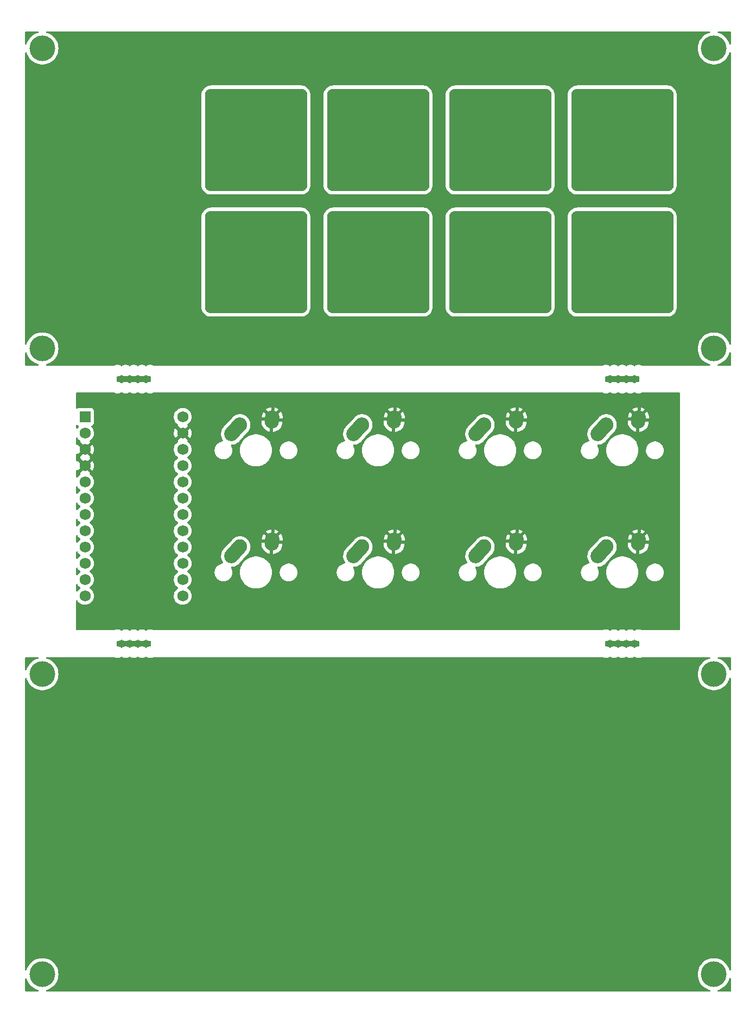
<source format=gbr>
%TF.GenerationSoftware,KiCad,Pcbnew,(5.99.0-12170-ge0011fcd93)*%
%TF.CreationDate,2021-09-26T20:19:55-07:00*%
%TF.ProjectId,dumb macropad,64756d62-206d-4616-9372-6f7061642e6b,rev?*%
%TF.SameCoordinates,Original*%
%TF.FileFunction,Copper,L2,Bot*%
%TF.FilePolarity,Positive*%
%FSLAX46Y46*%
G04 Gerber Fmt 4.6, Leading zero omitted, Abs format (unit mm)*
G04 Created by KiCad (PCBNEW (5.99.0-12170-ge0011fcd93)) date 2021-09-26 20:19:55*
%MOMM*%
%LPD*%
G01*
G04 APERTURE LIST*
G04 Aperture macros list*
%AMRoundRect*
0 Rectangle with rounded corners*
0 $1 Rounding radius*
0 $2 $3 $4 $5 $6 $7 $8 $9 X,Y pos of 4 corners*
0 Add a 4 corners polygon primitive as box body*
4,1,4,$2,$3,$4,$5,$6,$7,$8,$9,$2,$3,0*
0 Add four circle primitives for the rounded corners*
1,1,$1+$1,$2,$3*
1,1,$1+$1,$4,$5*
1,1,$1+$1,$6,$7*
1,1,$1+$1,$8,$9*
0 Add four rect primitives between the rounded corners*
20,1,$1+$1,$2,$3,$4,$5,0*
20,1,$1+$1,$4,$5,$6,$7,0*
20,1,$1+$1,$6,$7,$8,$9,0*
20,1,$1+$1,$8,$9,$2,$3,0*%
%AMHorizOval*
0 Thick line with rounded ends*
0 $1 width*
0 $2 $3 position (X,Y) of the first rounded end (center of the circle)*
0 $4 $5 position (X,Y) of the second rounded end (center of the circle)*
0 Add line between two ends*
20,1,$1,$2,$3,$4,$5,0*
0 Add two circle primitives to create the rounded ends*
1,1,$1,$2,$3*
1,1,$1,$4,$5*%
G04 Aperture macros list end*
%TA.AperFunction,ComponentPad*%
%ADD10C,4.000000*%
%TD*%
%TA.AperFunction,ComponentPad*%
%ADD11C,0.500000*%
%TD*%
%TA.AperFunction,SMDPad,CuDef*%
%ADD12RoundRect,1.008000X6.992000X6.992000X-6.992000X6.992000X-6.992000X-6.992000X6.992000X-6.992000X0*%
%TD*%
%TA.AperFunction,ComponentPad*%
%ADD13C,1.752600*%
%TD*%
%TA.AperFunction,ComponentPad*%
%ADD14R,1.752600X1.752600*%
%TD*%
%TA.AperFunction,ComponentPad*%
%ADD15HorizOval,2.250000X0.020000X0.290000X-0.020000X-0.290000X0*%
%TD*%
%TA.AperFunction,ComponentPad*%
%ADD16C,2.250000*%
%TD*%
%TA.AperFunction,ComponentPad*%
%ADD17HorizOval,2.250000X0.655001X0.730000X-0.655001X-0.730000X0*%
%TD*%
G04 APERTURE END LIST*
D10*
%TO.P,Ref\u002A\u002A,1*%
%TO.N,N/C*%
X84132200Y-173820300D03*
D11*
X85632200Y-173820300D03*
X82632200Y-173820300D03*
X84132200Y-175320300D03*
X84132200Y-172320300D03*
X85192200Y-174880300D03*
X83072200Y-174880300D03*
X83072200Y-172760300D03*
X85192200Y-172760300D03*
%TD*%
D10*
%TO.P,Ref\u002A\u002A,1*%
%TO.N,N/C*%
X188900600Y-173820300D03*
D11*
X190400600Y-173820300D03*
X187400600Y-173820300D03*
X188900600Y-175320300D03*
X188900600Y-172320300D03*
X189960600Y-174880300D03*
X187840600Y-174880300D03*
X187840600Y-172760300D03*
X189960600Y-172760300D03*
%TD*%
D10*
%TO.P,Ref\u002A\u002A,1*%
%TO.N,N/C*%
X188900600Y-126992000D03*
D11*
X190400600Y-126992000D03*
X187400600Y-126992000D03*
X188900600Y-128492000D03*
X188900600Y-125492000D03*
X189960600Y-128052000D03*
X187840600Y-128052000D03*
X187840600Y-125932000D03*
X189960600Y-125932000D03*
%TD*%
D10*
%TO.P,Ref\u002A\u002A,1*%
%TO.N,N/C*%
X84132200Y-126992000D03*
D11*
X85632200Y-126992000D03*
X82632200Y-126992000D03*
X84132200Y-128492000D03*
X84132200Y-125492000D03*
X85192200Y-128052000D03*
X83072200Y-128052000D03*
X83072200Y-125932000D03*
X85192200Y-125932000D03*
%TD*%
D10*
%TO.P,Ref\u002A\u002A,1*%
%TO.N,N/C*%
X84132200Y-76195200D03*
D11*
X85632200Y-76195200D03*
X82632200Y-76195200D03*
X84132200Y-77695200D03*
X84132200Y-74695200D03*
X85192200Y-77255200D03*
X83072200Y-77255200D03*
X83072200Y-75135200D03*
X85192200Y-75135200D03*
%TD*%
D10*
%TO.P,Ref\u002A\u002A,1*%
%TO.N,N/C*%
X188900600Y-76195200D03*
D11*
X190400600Y-76195200D03*
X187400600Y-76195200D03*
X188900600Y-77695200D03*
X188900600Y-74695200D03*
X189960600Y-77255200D03*
X187840600Y-77255200D03*
X187840600Y-75135200D03*
X189960600Y-75135200D03*
%TD*%
D10*
%TO.P,Ref\u002A\u002A,1*%
%TO.N,N/C*%
X188900600Y-29366900D03*
D11*
X190400600Y-29366900D03*
X187400600Y-29366900D03*
X188900600Y-30866900D03*
X188900600Y-27866900D03*
X189960600Y-30426900D03*
X187840600Y-30426900D03*
X187840600Y-28306900D03*
X189960600Y-28306900D03*
%TD*%
D10*
%TO.P,Ref\u002A\u002A,1*%
%TO.N,N/C*%
X84132200Y-29366900D03*
D11*
X85632200Y-29366900D03*
X82632200Y-29366900D03*
X84132200Y-30866900D03*
X84132200Y-27866900D03*
X85192200Y-30426900D03*
X83072200Y-30426900D03*
X83072200Y-28306900D03*
X85192200Y-28306900D03*
%TD*%
D12*
%TO.P,REF\u002A\u002A,1*%
%TO.N,N/C*%
X174614000Y-62702300D03*
%TD*%
%TO.P,REF\u002A\u002A,1*%
%TO.N,N/C*%
X155565200Y-62702300D03*
%TD*%
%TO.P,REF\u002A\u002A,1*%
%TO.N,N/C*%
X136516400Y-62702300D03*
%TD*%
%TO.P,REF\u002A\u002A,1*%
%TO.N,N/C*%
X117467600Y-62702300D03*
%TD*%
%TO.P,REF\u002A\u002A,1*%
%TO.N,N/C*%
X174614000Y-43653500D03*
%TD*%
%TO.P,REF\u002A\u002A,1*%
%TO.N,N/C*%
X155565200Y-43653500D03*
%TD*%
%TO.P,REF\u002A\u002A,1*%
%TO.N,N/C*%
X136516400Y-43653500D03*
%TD*%
%TO.P,REF\u002A\u002A,1*%
%TO.N,N/C*%
X117467600Y-43653500D03*
%TD*%
D13*
%TO.P,U1,24,RAW*%
%TO.N,unconnected-(U1-Pad24)*%
X106038800Y-86829900D03*
%TO.P,U1,12,9/B5*%
%TO.N,unconnected-(U1-Pad12)*%
X90798800Y-114769900D03*
%TO.P,U1,23,GND*%
%TO.N,GND*%
X106038800Y-89369900D03*
%TO.P,U1,22,RST*%
%TO.N,unconnected-(U1-Pad22)*%
X106038800Y-91909900D03*
%TO.P,U1,21,VCC*%
%TO.N,unconnected-(U1-Pad21)*%
X106038800Y-94449900D03*
%TO.P,U1,20,F4/A3*%
%TO.N,1*%
X106038800Y-96989900D03*
%TO.P,U1,19,F5/A2*%
%TO.N,2*%
X106038800Y-99529900D03*
%TO.P,U1,18,F6/A1*%
%TO.N,3*%
X106038800Y-102069900D03*
%TO.P,U1,17,F7/A0*%
%TO.N,4*%
X106038800Y-104609900D03*
%TO.P,U1,16,B1/15*%
%TO.N,5*%
X106038800Y-107149900D03*
%TO.P,U1,15,B3/14*%
%TO.N,6*%
X106038800Y-109689900D03*
%TO.P,U1,14,B2/16*%
%TO.N,7*%
X106038800Y-112229900D03*
%TO.P,U1,13,B6/10*%
%TO.N,8*%
X106038800Y-114769900D03*
%TO.P,U1,11,8/B4*%
%TO.N,unconnected-(U1-Pad11)*%
X90798800Y-112229900D03*
%TO.P,U1,10,7/E6*%
%TO.N,unconnected-(U1-Pad10)*%
X90798800Y-109689900D03*
%TO.P,U1,9,6/D7*%
%TO.N,unconnected-(U1-Pad9)*%
X90798800Y-107149900D03*
%TO.P,U1,8,5/C6*%
%TO.N,unconnected-(U1-Pad8)*%
X90798800Y-104609900D03*
%TO.P,U1,7,4/D4*%
%TO.N,unconnected-(U1-Pad7)*%
X90798800Y-102069900D03*
%TO.P,U1,6,3/D0/SCL*%
%TO.N,unconnected-(U1-Pad6)*%
X90798800Y-99529900D03*
%TO.P,U1,5,2/D1/SDA*%
%TO.N,unconnected-(U1-Pad5)*%
X90798800Y-96989900D03*
%TO.P,U1,4,GND*%
%TO.N,GND*%
X90798800Y-94449900D03*
%TO.P,U1,3,GND*%
X90798800Y-91909900D03*
%TO.P,U1,2,RX1/D2*%
%TO.N,unconnected-(U1-Pad2)*%
X90798800Y-89369900D03*
D14*
%TO.P,U1,1,TX0/D3*%
%TO.N,unconnected-(U1-Pad1)*%
X90798800Y-86829900D03*
%TD*%
D15*
%TO.P,MX8,2,ROW*%
%TO.N,GND*%
X177134000Y-106328000D03*
D16*
X177154000Y-106038000D03*
D17*
%TO.P,MX8,1,COL*%
%TO.N,8*%
X171459001Y-107848000D03*
D16*
X172114000Y-107118000D03*
%TD*%
D15*
%TO.P,MX7,2,ROW*%
%TO.N,GND*%
X158085200Y-106328000D03*
D16*
X158105200Y-106038000D03*
D17*
%TO.P,MX7,1,COL*%
%TO.N,7*%
X152410201Y-107848000D03*
D16*
X153065200Y-107118000D03*
%TD*%
D15*
%TO.P,MX6,2,ROW*%
%TO.N,GND*%
X139036400Y-106328000D03*
D16*
X139056400Y-106038000D03*
D17*
%TO.P,MX6,1,COL*%
%TO.N,6*%
X133361401Y-107848000D03*
D16*
X134016400Y-107118000D03*
%TD*%
D15*
%TO.P,MX5,2,ROW*%
%TO.N,GND*%
X119987600Y-106328000D03*
D16*
X120007600Y-106038000D03*
D17*
%TO.P,MX5,1,COL*%
%TO.N,5*%
X114312601Y-107848000D03*
D16*
X114967600Y-107118000D03*
%TD*%
D15*
%TO.P,MX4,2,ROW*%
%TO.N,GND*%
X177134000Y-87279200D03*
D16*
X177154000Y-86989200D03*
D17*
%TO.P,MX4,1,COL*%
%TO.N,4*%
X171459001Y-88799200D03*
D16*
X172114000Y-88069200D03*
%TD*%
D15*
%TO.P,MX3,2,ROW*%
%TO.N,GND*%
X158085200Y-87279200D03*
D16*
X158105200Y-86989200D03*
D17*
%TO.P,MX3,1,COL*%
%TO.N,3*%
X152410201Y-88799200D03*
D16*
X153065200Y-88069200D03*
%TD*%
D15*
%TO.P,MX2,2,ROW*%
%TO.N,GND*%
X139036400Y-87279200D03*
D16*
X139056400Y-86989200D03*
D17*
%TO.P,MX2,1,COL*%
%TO.N,2*%
X133361401Y-88799200D03*
D16*
X134016400Y-88069200D03*
%TD*%
D15*
%TO.P,MX1,2,ROW*%
%TO.N,GND*%
X119987600Y-87279200D03*
D16*
X120007600Y-86989200D03*
D17*
%TO.P,MX1,1,COL*%
%TO.N,1*%
X114312601Y-88799200D03*
D16*
X114967600Y-88069200D03*
%TD*%
%TA.AperFunction,Conductor*%
%TO.N,GND*%
G36*
X176580959Y-82990657D02*
G01*
X176593061Y-82998435D01*
X176691813Y-83070182D01*
X176700415Y-83076432D01*
X176706443Y-83079116D01*
X176706445Y-83079117D01*
X176867638Y-83150885D01*
X176873669Y-83153570D01*
X176966422Y-83173285D01*
X177052718Y-83191628D01*
X177052722Y-83191628D01*
X177059175Y-83193000D01*
X177248825Y-83193000D01*
X177255278Y-83191628D01*
X177255282Y-83191628D01*
X177341578Y-83173285D01*
X177434331Y-83153570D01*
X177495226Y-83126458D01*
X177601557Y-83079116D01*
X177601558Y-83079115D01*
X177607585Y-83076432D01*
X177612924Y-83072553D01*
X177618645Y-83069250D01*
X177619276Y-83070343D01*
X177679638Y-83048804D01*
X177704798Y-83049952D01*
X177712941Y-83052387D01*
X177721917Y-83052442D01*
X177721918Y-83052442D01*
X177728362Y-83052481D01*
X177747356Y-83052597D01*
X177748128Y-83052630D01*
X177749223Y-83052800D01*
X177780098Y-83052800D01*
X177780868Y-83052802D01*
X177854516Y-83053252D01*
X177854517Y-83053252D01*
X177858452Y-83053276D01*
X177859796Y-83052892D01*
X177861141Y-83052800D01*
X183504400Y-83052800D01*
X183572521Y-83072802D01*
X183619014Y-83126458D01*
X183630400Y-83178800D01*
X183630400Y-120008400D01*
X183610398Y-120076521D01*
X183556742Y-120123014D01*
X183504400Y-120134400D01*
X177797502Y-120134400D01*
X177796732Y-120134398D01*
X177795878Y-120134393D01*
X177719148Y-120133924D01*
X177710518Y-120136390D01*
X177703769Y-120137315D01*
X177633564Y-120126744D01*
X177617030Y-120117018D01*
X177612926Y-120114648D01*
X177607585Y-120110768D01*
X177601557Y-120108084D01*
X177601555Y-120108083D01*
X177440362Y-120036315D01*
X177440360Y-120036314D01*
X177434331Y-120033630D01*
X177315632Y-120008400D01*
X177255282Y-119995572D01*
X177255278Y-119995572D01*
X177248825Y-119994200D01*
X177059175Y-119994200D01*
X177052722Y-119995572D01*
X177052718Y-119995572D01*
X176992368Y-120008400D01*
X176873669Y-120033630D01*
X176867640Y-120036314D01*
X176867638Y-120036315D01*
X176706445Y-120108083D01*
X176706443Y-120108084D01*
X176700415Y-120110768D01*
X176695074Y-120114648D01*
X176695073Y-120114649D01*
X176593061Y-120188765D01*
X176526193Y-120212624D01*
X176457041Y-120196543D01*
X176444939Y-120188765D01*
X176342927Y-120114649D01*
X176342926Y-120114648D01*
X176337585Y-120110768D01*
X176331557Y-120108084D01*
X176331555Y-120108083D01*
X176170362Y-120036315D01*
X176170360Y-120036314D01*
X176164331Y-120033630D01*
X176045632Y-120008400D01*
X175985282Y-119995572D01*
X175985278Y-119995572D01*
X175978825Y-119994200D01*
X175789175Y-119994200D01*
X175782722Y-119995572D01*
X175782718Y-119995572D01*
X175722368Y-120008400D01*
X175603669Y-120033630D01*
X175597640Y-120036314D01*
X175597638Y-120036315D01*
X175436445Y-120108083D01*
X175436443Y-120108084D01*
X175430415Y-120110768D01*
X175425074Y-120114648D01*
X175425073Y-120114649D01*
X175323061Y-120188765D01*
X175256193Y-120212624D01*
X175187041Y-120196543D01*
X175174939Y-120188765D01*
X175072927Y-120114649D01*
X175072926Y-120114648D01*
X175067585Y-120110768D01*
X175061557Y-120108084D01*
X175061555Y-120108083D01*
X174900362Y-120036315D01*
X174900360Y-120036314D01*
X174894331Y-120033630D01*
X174775632Y-120008400D01*
X174715282Y-119995572D01*
X174715278Y-119995572D01*
X174708825Y-119994200D01*
X174519175Y-119994200D01*
X174512722Y-119995572D01*
X174512718Y-119995572D01*
X174452368Y-120008400D01*
X174333669Y-120033630D01*
X174327640Y-120036314D01*
X174327638Y-120036315D01*
X174166445Y-120108083D01*
X174166443Y-120108084D01*
X174160415Y-120110768D01*
X174155074Y-120114648D01*
X174155073Y-120114649D01*
X174053061Y-120188765D01*
X173986193Y-120212624D01*
X173917041Y-120196543D01*
X173904939Y-120188765D01*
X173802927Y-120114649D01*
X173802926Y-120114648D01*
X173797585Y-120110768D01*
X173791557Y-120108084D01*
X173791555Y-120108083D01*
X173630362Y-120036315D01*
X173630360Y-120036314D01*
X173624331Y-120033630D01*
X173505632Y-120008400D01*
X173445282Y-119995572D01*
X173445278Y-119995572D01*
X173438825Y-119994200D01*
X173249175Y-119994200D01*
X173242722Y-119995572D01*
X173242718Y-119995572D01*
X173182368Y-120008400D01*
X173063669Y-120033630D01*
X173057640Y-120036314D01*
X173057638Y-120036315D01*
X172896445Y-120108083D01*
X172896443Y-120108084D01*
X172890415Y-120110768D01*
X172885074Y-120114648D01*
X172885073Y-120114649D01*
X172783061Y-120188765D01*
X172716193Y-120212624D01*
X172647041Y-120196543D01*
X172634939Y-120188765D01*
X172532927Y-120114649D01*
X172532926Y-120114648D01*
X172527585Y-120110768D01*
X172521557Y-120108084D01*
X172521555Y-120108083D01*
X172360362Y-120036315D01*
X172360360Y-120036314D01*
X172354331Y-120033630D01*
X172235632Y-120008400D01*
X172175282Y-119995572D01*
X172175278Y-119995572D01*
X172168825Y-119994200D01*
X171979175Y-119994200D01*
X171972722Y-119995572D01*
X171972718Y-119995572D01*
X171912368Y-120008400D01*
X171793669Y-120033630D01*
X171787640Y-120036314D01*
X171787638Y-120036315D01*
X171626443Y-120108084D01*
X171620415Y-120110768D01*
X171615076Y-120114647D01*
X171609355Y-120117950D01*
X171608724Y-120116857D01*
X171548362Y-120138396D01*
X171523202Y-120137248D01*
X171515059Y-120134813D01*
X171506083Y-120134758D01*
X171506082Y-120134758D01*
X171499638Y-120134719D01*
X171480644Y-120134603D01*
X171479872Y-120134570D01*
X171478777Y-120134400D01*
X171447902Y-120134400D01*
X171447132Y-120134398D01*
X171373484Y-120133948D01*
X171373483Y-120133948D01*
X171369548Y-120133924D01*
X171368204Y-120134308D01*
X171366859Y-120134400D01*
X101602302Y-120134400D01*
X101601532Y-120134398D01*
X101600678Y-120134393D01*
X101523948Y-120133924D01*
X101515318Y-120136390D01*
X101508569Y-120137315D01*
X101438364Y-120126744D01*
X101421830Y-120117018D01*
X101417726Y-120114648D01*
X101412385Y-120110768D01*
X101406357Y-120108084D01*
X101406355Y-120108083D01*
X101245162Y-120036315D01*
X101245160Y-120036314D01*
X101239131Y-120033630D01*
X101120432Y-120008400D01*
X101060082Y-119995572D01*
X101060078Y-119995572D01*
X101053625Y-119994200D01*
X100863975Y-119994200D01*
X100857522Y-119995572D01*
X100857518Y-119995572D01*
X100797168Y-120008400D01*
X100678469Y-120033630D01*
X100672440Y-120036314D01*
X100672438Y-120036315D01*
X100511245Y-120108083D01*
X100511243Y-120108084D01*
X100505215Y-120110768D01*
X100499874Y-120114648D01*
X100499873Y-120114649D01*
X100397861Y-120188765D01*
X100330993Y-120212624D01*
X100261841Y-120196543D01*
X100249739Y-120188765D01*
X100147727Y-120114649D01*
X100147726Y-120114648D01*
X100142385Y-120110768D01*
X100136357Y-120108084D01*
X100136355Y-120108083D01*
X99975162Y-120036315D01*
X99975160Y-120036314D01*
X99969131Y-120033630D01*
X99850432Y-120008400D01*
X99790082Y-119995572D01*
X99790078Y-119995572D01*
X99783625Y-119994200D01*
X99593975Y-119994200D01*
X99587522Y-119995572D01*
X99587518Y-119995572D01*
X99527168Y-120008400D01*
X99408469Y-120033630D01*
X99402440Y-120036314D01*
X99402438Y-120036315D01*
X99241245Y-120108083D01*
X99241243Y-120108084D01*
X99235215Y-120110768D01*
X99229874Y-120114648D01*
X99229873Y-120114649D01*
X99127861Y-120188765D01*
X99060993Y-120212624D01*
X98991841Y-120196543D01*
X98979739Y-120188765D01*
X98877727Y-120114649D01*
X98877726Y-120114648D01*
X98872385Y-120110768D01*
X98866357Y-120108084D01*
X98866355Y-120108083D01*
X98705162Y-120036315D01*
X98705160Y-120036314D01*
X98699131Y-120033630D01*
X98580432Y-120008400D01*
X98520082Y-119995572D01*
X98520078Y-119995572D01*
X98513625Y-119994200D01*
X98323975Y-119994200D01*
X98317522Y-119995572D01*
X98317518Y-119995572D01*
X98257168Y-120008400D01*
X98138469Y-120033630D01*
X98132440Y-120036314D01*
X98132438Y-120036315D01*
X97971245Y-120108083D01*
X97971243Y-120108084D01*
X97965215Y-120110768D01*
X97959874Y-120114648D01*
X97959873Y-120114649D01*
X97857861Y-120188765D01*
X97790993Y-120212624D01*
X97721841Y-120196543D01*
X97709739Y-120188765D01*
X97607727Y-120114649D01*
X97607726Y-120114648D01*
X97602385Y-120110768D01*
X97596357Y-120108084D01*
X97596355Y-120108083D01*
X97435162Y-120036315D01*
X97435160Y-120036314D01*
X97429131Y-120033630D01*
X97310432Y-120008400D01*
X97250082Y-119995572D01*
X97250078Y-119995572D01*
X97243625Y-119994200D01*
X97053975Y-119994200D01*
X97047522Y-119995572D01*
X97047518Y-119995572D01*
X96987168Y-120008400D01*
X96868469Y-120033630D01*
X96862440Y-120036314D01*
X96862438Y-120036315D01*
X96701245Y-120108083D01*
X96701243Y-120108084D01*
X96695215Y-120110768D01*
X96689874Y-120114648D01*
X96689873Y-120114649D01*
X96587861Y-120188765D01*
X96520993Y-120212624D01*
X96451841Y-120196543D01*
X96439739Y-120188765D01*
X96337727Y-120114649D01*
X96337726Y-120114648D01*
X96332385Y-120110768D01*
X96326357Y-120108084D01*
X96326355Y-120108083D01*
X96165162Y-120036315D01*
X96165160Y-120036314D01*
X96159131Y-120033630D01*
X96040432Y-120008400D01*
X95980082Y-119995572D01*
X95980078Y-119995572D01*
X95973625Y-119994200D01*
X95783975Y-119994200D01*
X95777522Y-119995572D01*
X95777518Y-119995572D01*
X95717168Y-120008400D01*
X95598469Y-120033630D01*
X95592440Y-120036314D01*
X95592438Y-120036315D01*
X95431243Y-120108084D01*
X95425215Y-120110768D01*
X95419876Y-120114647D01*
X95414155Y-120117950D01*
X95413524Y-120116857D01*
X95353162Y-120138396D01*
X95328002Y-120137248D01*
X95319859Y-120134813D01*
X95310883Y-120134758D01*
X95310882Y-120134758D01*
X95304438Y-120134719D01*
X95285444Y-120134603D01*
X95284672Y-120134570D01*
X95283577Y-120134400D01*
X95252702Y-120134400D01*
X95251932Y-120134398D01*
X95178284Y-120133948D01*
X95178283Y-120133948D01*
X95174348Y-120133924D01*
X95173004Y-120134308D01*
X95171659Y-120134400D01*
X89528400Y-120134400D01*
X89460279Y-120114398D01*
X89413786Y-120060742D01*
X89402400Y-120008400D01*
X89402400Y-115588428D01*
X89422402Y-115520307D01*
X89476058Y-115473814D01*
X89546332Y-115463710D01*
X89610912Y-115493204D01*
X89635833Y-115522593D01*
X89677492Y-115590574D01*
X89826586Y-115762693D01*
X90001789Y-115908149D01*
X90006241Y-115910751D01*
X90006246Y-115910754D01*
X90100340Y-115965738D01*
X90198397Y-116023038D01*
X90411129Y-116104272D01*
X90416195Y-116105303D01*
X90416196Y-116105303D01*
X90468430Y-116115930D01*
X90634272Y-116149671D01*
X90762088Y-116154358D01*
X90856670Y-116157827D01*
X90856675Y-116157827D01*
X90861834Y-116158016D01*
X90866954Y-116157360D01*
X90866956Y-116157360D01*
X90939144Y-116148112D01*
X91087703Y-116129081D01*
X91092652Y-116127596D01*
X91092658Y-116127595D01*
X91219004Y-116089689D01*
X91305813Y-116063645D01*
X91510307Y-115963464D01*
X91514511Y-115960466D01*
X91514515Y-115960463D01*
X91592483Y-115904849D01*
X91695693Y-115831230D01*
X91856993Y-115670492D01*
X91989873Y-115485569D01*
X92000677Y-115463710D01*
X92088473Y-115286068D01*
X92088474Y-115286066D01*
X92090767Y-115281426D01*
X92156964Y-115063546D01*
X92169500Y-114968330D01*
X92186250Y-114841101D01*
X92186251Y-114841094D01*
X92186687Y-114837779D01*
X92188346Y-114769900D01*
X92180979Y-114680293D01*
X92170111Y-114548102D01*
X92170110Y-114548096D01*
X92169687Y-114542951D01*
X92114213Y-114322097D01*
X92112154Y-114317361D01*
X92025472Y-114118006D01*
X92025470Y-114118003D01*
X92023412Y-114113269D01*
X91899723Y-113922075D01*
X91746468Y-113753650D01*
X91567763Y-113612518D01*
X91561135Y-113608859D01*
X91560451Y-113608169D01*
X91558931Y-113607159D01*
X91559139Y-113606845D01*
X91511163Y-113558433D01*
X91496385Y-113488991D01*
X91521496Y-113422584D01*
X91548854Y-113395969D01*
X91691489Y-113294229D01*
X91691491Y-113294227D01*
X91695693Y-113291230D01*
X91856993Y-113130492D01*
X91989873Y-112945569D01*
X92000677Y-112923710D01*
X92088473Y-112746068D01*
X92088474Y-112746066D01*
X92090767Y-112741426D01*
X92156964Y-112523546D01*
X92160528Y-112496476D01*
X92186250Y-112301101D01*
X92186251Y-112301094D01*
X92186687Y-112297779D01*
X92186769Y-112294427D01*
X92188264Y-112233265D01*
X92188264Y-112233260D01*
X92188346Y-112229900D01*
X92172817Y-112041016D01*
X92170111Y-112008102D01*
X92170110Y-112008096D01*
X92169687Y-112002951D01*
X92114213Y-111782097D01*
X92112154Y-111777361D01*
X92025472Y-111578006D01*
X92025470Y-111578003D01*
X92023412Y-111573269D01*
X91932185Y-111432254D01*
X91902531Y-111386415D01*
X91902529Y-111386412D01*
X91899723Y-111382075D01*
X91746468Y-111213650D01*
X91567763Y-111072518D01*
X91561135Y-111068859D01*
X91560451Y-111068169D01*
X91558931Y-111067159D01*
X91559139Y-111066845D01*
X91511163Y-111018433D01*
X91496385Y-110948991D01*
X91521496Y-110882584D01*
X91548854Y-110855969D01*
X91691489Y-110754229D01*
X91691491Y-110754227D01*
X91695693Y-110751230D01*
X91856993Y-110590492D01*
X91989873Y-110405569D01*
X92000677Y-110383710D01*
X92088473Y-110206068D01*
X92088474Y-110206066D01*
X92090767Y-110201426D01*
X92152651Y-109997742D01*
X92155462Y-109988490D01*
X92155462Y-109988489D01*
X92156964Y-109983546D01*
X92162580Y-109940890D01*
X92186250Y-109761101D01*
X92186251Y-109761094D01*
X92186687Y-109757779D01*
X92186769Y-109754427D01*
X92188264Y-109693265D01*
X92188264Y-109693260D01*
X92188346Y-109689900D01*
X92176242Y-109542676D01*
X92170111Y-109468102D01*
X92170110Y-109468096D01*
X92169687Y-109462951D01*
X92114213Y-109242097D01*
X92112154Y-109237361D01*
X92025472Y-109038006D01*
X92025470Y-109038003D01*
X92023412Y-109033269D01*
X91899723Y-108842075D01*
X91746468Y-108673650D01*
X91567763Y-108532518D01*
X91561135Y-108528859D01*
X91560451Y-108528169D01*
X91558931Y-108527159D01*
X91559139Y-108526845D01*
X91511163Y-108478433D01*
X91496385Y-108408991D01*
X91521496Y-108342584D01*
X91548854Y-108315969D01*
X91691489Y-108214229D01*
X91691491Y-108214227D01*
X91695693Y-108211230D01*
X91856993Y-108050492D01*
X91890859Y-108003363D01*
X91986855Y-107869769D01*
X91989873Y-107865569D01*
X91993956Y-107857309D01*
X92088473Y-107666068D01*
X92088474Y-107666066D01*
X92090767Y-107661426D01*
X92156964Y-107443546D01*
X92166077Y-107374326D01*
X92186250Y-107221101D01*
X92186251Y-107221094D01*
X92186687Y-107217779D01*
X92186769Y-107214427D01*
X92188264Y-107153265D01*
X92188264Y-107153260D01*
X92188346Y-107149900D01*
X92171560Y-106945732D01*
X92170111Y-106928102D01*
X92170110Y-106928096D01*
X92169687Y-106922951D01*
X92141843Y-106812098D01*
X92115472Y-106707108D01*
X92115471Y-106707104D01*
X92114213Y-106702097D01*
X92112154Y-106697361D01*
X92025472Y-106498006D01*
X92025470Y-106498003D01*
X92023412Y-106493269D01*
X91899723Y-106302075D01*
X91746468Y-106133650D01*
X91567763Y-105992518D01*
X91561135Y-105988859D01*
X91560451Y-105988169D01*
X91558931Y-105987159D01*
X91559139Y-105986845D01*
X91511163Y-105938433D01*
X91496385Y-105868991D01*
X91521496Y-105802584D01*
X91548854Y-105775969D01*
X91691489Y-105674229D01*
X91691491Y-105674227D01*
X91695693Y-105671230D01*
X91856993Y-105510492D01*
X91865084Y-105499233D01*
X91986855Y-105329769D01*
X91989873Y-105325569D01*
X92000677Y-105303710D01*
X92088473Y-105126068D01*
X92088474Y-105126066D01*
X92090767Y-105121426D01*
X92156964Y-104903546D01*
X92169500Y-104808330D01*
X92186250Y-104681101D01*
X92186251Y-104681094D01*
X92186687Y-104677779D01*
X92188346Y-104609900D01*
X92177832Y-104482016D01*
X92170111Y-104388102D01*
X92170110Y-104388096D01*
X92169687Y-104382951D01*
X92114213Y-104162097D01*
X92112154Y-104157361D01*
X92025472Y-103958006D01*
X92025470Y-103958003D01*
X92023412Y-103953269D01*
X91899723Y-103762075D01*
X91746468Y-103593650D01*
X91567763Y-103452518D01*
X91561135Y-103448859D01*
X91560451Y-103448169D01*
X91558931Y-103447159D01*
X91559139Y-103446845D01*
X91511163Y-103398433D01*
X91496385Y-103328991D01*
X91521496Y-103262584D01*
X91548854Y-103235969D01*
X91691489Y-103134229D01*
X91691491Y-103134227D01*
X91695693Y-103131230D01*
X91856993Y-102970492D01*
X91989873Y-102785569D01*
X92000677Y-102763710D01*
X92088473Y-102586068D01*
X92088474Y-102586066D01*
X92090767Y-102581426D01*
X92156964Y-102363546D01*
X92169500Y-102268330D01*
X92186250Y-102141101D01*
X92186251Y-102141094D01*
X92186687Y-102137779D01*
X92188346Y-102069900D01*
X92180979Y-101980293D01*
X92170111Y-101848102D01*
X92170110Y-101848096D01*
X92169687Y-101842951D01*
X92114213Y-101622097D01*
X92112154Y-101617361D01*
X92025472Y-101418006D01*
X92025470Y-101418003D01*
X92023412Y-101413269D01*
X91899723Y-101222075D01*
X91746468Y-101053650D01*
X91567763Y-100912518D01*
X91561135Y-100908859D01*
X91560451Y-100908169D01*
X91558931Y-100907159D01*
X91559139Y-100906845D01*
X91511163Y-100858433D01*
X91496385Y-100788991D01*
X91521496Y-100722584D01*
X91548854Y-100695969D01*
X91691489Y-100594229D01*
X91691491Y-100594227D01*
X91695693Y-100591230D01*
X91856993Y-100430492D01*
X91989873Y-100245569D01*
X92000677Y-100223710D01*
X92088473Y-100046068D01*
X92088474Y-100046066D01*
X92090767Y-100041426D01*
X92156964Y-99823546D01*
X92169500Y-99728330D01*
X92186250Y-99601101D01*
X92186251Y-99601094D01*
X92186687Y-99597779D01*
X92188346Y-99529900D01*
X92180979Y-99440293D01*
X92170111Y-99308102D01*
X92170110Y-99308096D01*
X92169687Y-99302951D01*
X92114213Y-99082097D01*
X92112154Y-99077361D01*
X92025472Y-98878006D01*
X92025470Y-98878003D01*
X92023412Y-98873269D01*
X91899723Y-98682075D01*
X91746468Y-98513650D01*
X91567763Y-98372518D01*
X91561135Y-98368859D01*
X91560451Y-98368169D01*
X91558931Y-98367159D01*
X91559139Y-98366845D01*
X91511163Y-98318433D01*
X91496385Y-98248991D01*
X91521496Y-98182584D01*
X91548854Y-98155969D01*
X91691489Y-98054229D01*
X91691491Y-98054227D01*
X91695693Y-98051230D01*
X91856993Y-97890492D01*
X91989873Y-97705569D01*
X92000677Y-97683710D01*
X92088473Y-97506068D01*
X92088474Y-97506066D01*
X92090767Y-97501426D01*
X92156964Y-97283546D01*
X92169500Y-97188330D01*
X92186250Y-97061101D01*
X92186251Y-97061094D01*
X92186687Y-97057779D01*
X92188346Y-96989900D01*
X92180979Y-96900293D01*
X92170111Y-96768102D01*
X92170110Y-96768096D01*
X92169687Y-96762951D01*
X92114213Y-96542097D01*
X92112154Y-96537361D01*
X92025472Y-96338006D01*
X92025470Y-96338003D01*
X92023412Y-96333269D01*
X91899723Y-96142075D01*
X91746468Y-95973650D01*
X91567763Y-95832518D01*
X91560649Y-95828591D01*
X91559806Y-95827740D01*
X91558931Y-95827159D01*
X91559051Y-95826978D01*
X91510676Y-95778161D01*
X91495900Y-95708719D01*
X91521014Y-95642313D01*
X91548368Y-95615702D01*
X91566903Y-95602481D01*
X91575304Y-95591781D01*
X91568315Y-95578625D01*
X90811612Y-94821922D01*
X90797668Y-94814308D01*
X90795835Y-94814439D01*
X90789220Y-94818690D01*
X90026310Y-95581600D01*
X90019550Y-95593980D01*
X90024831Y-95601034D01*
X90039498Y-95609605D01*
X90088222Y-95661243D01*
X90101293Y-95731026D01*
X90074562Y-95796798D01*
X90051581Y-95819153D01*
X89880379Y-95947695D01*
X89876244Y-95950800D01*
X89718920Y-96115430D01*
X89716006Y-96119702D01*
X89716005Y-96119703D01*
X89632488Y-96242135D01*
X89577577Y-96287138D01*
X89507052Y-96295309D01*
X89443305Y-96264055D01*
X89406575Y-96203298D01*
X89402400Y-96171131D01*
X89402400Y-95267471D01*
X89422402Y-95199350D01*
X89476058Y-95152857D01*
X89546332Y-95142753D01*
X89610912Y-95172247D01*
X89635832Y-95201636D01*
X89646132Y-95218444D01*
X89656590Y-95227906D01*
X89665368Y-95224122D01*
X90426778Y-94462712D01*
X90433156Y-94451032D01*
X91163208Y-94451032D01*
X91163339Y-94452865D01*
X91167590Y-94459480D01*
X91928120Y-95220010D01*
X91940130Y-95226569D01*
X91951869Y-95217601D01*
X91986425Y-95169511D01*
X91991736Y-95160672D01*
X92088006Y-94965883D01*
X92091805Y-94956287D01*
X92154970Y-94748391D01*
X92157149Y-94738310D01*
X92185749Y-94521075D01*
X92186268Y-94514402D01*
X92187762Y-94453265D01*
X92187568Y-94446546D01*
X92169616Y-94228194D01*
X92167931Y-94218014D01*
X92114996Y-94007271D01*
X92111676Y-93997520D01*
X92025029Y-93798243D01*
X92020162Y-93789168D01*
X91950883Y-93682078D01*
X91940198Y-93672875D01*
X91930631Y-93677279D01*
X91170822Y-94437088D01*
X91163208Y-94451032D01*
X90433156Y-94451032D01*
X90434392Y-94448768D01*
X90434261Y-94446935D01*
X90430010Y-94440320D01*
X89669722Y-93680032D01*
X89658186Y-93673732D01*
X89645904Y-93683355D01*
X89632489Y-93703020D01*
X89577577Y-93748023D01*
X89507052Y-93756194D01*
X89443305Y-93724940D01*
X89406575Y-93664183D01*
X89402400Y-93632016D01*
X89402400Y-93053980D01*
X90019550Y-93053980D01*
X90024831Y-93061034D01*
X90039968Y-93069880D01*
X90088691Y-93121519D01*
X90101761Y-93191302D01*
X90075029Y-93257074D01*
X90052048Y-93279428D01*
X90029689Y-93296215D01*
X90021236Y-93307540D01*
X90027980Y-93319870D01*
X90785988Y-94077878D01*
X90799932Y-94085492D01*
X90801765Y-94085361D01*
X90808380Y-94081110D01*
X91570915Y-93318575D01*
X91577936Y-93305719D01*
X91570407Y-93295386D01*
X91562965Y-93290442D01*
X91560197Y-93288914D01*
X91559294Y-93288003D01*
X91558653Y-93287577D01*
X91558741Y-93287445D01*
X91510224Y-93238484D01*
X91495448Y-93169042D01*
X91520561Y-93102635D01*
X91547917Y-93076023D01*
X91566904Y-93062480D01*
X91575304Y-93051781D01*
X91568315Y-93038625D01*
X90811612Y-92281922D01*
X90797668Y-92274308D01*
X90795835Y-92274439D01*
X90789220Y-92278690D01*
X90026310Y-93041600D01*
X90019550Y-93053980D01*
X89402400Y-93053980D01*
X89402400Y-92727471D01*
X89422402Y-92659350D01*
X89476058Y-92612857D01*
X89546332Y-92602753D01*
X89610912Y-92632247D01*
X89635832Y-92661636D01*
X89646132Y-92678444D01*
X89656590Y-92687906D01*
X89665368Y-92684122D01*
X90426778Y-91922712D01*
X90433156Y-91911032D01*
X91163208Y-91911032D01*
X91163339Y-91912865D01*
X91167590Y-91919480D01*
X91928120Y-92680010D01*
X91940130Y-92686569D01*
X91951869Y-92677601D01*
X91986425Y-92629511D01*
X91991736Y-92620672D01*
X92088006Y-92425883D01*
X92091805Y-92416287D01*
X92154970Y-92208391D01*
X92157149Y-92198310D01*
X92185749Y-91981075D01*
X92186268Y-91974402D01*
X92187762Y-91913265D01*
X92187568Y-91906546D01*
X92185053Y-91875950D01*
X104649669Y-91875950D01*
X104649966Y-91881102D01*
X104649966Y-91881106D01*
X104652179Y-91919480D01*
X104662777Y-92103287D01*
X104663912Y-92108324D01*
X104663913Y-92108330D01*
X104703034Y-92281922D01*
X104712839Y-92325431D01*
X104714783Y-92330217D01*
X104714784Y-92330222D01*
X104796567Y-92531628D01*
X104798511Y-92536415D01*
X104917492Y-92730574D01*
X105066586Y-92902693D01*
X105241789Y-93048149D01*
X105246240Y-93050750D01*
X105246250Y-93050757D01*
X105279066Y-93069933D01*
X105327789Y-93121572D01*
X105340859Y-93191355D01*
X105314126Y-93257127D01*
X105291153Y-93279475D01*
X105116244Y-93410800D01*
X104958920Y-93575430D01*
X104956006Y-93579702D01*
X104956005Y-93579703D01*
X104920320Y-93632016D01*
X104830597Y-93763545D01*
X104734721Y-93970092D01*
X104733339Y-93975074D01*
X104733339Y-93975075D01*
X104726861Y-93998434D01*
X104673867Y-94189525D01*
X104649669Y-94415950D01*
X104649966Y-94421102D01*
X104649966Y-94421106D01*
X104651853Y-94453830D01*
X104662777Y-94643287D01*
X104663912Y-94648324D01*
X104663913Y-94648330D01*
X104703034Y-94821922D01*
X104712839Y-94865431D01*
X104714783Y-94870217D01*
X104714784Y-94870222D01*
X104796567Y-95071628D01*
X104798511Y-95076415D01*
X104917492Y-95270574D01*
X105066586Y-95442693D01*
X105241789Y-95588149D01*
X105246240Y-95590750D01*
X105246250Y-95590757D01*
X105279066Y-95609933D01*
X105327789Y-95661572D01*
X105340859Y-95731355D01*
X105314126Y-95797127D01*
X105291153Y-95819475D01*
X105116244Y-95950800D01*
X104958920Y-96115430D01*
X104956006Y-96119702D01*
X104956005Y-96119703D01*
X104920923Y-96171131D01*
X104830597Y-96303545D01*
X104734721Y-96510092D01*
X104673867Y-96729525D01*
X104649669Y-96955950D01*
X104649966Y-96961102D01*
X104649966Y-96961106D01*
X104654783Y-97044640D01*
X104662777Y-97183287D01*
X104712839Y-97405431D01*
X104714783Y-97410217D01*
X104714784Y-97410222D01*
X104796567Y-97611628D01*
X104798511Y-97616415D01*
X104917492Y-97810574D01*
X105066586Y-97982693D01*
X105241789Y-98128149D01*
X105246240Y-98130750D01*
X105246250Y-98130757D01*
X105279066Y-98149933D01*
X105327789Y-98201572D01*
X105340859Y-98271355D01*
X105314126Y-98337127D01*
X105291153Y-98359475D01*
X105116244Y-98490800D01*
X104958920Y-98655430D01*
X104956006Y-98659702D01*
X104956005Y-98659703D01*
X104920923Y-98711131D01*
X104830597Y-98843545D01*
X104734721Y-99050092D01*
X104673867Y-99269525D01*
X104649669Y-99495950D01*
X104649966Y-99501102D01*
X104649966Y-99501106D01*
X104654783Y-99584640D01*
X104662777Y-99723287D01*
X104712839Y-99945431D01*
X104714783Y-99950217D01*
X104714784Y-99950222D01*
X104796567Y-100151628D01*
X104798511Y-100156415D01*
X104917492Y-100350574D01*
X105066586Y-100522693D01*
X105241789Y-100668149D01*
X105246240Y-100670750D01*
X105246250Y-100670757D01*
X105279066Y-100689933D01*
X105327789Y-100741572D01*
X105340859Y-100811355D01*
X105314126Y-100877127D01*
X105291153Y-100899475D01*
X105116244Y-101030800D01*
X104958920Y-101195430D01*
X104956006Y-101199702D01*
X104956005Y-101199703D01*
X104920923Y-101251131D01*
X104830597Y-101383545D01*
X104734721Y-101590092D01*
X104673867Y-101809525D01*
X104649669Y-102035950D01*
X104649966Y-102041102D01*
X104649966Y-102041106D01*
X104654783Y-102124640D01*
X104662777Y-102263287D01*
X104712839Y-102485431D01*
X104714783Y-102490217D01*
X104714784Y-102490222D01*
X104796567Y-102691628D01*
X104798511Y-102696415D01*
X104917492Y-102890574D01*
X105066586Y-103062693D01*
X105241789Y-103208149D01*
X105246240Y-103210750D01*
X105246250Y-103210757D01*
X105279066Y-103229933D01*
X105327789Y-103281572D01*
X105340859Y-103351355D01*
X105314126Y-103417127D01*
X105291153Y-103439475D01*
X105116244Y-103570800D01*
X104958920Y-103735430D01*
X104956006Y-103739702D01*
X104956005Y-103739703D01*
X104920923Y-103791131D01*
X104830597Y-103923545D01*
X104734721Y-104130092D01*
X104673867Y-104349525D01*
X104649669Y-104575950D01*
X104649966Y-104581102D01*
X104649966Y-104581106D01*
X104651862Y-104613984D01*
X104662777Y-104803287D01*
X104712839Y-105025431D01*
X104714783Y-105030217D01*
X104714784Y-105030222D01*
X104783774Y-105200122D01*
X104798511Y-105236415D01*
X104917492Y-105430574D01*
X105066586Y-105602693D01*
X105241789Y-105748149D01*
X105246240Y-105750750D01*
X105246250Y-105750757D01*
X105279066Y-105769933D01*
X105327789Y-105821572D01*
X105340859Y-105891355D01*
X105314126Y-105957127D01*
X105291153Y-105979475D01*
X105116244Y-106110800D01*
X105101626Y-106126097D01*
X105008178Y-106223885D01*
X104958920Y-106275430D01*
X104956006Y-106279702D01*
X104956005Y-106279703D01*
X104920923Y-106331131D01*
X104830597Y-106463545D01*
X104734721Y-106670092D01*
X104733339Y-106675074D01*
X104733339Y-106675075D01*
X104727278Y-106696930D01*
X104673867Y-106889525D01*
X104649669Y-107115950D01*
X104649966Y-107121102D01*
X104649966Y-107121106D01*
X104654439Y-107198678D01*
X104662777Y-107343287D01*
X104663912Y-107348324D01*
X104663913Y-107348330D01*
X104706390Y-107536814D01*
X104712839Y-107565431D01*
X104714783Y-107570217D01*
X104714784Y-107570222D01*
X104767118Y-107699104D01*
X104798511Y-107776415D01*
X104917492Y-107970574D01*
X105066586Y-108142693D01*
X105241789Y-108288149D01*
X105246240Y-108290750D01*
X105246250Y-108290757D01*
X105279066Y-108309933D01*
X105327789Y-108361572D01*
X105340859Y-108431355D01*
X105314126Y-108497127D01*
X105291153Y-108519475D01*
X105116244Y-108650800D01*
X104958920Y-108815430D01*
X104956006Y-108819702D01*
X104956005Y-108819703D01*
X104936818Y-108847830D01*
X104830597Y-109003545D01*
X104734721Y-109210092D01*
X104673867Y-109429525D01*
X104649669Y-109655950D01*
X104649966Y-109661102D01*
X104649966Y-109661106D01*
X104653171Y-109716683D01*
X104662777Y-109883287D01*
X104663912Y-109888324D01*
X104663913Y-109888330D01*
X104684216Y-109978420D01*
X104712839Y-110105431D01*
X104714783Y-110110217D01*
X104714784Y-110110222D01*
X104770982Y-110248620D01*
X104798511Y-110316415D01*
X104917492Y-110510574D01*
X105066586Y-110682693D01*
X105241789Y-110828149D01*
X105246240Y-110830750D01*
X105246250Y-110830757D01*
X105279066Y-110849933D01*
X105327789Y-110901572D01*
X105340859Y-110971355D01*
X105314126Y-111037127D01*
X105291153Y-111059475D01*
X105116244Y-111190800D01*
X104958920Y-111355430D01*
X104956006Y-111359702D01*
X104956005Y-111359703D01*
X104924257Y-111406244D01*
X104830597Y-111543545D01*
X104734721Y-111750092D01*
X104673867Y-111969525D01*
X104649669Y-112195950D01*
X104649966Y-112201102D01*
X104649966Y-112201106D01*
X104652894Y-112251881D01*
X104662777Y-112423287D01*
X104663912Y-112428324D01*
X104663913Y-112428330D01*
X104684216Y-112518420D01*
X104712839Y-112645431D01*
X104714783Y-112650217D01*
X104714784Y-112650222D01*
X104796567Y-112851628D01*
X104798511Y-112856415D01*
X104917492Y-113050574D01*
X105066586Y-113222693D01*
X105241789Y-113368149D01*
X105246240Y-113370750D01*
X105246250Y-113370757D01*
X105279066Y-113389933D01*
X105327789Y-113441572D01*
X105340859Y-113511355D01*
X105314126Y-113577127D01*
X105291153Y-113599475D01*
X105116244Y-113730800D01*
X104958920Y-113895430D01*
X104956006Y-113899702D01*
X104956005Y-113899703D01*
X104920923Y-113951131D01*
X104830597Y-114083545D01*
X104734721Y-114290092D01*
X104673867Y-114509525D01*
X104649669Y-114735950D01*
X104649966Y-114741102D01*
X104649966Y-114741106D01*
X104654783Y-114824640D01*
X104662777Y-114963287D01*
X104712839Y-115185431D01*
X104714783Y-115190217D01*
X104714784Y-115190222D01*
X104796567Y-115391628D01*
X104798511Y-115396415D01*
X104917492Y-115590574D01*
X105066586Y-115762693D01*
X105241789Y-115908149D01*
X105246241Y-115910751D01*
X105246246Y-115910754D01*
X105340340Y-115965738D01*
X105438397Y-116023038D01*
X105651129Y-116104272D01*
X105656195Y-116105303D01*
X105656196Y-116105303D01*
X105708430Y-116115930D01*
X105874272Y-116149671D01*
X106002088Y-116154358D01*
X106096670Y-116157827D01*
X106096675Y-116157827D01*
X106101834Y-116158016D01*
X106106954Y-116157360D01*
X106106956Y-116157360D01*
X106179144Y-116148112D01*
X106327703Y-116129081D01*
X106332652Y-116127596D01*
X106332658Y-116127595D01*
X106459004Y-116089689D01*
X106545813Y-116063645D01*
X106750307Y-115963464D01*
X106754511Y-115960466D01*
X106754515Y-115960463D01*
X106832483Y-115904849D01*
X106935693Y-115831230D01*
X107096993Y-115670492D01*
X107229873Y-115485569D01*
X107240677Y-115463710D01*
X107328473Y-115286068D01*
X107328474Y-115286066D01*
X107330767Y-115281426D01*
X107396964Y-115063546D01*
X107409500Y-114968330D01*
X107426250Y-114841101D01*
X107426251Y-114841094D01*
X107426687Y-114837779D01*
X107428346Y-114769900D01*
X107420979Y-114680293D01*
X107410111Y-114548102D01*
X107410110Y-114548096D01*
X107409687Y-114542951D01*
X107354213Y-114322097D01*
X107352154Y-114317361D01*
X107265472Y-114118006D01*
X107265470Y-114118003D01*
X107263412Y-114113269D01*
X107139723Y-113922075D01*
X106986468Y-113753650D01*
X106807763Y-113612518D01*
X106801135Y-113608859D01*
X106800451Y-113608169D01*
X106798931Y-113607159D01*
X106799139Y-113606845D01*
X106751163Y-113558433D01*
X106736385Y-113488991D01*
X106761496Y-113422584D01*
X106788854Y-113395969D01*
X106931489Y-113294229D01*
X106931491Y-113294227D01*
X106935693Y-113291230D01*
X107096993Y-113130492D01*
X107229873Y-112945569D01*
X107240677Y-112923710D01*
X107328473Y-112746068D01*
X107328474Y-112746066D01*
X107330767Y-112741426D01*
X107396964Y-112523546D01*
X107400528Y-112496476D01*
X107426250Y-112301101D01*
X107426251Y-112301094D01*
X107426687Y-112297779D01*
X107426769Y-112294427D01*
X107428264Y-112233265D01*
X107428264Y-112233260D01*
X107428346Y-112229900D01*
X107412817Y-112041016D01*
X107410111Y-112008102D01*
X107410110Y-112008096D01*
X107409687Y-112002951D01*
X107354213Y-111782097D01*
X107352154Y-111777361D01*
X107265472Y-111578006D01*
X107265470Y-111578003D01*
X107263412Y-111573269D01*
X107172185Y-111432254D01*
X107142531Y-111386415D01*
X107142529Y-111386412D01*
X107139723Y-111382075D01*
X106986468Y-111213650D01*
X106822406Y-111084082D01*
X110999772Y-111084082D01*
X111000069Y-111089234D01*
X111000069Y-111089238D01*
X111001956Y-111121958D01*
X111012868Y-111311206D01*
X111014005Y-111316252D01*
X111014006Y-111316258D01*
X111021992Y-111351693D01*
X111062883Y-111533141D01*
X111148475Y-111743927D01*
X111267344Y-111937904D01*
X111270728Y-111941810D01*
X111270729Y-111941812D01*
X111294735Y-111969525D01*
X111416298Y-112109861D01*
X111591337Y-112255181D01*
X111595789Y-112257783D01*
X111595794Y-112257786D01*
X111712398Y-112325924D01*
X111787760Y-112369962D01*
X112000293Y-112451120D01*
X112005359Y-112452151D01*
X112005360Y-112452151D01*
X112104461Y-112472313D01*
X112223227Y-112496476D01*
X112351037Y-112501163D01*
X112445411Y-112504624D01*
X112445415Y-112504624D01*
X112450575Y-112504813D01*
X112455695Y-112504157D01*
X112455697Y-112504157D01*
X112671104Y-112476563D01*
X112671105Y-112476563D01*
X112676232Y-112475906D01*
X112758848Y-112451120D01*
X112889191Y-112412015D01*
X112889192Y-112412014D01*
X112894137Y-112410531D01*
X113098439Y-112310444D01*
X113102643Y-112307446D01*
X113102647Y-112307443D01*
X113279447Y-112181333D01*
X113279449Y-112181331D01*
X113283651Y-112178334D01*
X113444799Y-112017747D01*
X113499364Y-111941812D01*
X113574538Y-111837198D01*
X113574542Y-111837192D01*
X113577556Y-111832997D01*
X113678355Y-111629046D01*
X113744490Y-111411370D01*
X113745165Y-111406244D01*
X113773748Y-111189136D01*
X113773748Y-111189132D01*
X113774185Y-111185815D01*
X113774267Y-111182463D01*
X113775760Y-111121365D01*
X113775760Y-111121361D01*
X113775842Y-111118000D01*
X114960252Y-111118000D01*
X114980023Y-111432254D01*
X115039025Y-111741552D01*
X115136327Y-112041016D01*
X115138014Y-112044602D01*
X115138016Y-112044606D01*
X115268706Y-112322338D01*
X115268710Y-112322345D01*
X115270394Y-112325924D01*
X115439113Y-112591782D01*
X115639822Y-112834398D01*
X115869356Y-113049945D01*
X116124096Y-113235024D01*
X116127565Y-113236931D01*
X116127568Y-113236933D01*
X116396561Y-113384813D01*
X116400023Y-113386716D01*
X116692787Y-113502630D01*
X116997770Y-113580936D01*
X117310162Y-113620400D01*
X117625038Y-113620400D01*
X117937430Y-113580936D01*
X118242413Y-113502630D01*
X118535177Y-113386716D01*
X118538639Y-113384813D01*
X118807632Y-113236933D01*
X118807635Y-113236931D01*
X118811104Y-113235024D01*
X119065844Y-113049945D01*
X119295378Y-112834398D01*
X119496087Y-112591782D01*
X119664806Y-112325924D01*
X119666490Y-112322345D01*
X119666494Y-112322338D01*
X119797184Y-112044606D01*
X119797186Y-112044602D01*
X119798873Y-112041016D01*
X119896175Y-111741552D01*
X119955177Y-111432254D01*
X119974948Y-111118000D01*
X119972814Y-111084082D01*
X121159772Y-111084082D01*
X121160069Y-111089234D01*
X121160069Y-111089238D01*
X121161956Y-111121958D01*
X121172868Y-111311206D01*
X121174005Y-111316252D01*
X121174006Y-111316258D01*
X121181992Y-111351693D01*
X121222883Y-111533141D01*
X121308475Y-111743927D01*
X121427344Y-111937904D01*
X121430728Y-111941810D01*
X121430729Y-111941812D01*
X121454735Y-111969525D01*
X121576298Y-112109861D01*
X121751337Y-112255181D01*
X121755789Y-112257783D01*
X121755794Y-112257786D01*
X121872398Y-112325924D01*
X121947760Y-112369962D01*
X122160293Y-112451120D01*
X122165359Y-112452151D01*
X122165360Y-112452151D01*
X122264461Y-112472313D01*
X122383227Y-112496476D01*
X122511037Y-112501163D01*
X122605411Y-112504624D01*
X122605415Y-112504624D01*
X122610575Y-112504813D01*
X122615695Y-112504157D01*
X122615697Y-112504157D01*
X122831104Y-112476563D01*
X122831105Y-112476563D01*
X122836232Y-112475906D01*
X122918848Y-112451120D01*
X123049191Y-112412015D01*
X123049192Y-112412014D01*
X123054137Y-112410531D01*
X123258439Y-112310444D01*
X123262643Y-112307446D01*
X123262647Y-112307443D01*
X123439447Y-112181333D01*
X123439449Y-112181331D01*
X123443651Y-112178334D01*
X123604799Y-112017747D01*
X123659364Y-111941812D01*
X123734538Y-111837198D01*
X123734542Y-111837192D01*
X123737556Y-111832997D01*
X123838355Y-111629046D01*
X123904490Y-111411370D01*
X123905165Y-111406244D01*
X123933748Y-111189136D01*
X123933748Y-111189132D01*
X123934185Y-111185815D01*
X123934267Y-111182463D01*
X123935760Y-111121365D01*
X123935760Y-111121361D01*
X123935842Y-111118000D01*
X123933053Y-111084082D01*
X130048572Y-111084082D01*
X130048869Y-111089234D01*
X130048869Y-111089238D01*
X130050756Y-111121958D01*
X130061668Y-111311206D01*
X130062805Y-111316252D01*
X130062806Y-111316258D01*
X130070792Y-111351693D01*
X130111683Y-111533141D01*
X130197275Y-111743927D01*
X130316144Y-111937904D01*
X130319528Y-111941810D01*
X130319529Y-111941812D01*
X130343535Y-111969525D01*
X130465098Y-112109861D01*
X130640137Y-112255181D01*
X130644589Y-112257783D01*
X130644594Y-112257786D01*
X130761198Y-112325924D01*
X130836560Y-112369962D01*
X131049093Y-112451120D01*
X131054159Y-112452151D01*
X131054160Y-112452151D01*
X131153261Y-112472313D01*
X131272027Y-112496476D01*
X131399837Y-112501163D01*
X131494211Y-112504624D01*
X131494215Y-112504624D01*
X131499375Y-112504813D01*
X131504495Y-112504157D01*
X131504497Y-112504157D01*
X131719904Y-112476563D01*
X131719905Y-112476563D01*
X131725032Y-112475906D01*
X131807648Y-112451120D01*
X131937991Y-112412015D01*
X131937992Y-112412014D01*
X131942937Y-112410531D01*
X132147239Y-112310444D01*
X132151443Y-112307446D01*
X132151447Y-112307443D01*
X132328247Y-112181333D01*
X132328249Y-112181331D01*
X132332451Y-112178334D01*
X132493599Y-112017747D01*
X132548164Y-111941812D01*
X132623338Y-111837198D01*
X132623342Y-111837192D01*
X132626356Y-111832997D01*
X132727155Y-111629046D01*
X132793290Y-111411370D01*
X132793965Y-111406244D01*
X132822548Y-111189136D01*
X132822548Y-111189132D01*
X132822985Y-111185815D01*
X132823067Y-111182463D01*
X132824560Y-111121365D01*
X132824560Y-111121361D01*
X132824642Y-111118000D01*
X134009052Y-111118000D01*
X134028823Y-111432254D01*
X134087825Y-111741552D01*
X134185127Y-112041016D01*
X134186814Y-112044602D01*
X134186816Y-112044606D01*
X134317506Y-112322338D01*
X134317510Y-112322345D01*
X134319194Y-112325924D01*
X134487913Y-112591782D01*
X134688622Y-112834398D01*
X134918156Y-113049945D01*
X135172896Y-113235024D01*
X135176365Y-113236931D01*
X135176368Y-113236933D01*
X135445361Y-113384813D01*
X135448823Y-113386716D01*
X135741587Y-113502630D01*
X136046570Y-113580936D01*
X136358962Y-113620400D01*
X136673838Y-113620400D01*
X136986230Y-113580936D01*
X137291213Y-113502630D01*
X137583977Y-113386716D01*
X137587439Y-113384813D01*
X137856432Y-113236933D01*
X137856435Y-113236931D01*
X137859904Y-113235024D01*
X138114644Y-113049945D01*
X138344178Y-112834398D01*
X138544887Y-112591782D01*
X138713606Y-112325924D01*
X138715290Y-112322345D01*
X138715294Y-112322338D01*
X138845984Y-112044606D01*
X138845986Y-112044602D01*
X138847673Y-112041016D01*
X138944975Y-111741552D01*
X139003977Y-111432254D01*
X139023748Y-111118000D01*
X139021614Y-111084082D01*
X140208572Y-111084082D01*
X140208869Y-111089234D01*
X140208869Y-111089238D01*
X140210756Y-111121958D01*
X140221668Y-111311206D01*
X140222805Y-111316252D01*
X140222806Y-111316258D01*
X140230792Y-111351693D01*
X140271683Y-111533141D01*
X140357275Y-111743927D01*
X140476144Y-111937904D01*
X140479528Y-111941810D01*
X140479529Y-111941812D01*
X140503535Y-111969525D01*
X140625098Y-112109861D01*
X140800137Y-112255181D01*
X140804589Y-112257783D01*
X140804594Y-112257786D01*
X140921198Y-112325924D01*
X140996560Y-112369962D01*
X141209093Y-112451120D01*
X141214159Y-112452151D01*
X141214160Y-112452151D01*
X141313261Y-112472313D01*
X141432027Y-112496476D01*
X141559837Y-112501163D01*
X141654211Y-112504624D01*
X141654215Y-112504624D01*
X141659375Y-112504813D01*
X141664495Y-112504157D01*
X141664497Y-112504157D01*
X141879904Y-112476563D01*
X141879905Y-112476563D01*
X141885032Y-112475906D01*
X141967648Y-112451120D01*
X142097991Y-112412015D01*
X142097992Y-112412014D01*
X142102937Y-112410531D01*
X142307239Y-112310444D01*
X142311443Y-112307446D01*
X142311447Y-112307443D01*
X142488247Y-112181333D01*
X142488249Y-112181331D01*
X142492451Y-112178334D01*
X142653599Y-112017747D01*
X142708164Y-111941812D01*
X142783338Y-111837198D01*
X142783342Y-111837192D01*
X142786356Y-111832997D01*
X142887155Y-111629046D01*
X142953290Y-111411370D01*
X142953965Y-111406244D01*
X142982548Y-111189136D01*
X142982548Y-111189132D01*
X142982985Y-111185815D01*
X142983067Y-111182463D01*
X142984560Y-111121365D01*
X142984560Y-111121361D01*
X142984642Y-111118000D01*
X142981853Y-111084082D01*
X149097372Y-111084082D01*
X149097669Y-111089234D01*
X149097669Y-111089238D01*
X149099556Y-111121958D01*
X149110468Y-111311206D01*
X149111605Y-111316252D01*
X149111606Y-111316258D01*
X149119592Y-111351693D01*
X149160483Y-111533141D01*
X149246075Y-111743927D01*
X149364944Y-111937904D01*
X149368328Y-111941810D01*
X149368329Y-111941812D01*
X149392335Y-111969525D01*
X149513898Y-112109861D01*
X149688937Y-112255181D01*
X149693389Y-112257783D01*
X149693394Y-112257786D01*
X149809998Y-112325924D01*
X149885360Y-112369962D01*
X150097893Y-112451120D01*
X150102959Y-112452151D01*
X150102960Y-112452151D01*
X150202061Y-112472313D01*
X150320827Y-112496476D01*
X150448637Y-112501163D01*
X150543011Y-112504624D01*
X150543015Y-112504624D01*
X150548175Y-112504813D01*
X150553295Y-112504157D01*
X150553297Y-112504157D01*
X150768704Y-112476563D01*
X150768705Y-112476563D01*
X150773832Y-112475906D01*
X150856448Y-112451120D01*
X150986791Y-112412015D01*
X150986792Y-112412014D01*
X150991737Y-112410531D01*
X151196039Y-112310444D01*
X151200243Y-112307446D01*
X151200247Y-112307443D01*
X151377047Y-112181333D01*
X151377049Y-112181331D01*
X151381251Y-112178334D01*
X151542399Y-112017747D01*
X151596964Y-111941812D01*
X151672138Y-111837198D01*
X151672142Y-111837192D01*
X151675156Y-111832997D01*
X151775955Y-111629046D01*
X151842090Y-111411370D01*
X151842765Y-111406244D01*
X151871348Y-111189136D01*
X151871348Y-111189132D01*
X151871785Y-111185815D01*
X151871867Y-111182463D01*
X151873360Y-111121365D01*
X151873360Y-111121361D01*
X151873442Y-111118000D01*
X153057852Y-111118000D01*
X153077623Y-111432254D01*
X153136625Y-111741552D01*
X153233927Y-112041016D01*
X153235614Y-112044602D01*
X153235616Y-112044606D01*
X153366306Y-112322338D01*
X153366310Y-112322345D01*
X153367994Y-112325924D01*
X153536713Y-112591782D01*
X153737422Y-112834398D01*
X153966956Y-113049945D01*
X154221696Y-113235024D01*
X154225165Y-113236931D01*
X154225168Y-113236933D01*
X154494161Y-113384813D01*
X154497623Y-113386716D01*
X154790387Y-113502630D01*
X155095370Y-113580936D01*
X155407762Y-113620400D01*
X155722638Y-113620400D01*
X156035030Y-113580936D01*
X156340013Y-113502630D01*
X156632777Y-113386716D01*
X156636239Y-113384813D01*
X156905232Y-113236933D01*
X156905235Y-113236931D01*
X156908704Y-113235024D01*
X157163444Y-113049945D01*
X157392978Y-112834398D01*
X157593687Y-112591782D01*
X157762406Y-112325924D01*
X157764090Y-112322345D01*
X157764094Y-112322338D01*
X157894784Y-112044606D01*
X157894786Y-112044602D01*
X157896473Y-112041016D01*
X157993775Y-111741552D01*
X158052777Y-111432254D01*
X158072548Y-111118000D01*
X158070414Y-111084082D01*
X159257372Y-111084082D01*
X159257669Y-111089234D01*
X159257669Y-111089238D01*
X159259556Y-111121958D01*
X159270468Y-111311206D01*
X159271605Y-111316252D01*
X159271606Y-111316258D01*
X159279592Y-111351693D01*
X159320483Y-111533141D01*
X159406075Y-111743927D01*
X159524944Y-111937904D01*
X159528328Y-111941810D01*
X159528329Y-111941812D01*
X159552335Y-111969525D01*
X159673898Y-112109861D01*
X159848937Y-112255181D01*
X159853389Y-112257783D01*
X159853394Y-112257786D01*
X159969998Y-112325924D01*
X160045360Y-112369962D01*
X160257893Y-112451120D01*
X160262959Y-112452151D01*
X160262960Y-112452151D01*
X160362061Y-112472313D01*
X160480827Y-112496476D01*
X160608637Y-112501163D01*
X160703011Y-112504624D01*
X160703015Y-112504624D01*
X160708175Y-112504813D01*
X160713295Y-112504157D01*
X160713297Y-112504157D01*
X160928704Y-112476563D01*
X160928705Y-112476563D01*
X160933832Y-112475906D01*
X161016448Y-112451120D01*
X161146791Y-112412015D01*
X161146792Y-112412014D01*
X161151737Y-112410531D01*
X161356039Y-112310444D01*
X161360243Y-112307446D01*
X161360247Y-112307443D01*
X161537047Y-112181333D01*
X161537049Y-112181331D01*
X161541251Y-112178334D01*
X161702399Y-112017747D01*
X161756964Y-111941812D01*
X161832138Y-111837198D01*
X161832142Y-111837192D01*
X161835156Y-111832997D01*
X161935955Y-111629046D01*
X162002090Y-111411370D01*
X162002765Y-111406244D01*
X162031348Y-111189136D01*
X162031348Y-111189132D01*
X162031785Y-111185815D01*
X162031867Y-111182463D01*
X162033360Y-111121365D01*
X162033360Y-111121361D01*
X162033442Y-111118000D01*
X162030653Y-111084082D01*
X168146172Y-111084082D01*
X168146469Y-111089234D01*
X168146469Y-111089238D01*
X168148356Y-111121958D01*
X168159268Y-111311206D01*
X168160405Y-111316252D01*
X168160406Y-111316258D01*
X168168392Y-111351693D01*
X168209283Y-111533141D01*
X168294875Y-111743927D01*
X168413744Y-111937904D01*
X168417128Y-111941810D01*
X168417129Y-111941812D01*
X168441135Y-111969525D01*
X168562698Y-112109861D01*
X168737737Y-112255181D01*
X168742189Y-112257783D01*
X168742194Y-112257786D01*
X168858798Y-112325924D01*
X168934160Y-112369962D01*
X169146693Y-112451120D01*
X169151759Y-112452151D01*
X169151760Y-112452151D01*
X169250861Y-112472313D01*
X169369627Y-112496476D01*
X169497437Y-112501163D01*
X169591811Y-112504624D01*
X169591815Y-112504624D01*
X169596975Y-112504813D01*
X169602095Y-112504157D01*
X169602097Y-112504157D01*
X169817504Y-112476563D01*
X169817505Y-112476563D01*
X169822632Y-112475906D01*
X169905248Y-112451120D01*
X170035591Y-112412015D01*
X170035592Y-112412014D01*
X170040537Y-112410531D01*
X170244839Y-112310444D01*
X170249043Y-112307446D01*
X170249047Y-112307443D01*
X170425847Y-112181333D01*
X170425849Y-112181331D01*
X170430051Y-112178334D01*
X170591199Y-112017747D01*
X170645764Y-111941812D01*
X170720938Y-111837198D01*
X170720942Y-111837192D01*
X170723956Y-111832997D01*
X170824755Y-111629046D01*
X170890890Y-111411370D01*
X170891565Y-111406244D01*
X170920148Y-111189136D01*
X170920148Y-111189132D01*
X170920585Y-111185815D01*
X170920667Y-111182463D01*
X170922160Y-111121365D01*
X170922160Y-111121361D01*
X170922242Y-111118000D01*
X172106652Y-111118000D01*
X172126423Y-111432254D01*
X172185425Y-111741552D01*
X172282727Y-112041016D01*
X172284414Y-112044602D01*
X172284416Y-112044606D01*
X172415106Y-112322338D01*
X172415110Y-112322345D01*
X172416794Y-112325924D01*
X172585513Y-112591782D01*
X172786222Y-112834398D01*
X173015756Y-113049945D01*
X173270496Y-113235024D01*
X173273965Y-113236931D01*
X173273968Y-113236933D01*
X173542961Y-113384813D01*
X173546423Y-113386716D01*
X173839187Y-113502630D01*
X174144170Y-113580936D01*
X174456562Y-113620400D01*
X174771438Y-113620400D01*
X175083830Y-113580936D01*
X175388813Y-113502630D01*
X175681577Y-113386716D01*
X175685039Y-113384813D01*
X175954032Y-113236933D01*
X175954035Y-113236931D01*
X175957504Y-113235024D01*
X176212244Y-113049945D01*
X176441778Y-112834398D01*
X176642487Y-112591782D01*
X176811206Y-112325924D01*
X176812890Y-112322345D01*
X176812894Y-112322338D01*
X176943584Y-112044606D01*
X176943586Y-112044602D01*
X176945273Y-112041016D01*
X177042575Y-111741552D01*
X177101577Y-111432254D01*
X177121348Y-111118000D01*
X177119214Y-111084082D01*
X178306172Y-111084082D01*
X178306469Y-111089234D01*
X178306469Y-111089238D01*
X178308356Y-111121958D01*
X178319268Y-111311206D01*
X178320405Y-111316252D01*
X178320406Y-111316258D01*
X178328392Y-111351693D01*
X178369283Y-111533141D01*
X178454875Y-111743927D01*
X178573744Y-111937904D01*
X178577128Y-111941810D01*
X178577129Y-111941812D01*
X178601135Y-111969525D01*
X178722698Y-112109861D01*
X178897737Y-112255181D01*
X178902189Y-112257783D01*
X178902194Y-112257786D01*
X179018798Y-112325924D01*
X179094160Y-112369962D01*
X179306693Y-112451120D01*
X179311759Y-112452151D01*
X179311760Y-112452151D01*
X179410861Y-112472313D01*
X179529627Y-112496476D01*
X179657437Y-112501163D01*
X179751811Y-112504624D01*
X179751815Y-112504624D01*
X179756975Y-112504813D01*
X179762095Y-112504157D01*
X179762097Y-112504157D01*
X179977504Y-112476563D01*
X179977505Y-112476563D01*
X179982632Y-112475906D01*
X180065248Y-112451120D01*
X180195591Y-112412015D01*
X180195592Y-112412014D01*
X180200537Y-112410531D01*
X180404839Y-112310444D01*
X180409043Y-112307446D01*
X180409047Y-112307443D01*
X180585847Y-112181333D01*
X180585849Y-112181331D01*
X180590051Y-112178334D01*
X180751199Y-112017747D01*
X180805764Y-111941812D01*
X180880938Y-111837198D01*
X180880942Y-111837192D01*
X180883956Y-111832997D01*
X180984755Y-111629046D01*
X181050890Y-111411370D01*
X181051565Y-111406244D01*
X181080148Y-111189136D01*
X181080148Y-111189132D01*
X181080585Y-111185815D01*
X181080667Y-111182463D01*
X181082160Y-111121365D01*
X181082160Y-111121361D01*
X181082242Y-111118000D01*
X181063601Y-110891264D01*
X181008178Y-110670617D01*
X180933274Y-110498349D01*
X180919522Y-110466722D01*
X180919520Y-110466719D01*
X180917462Y-110461985D01*
X180793890Y-110270971D01*
X180640779Y-110102704D01*
X180462241Y-109961704D01*
X180424537Y-109940890D01*
X180368717Y-109910076D01*
X180263072Y-109851757D01*
X180258203Y-109850033D01*
X180258199Y-109850031D01*
X180053496Y-109777541D01*
X180053492Y-109777540D01*
X180048621Y-109775815D01*
X180043528Y-109774908D01*
X180043525Y-109774907D01*
X179829734Y-109736825D01*
X179829728Y-109736824D01*
X179824645Y-109735919D01*
X179751196Y-109735022D01*
X179602331Y-109733203D01*
X179602329Y-109733203D01*
X179597161Y-109733140D01*
X179372278Y-109767552D01*
X179156035Y-109838231D01*
X179151447Y-109840619D01*
X179151443Y-109840621D01*
X179011133Y-109913662D01*
X178954239Y-109943279D01*
X178950106Y-109946382D01*
X178950103Y-109946384D01*
X178881701Y-109997742D01*
X178772310Y-110079875D01*
X178768738Y-110083613D01*
X178634437Y-110224151D01*
X178615133Y-110244351D01*
X178612221Y-110248620D01*
X178504151Y-110407046D01*
X178486931Y-110432289D01*
X178484758Y-110436971D01*
X178484756Y-110436974D01*
X178411803Y-110594140D01*
X178391145Y-110638643D01*
X178330348Y-110857869D01*
X178329799Y-110863006D01*
X178307408Y-111072518D01*
X178306172Y-111084082D01*
X177119214Y-111084082D01*
X177101577Y-110803746D01*
X177042575Y-110494448D01*
X176945273Y-110194984D01*
X176943584Y-110191394D01*
X176812894Y-109913662D01*
X176812890Y-109913655D01*
X176811206Y-109910076D01*
X176642487Y-109644218D01*
X176441778Y-109401602D01*
X176212244Y-109186055D01*
X176187204Y-109167862D01*
X176112585Y-109113649D01*
X175957504Y-109000976D01*
X175803945Y-108916556D01*
X175685039Y-108851187D01*
X175685036Y-108851186D01*
X175681577Y-108849284D01*
X175388813Y-108733370D01*
X175083830Y-108655064D01*
X174771438Y-108615600D01*
X174456562Y-108615600D01*
X174144170Y-108655064D01*
X173839187Y-108733370D01*
X173546423Y-108849284D01*
X173542964Y-108851186D01*
X173542961Y-108851187D01*
X173424056Y-108916556D01*
X173270496Y-109000976D01*
X173115415Y-109113649D01*
X173040797Y-109167862D01*
X173015756Y-109186055D01*
X172786222Y-109401602D01*
X172585513Y-109644218D01*
X172416794Y-109910076D01*
X172415110Y-109913655D01*
X172415106Y-109913662D01*
X172284416Y-110191394D01*
X172282727Y-110194984D01*
X172185425Y-110494448D01*
X172126423Y-110803746D01*
X172106652Y-111118000D01*
X170922242Y-111118000D01*
X170903601Y-110891264D01*
X170848178Y-110670617D01*
X170773274Y-110498349D01*
X170759522Y-110466722D01*
X170759520Y-110466719D01*
X170757462Y-110461985D01*
X170721920Y-110407045D01*
X170701713Y-110338986D01*
X170721509Y-110270806D01*
X170775024Y-110224151D01*
X170830791Y-110212644D01*
X170887642Y-110214034D01*
X170887645Y-110214034D01*
X170892599Y-110214155D01*
X171147460Y-110180150D01*
X171393862Y-110106697D01*
X171408880Y-110099502D01*
X171621272Y-109997742D01*
X171625741Y-109995601D01*
X171837385Y-109849599D01*
X171976963Y-109716683D01*
X171997975Y-109693265D01*
X173251788Y-108295888D01*
X173263738Y-108284227D01*
X173268872Y-108279842D01*
X173268875Y-108279839D01*
X173272631Y-108276631D01*
X173275838Y-108272876D01*
X173275845Y-108272869D01*
X173311068Y-108231628D01*
X177257318Y-108231628D01*
X177260634Y-108246686D01*
X177266881Y-108248239D01*
X177506921Y-108207834D01*
X177516487Y-108205440D01*
X177750788Y-108126795D01*
X177759868Y-108122930D01*
X177978971Y-108008606D01*
X177987343Y-108003363D01*
X178185868Y-107856167D01*
X178193300Y-107849694D01*
X178366360Y-107673252D01*
X178372697Y-107665685D01*
X178516019Y-107464345D01*
X178521094Y-107455880D01*
X178631156Y-107234603D01*
X178634844Y-107225448D01*
X178708932Y-106989685D01*
X178711147Y-106980054D01*
X178738353Y-106796812D01*
X178738887Y-106791896D01*
X178744409Y-106711825D01*
X178740993Y-106696312D01*
X178739689Y-106695015D01*
X178732142Y-106692820D01*
X177387995Y-106600120D01*
X177372483Y-106603536D01*
X177371185Y-106604840D01*
X177368990Y-106612387D01*
X177257318Y-108231628D01*
X173311068Y-108231628D01*
X173342134Y-108195254D01*
X173344163Y-108192936D01*
X173371033Y-108162990D01*
X173371048Y-108162971D01*
X173372689Y-108161143D01*
X173374184Y-108159187D01*
X173374192Y-108159178D01*
X173382775Y-108147952D01*
X173387058Y-108142654D01*
X173436400Y-108084881D01*
X173439616Y-108081116D01*
X173442199Y-108076901D01*
X173442207Y-108076890D01*
X173459407Y-108048822D01*
X173466736Y-108038137D01*
X173489756Y-108008029D01*
X173510009Y-107970574D01*
X173528272Y-107936797D01*
X173531674Y-107930893D01*
X173571371Y-107866113D01*
X173571374Y-107866106D01*
X173573960Y-107861887D01*
X173575853Y-107857317D01*
X173575857Y-107857309D01*
X173588453Y-107826898D01*
X173594021Y-107815197D01*
X173612049Y-107781856D01*
X173638952Y-107705463D01*
X173641387Y-107699104D01*
X173670463Y-107628909D01*
X173670465Y-107628903D01*
X173672355Y-107624340D01*
X173673507Y-107619540D01*
X173673510Y-107619532D01*
X173681195Y-107587520D01*
X173684868Y-107575081D01*
X173695814Y-107544000D01*
X173695815Y-107543994D01*
X173697456Y-107539336D01*
X173712076Y-107459681D01*
X173713487Y-107453014D01*
X173731223Y-107379138D01*
X173731224Y-107379135D01*
X173732378Y-107374326D01*
X173735349Y-107336577D01*
X173737031Y-107323718D01*
X173742977Y-107291318D01*
X173743872Y-107286443D01*
X173745852Y-107205474D01*
X173746201Y-107198678D01*
X173749776Y-107153265D01*
X173752551Y-107118000D01*
X173749581Y-107080255D01*
X173749231Y-107067293D01*
X173750036Y-107034358D01*
X173750036Y-107034356D01*
X173750157Y-107029401D01*
X173739445Y-106949118D01*
X173738726Y-106942340D01*
X173732766Y-106866604D01*
X173732378Y-106861674D01*
X173731224Y-106856869D01*
X173731222Y-106856854D01*
X173723538Y-106824850D01*
X173721163Y-106812098D01*
X173716807Y-106779446D01*
X173716806Y-106779441D01*
X173716152Y-106774540D01*
X173693015Y-106696927D01*
X173691246Y-106690348D01*
X173673510Y-106616472D01*
X173672355Y-106611660D01*
X173660068Y-106581995D01*
X173657867Y-106576681D01*
X173656257Y-106572147D01*
X175480479Y-106572147D01*
X175482273Y-106757375D01*
X175483143Y-106767208D01*
X175524166Y-107010921D01*
X175526560Y-107020487D01*
X175605205Y-107254788D01*
X175609070Y-107263868D01*
X175723394Y-107482971D01*
X175728637Y-107491343D01*
X175875833Y-107689868D01*
X175882306Y-107697300D01*
X176058748Y-107870360D01*
X176066315Y-107876697D01*
X176267655Y-108020019D01*
X176276120Y-108025094D01*
X176497397Y-108135156D01*
X176506552Y-108138844D01*
X176737095Y-108211292D01*
X176746630Y-108209965D01*
X176750381Y-108198733D01*
X176861880Y-106581995D01*
X176858464Y-106566483D01*
X176857160Y-106565185D01*
X176849613Y-106562990D01*
X175505467Y-106470290D01*
X175489955Y-106473706D01*
X175488657Y-106475010D01*
X175486462Y-106482557D01*
X175480626Y-106567177D01*
X175480479Y-106572147D01*
X173656257Y-106572147D01*
X173653527Y-106564461D01*
X173642699Y-106528138D01*
X173607705Y-106455099D01*
X173604929Y-106448879D01*
X173575855Y-106378687D01*
X173575853Y-106378683D01*
X173573960Y-106374113D01*
X173571374Y-106369894D01*
X173571371Y-106369887D01*
X173554176Y-106341827D01*
X173547978Y-106330436D01*
X173536469Y-106306415D01*
X173531603Y-106296259D01*
X173485617Y-106229598D01*
X173481899Y-106223885D01*
X173439616Y-106154884D01*
X173415030Y-106126097D01*
X173407127Y-106115817D01*
X173391254Y-106092807D01*
X177462961Y-106092807D01*
X177473789Y-106096830D01*
X178762533Y-106185710D01*
X178778045Y-106182294D01*
X178779343Y-106180990D01*
X178781538Y-106173444D01*
X178782540Y-106158907D01*
X178782630Y-106157688D01*
X178791662Y-106042930D01*
X178791662Y-106033070D01*
X178786720Y-105970270D01*
X178786338Y-105961605D01*
X178785728Y-105898625D01*
X178784858Y-105888792D01*
X178777235Y-105843503D01*
X178775875Y-105832474D01*
X178772271Y-105786687D01*
X178770728Y-105776940D01*
X178756023Y-105715690D01*
X178754290Y-105707192D01*
X178743835Y-105645083D01*
X178741437Y-105635504D01*
X178726820Y-105591956D01*
X178723753Y-105581277D01*
X178713036Y-105536637D01*
X178709981Y-105527234D01*
X178685881Y-105469052D01*
X178682839Y-105460928D01*
X178662796Y-105401216D01*
X178658930Y-105392132D01*
X178637680Y-105351406D01*
X178632979Y-105341338D01*
X178615403Y-105298907D01*
X178610928Y-105290123D01*
X178578022Y-105236427D01*
X178573746Y-105228877D01*
X178544608Y-105173033D01*
X178539361Y-105164654D01*
X178512011Y-105127766D01*
X178505792Y-105118556D01*
X178484660Y-105084072D01*
X178476599Y-105078810D01*
X178466393Y-105084817D01*
X177468444Y-106082766D01*
X177462961Y-106092807D01*
X173391254Y-106092807D01*
X173388409Y-106088683D01*
X173388402Y-106088675D01*
X173385601Y-106084614D01*
X173329754Y-106025968D01*
X173325191Y-106020909D01*
X173275849Y-105963136D01*
X173275843Y-105963130D01*
X173272631Y-105959369D01*
X173254821Y-105944158D01*
X175523335Y-105944158D01*
X175526600Y-105959701D01*
X175527664Y-105960781D01*
X175535737Y-105963171D01*
X176789609Y-106049646D01*
X176800832Y-106047174D01*
X176798946Y-106042156D01*
X175843066Y-105086276D01*
X175829529Y-105078884D01*
X175824261Y-105082569D01*
X175793294Y-105133103D01*
X175788510Y-105140338D01*
X175751982Y-105191652D01*
X175746904Y-105200122D01*
X175726456Y-105241233D01*
X175721074Y-105250955D01*
X175697074Y-105290120D01*
X175692591Y-105298919D01*
X175668493Y-105357098D01*
X175664899Y-105364995D01*
X175636846Y-105421394D01*
X175633155Y-105430554D01*
X175619388Y-105474365D01*
X175615592Y-105484811D01*
X175598012Y-105527252D01*
X175594969Y-105536619D01*
X175580261Y-105597880D01*
X175577947Y-105606240D01*
X175559065Y-105666327D01*
X175556853Y-105675948D01*
X175550109Y-105721372D01*
X175547994Y-105732282D01*
X175537272Y-105776940D01*
X175535729Y-105786687D01*
X175530787Y-105849484D01*
X175529806Y-105858120D01*
X175529648Y-105859184D01*
X175529118Y-105864074D01*
X175525471Y-105916956D01*
X175525380Y-105918176D01*
X175523335Y-105944158D01*
X173254821Y-105944158D01*
X173243831Y-105934772D01*
X173234420Y-105925856D01*
X173211699Y-105901996D01*
X173208289Y-105898415D01*
X173204357Y-105895409D01*
X173204354Y-105895406D01*
X173143947Y-105849221D01*
X173138674Y-105844959D01*
X173077116Y-105792384D01*
X173044824Y-105772595D01*
X173034142Y-105765268D01*
X173004031Y-105742246D01*
X172932807Y-105703735D01*
X172926913Y-105700339D01*
X172862107Y-105660626D01*
X172857887Y-105658040D01*
X172853317Y-105656147D01*
X172853309Y-105656143D01*
X172822891Y-105643544D01*
X172811189Y-105637975D01*
X172777858Y-105619953D01*
X172701482Y-105593056D01*
X172695123Y-105590621D01*
X172624913Y-105561539D01*
X172624911Y-105561538D01*
X172620340Y-105559645D01*
X172615529Y-105558490D01*
X172615526Y-105558489D01*
X172594824Y-105553519D01*
X172583511Y-105550803D01*
X172571073Y-105547130D01*
X172540012Y-105536191D01*
X172540004Y-105536189D01*
X172535339Y-105534546D01*
X172455697Y-105519928D01*
X172449053Y-105518522D01*
X172396710Y-105505956D01*
X172375138Y-105500777D01*
X172375135Y-105500777D01*
X172370326Y-105499622D01*
X172349613Y-105497992D01*
X172332563Y-105496650D01*
X172319703Y-105494968D01*
X172287318Y-105489024D01*
X172287313Y-105489023D01*
X172282445Y-105488130D01*
X172201510Y-105486151D01*
X172194729Y-105485803D01*
X172114000Y-105479449D01*
X172109070Y-105479837D01*
X172076238Y-105482421D01*
X172063272Y-105482771D01*
X172030360Y-105481966D01*
X172030357Y-105481966D01*
X172025403Y-105481845D01*
X171945149Y-105492553D01*
X171938399Y-105493269D01*
X171904702Y-105495921D01*
X171862611Y-105499233D01*
X171862605Y-105499234D01*
X171857674Y-105499622D01*
X171852862Y-105500777D01*
X171852857Y-105500778D01*
X171820831Y-105508467D01*
X171808085Y-105510841D01*
X171770543Y-105515850D01*
X171692973Y-105538973D01*
X171686411Y-105540738D01*
X171607660Y-105559645D01*
X171603094Y-105561536D01*
X171603092Y-105561537D01*
X171572653Y-105574145D01*
X171560430Y-105578485D01*
X171524140Y-105589303D01*
X171506238Y-105597880D01*
X171451145Y-105624275D01*
X171444923Y-105627051D01*
X171374691Y-105656143D01*
X171374684Y-105656147D01*
X171370113Y-105658040D01*
X171337797Y-105677843D01*
X171326417Y-105684034D01*
X171296724Y-105698260D01*
X171296717Y-105698264D01*
X171292261Y-105700399D01*
X171261859Y-105721372D01*
X171225652Y-105746349D01*
X171219940Y-105750065D01*
X171155107Y-105789795D01*
X171155097Y-105789802D01*
X171150884Y-105792384D01*
X171137911Y-105803464D01*
X171122066Y-105816997D01*
X171111789Y-105824898D01*
X171080617Y-105846401D01*
X171025997Y-105898415D01*
X171022020Y-105902202D01*
X171016960Y-105906766D01*
X170955369Y-105959369D01*
X170952161Y-105963125D01*
X170952156Y-105963130D01*
X170885799Y-106040824D01*
X170883778Y-106043134D01*
X169545313Y-107534856D01*
X169543816Y-107536814D01*
X169439500Y-107673252D01*
X169428246Y-107687971D01*
X169305953Y-107914144D01*
X169304309Y-107918811D01*
X169304309Y-107918812D01*
X169222188Y-108151999D01*
X169222186Y-108152005D01*
X169220546Y-108156663D01*
X169219654Y-108161524D01*
X169219653Y-108161527D01*
X169182937Y-108361572D01*
X169174130Y-108409557D01*
X169167845Y-108666599D01*
X169201850Y-108921460D01*
X169275303Y-109167862D01*
X169386399Y-109399741D01*
X169389209Y-109403815D01*
X169389210Y-109403816D01*
X169485002Y-109542676D01*
X169507219Y-109610107D01*
X169489453Y-109678845D01*
X169437345Y-109727066D01*
X169400347Y-109738773D01*
X169212278Y-109767552D01*
X168996035Y-109838231D01*
X168991447Y-109840619D01*
X168991443Y-109840621D01*
X168851133Y-109913662D01*
X168794239Y-109943279D01*
X168790106Y-109946382D01*
X168790103Y-109946384D01*
X168721701Y-109997742D01*
X168612310Y-110079875D01*
X168608738Y-110083613D01*
X168474437Y-110224151D01*
X168455133Y-110244351D01*
X168452221Y-110248620D01*
X168344151Y-110407046D01*
X168326931Y-110432289D01*
X168324758Y-110436971D01*
X168324756Y-110436974D01*
X168251803Y-110594140D01*
X168231145Y-110638643D01*
X168170348Y-110857869D01*
X168169799Y-110863006D01*
X168147408Y-111072518D01*
X168146172Y-111084082D01*
X162030653Y-111084082D01*
X162014801Y-110891264D01*
X161959378Y-110670617D01*
X161884474Y-110498349D01*
X161870722Y-110466722D01*
X161870720Y-110466719D01*
X161868662Y-110461985D01*
X161745090Y-110270971D01*
X161591979Y-110102704D01*
X161413441Y-109961704D01*
X161375737Y-109940890D01*
X161319917Y-109910076D01*
X161214272Y-109851757D01*
X161209403Y-109850033D01*
X161209399Y-109850031D01*
X161004696Y-109777541D01*
X161004692Y-109777540D01*
X160999821Y-109775815D01*
X160994728Y-109774908D01*
X160994725Y-109774907D01*
X160780934Y-109736825D01*
X160780928Y-109736824D01*
X160775845Y-109735919D01*
X160702396Y-109735022D01*
X160553531Y-109733203D01*
X160553529Y-109733203D01*
X160548361Y-109733140D01*
X160323478Y-109767552D01*
X160107235Y-109838231D01*
X160102647Y-109840619D01*
X160102643Y-109840621D01*
X159962333Y-109913662D01*
X159905439Y-109943279D01*
X159901306Y-109946382D01*
X159901303Y-109946384D01*
X159832901Y-109997742D01*
X159723510Y-110079875D01*
X159719938Y-110083613D01*
X159585637Y-110224151D01*
X159566333Y-110244351D01*
X159563421Y-110248620D01*
X159455351Y-110407046D01*
X159438131Y-110432289D01*
X159435958Y-110436971D01*
X159435956Y-110436974D01*
X159363003Y-110594140D01*
X159342345Y-110638643D01*
X159281548Y-110857869D01*
X159280999Y-110863006D01*
X159258608Y-111072518D01*
X159257372Y-111084082D01*
X158070414Y-111084082D01*
X158052777Y-110803746D01*
X157993775Y-110494448D01*
X157896473Y-110194984D01*
X157894784Y-110191394D01*
X157764094Y-109913662D01*
X157764090Y-109913655D01*
X157762406Y-109910076D01*
X157593687Y-109644218D01*
X157392978Y-109401602D01*
X157163444Y-109186055D01*
X157138404Y-109167862D01*
X157063785Y-109113649D01*
X156908704Y-109000976D01*
X156755145Y-108916556D01*
X156636239Y-108851187D01*
X156636236Y-108851186D01*
X156632777Y-108849284D01*
X156340013Y-108733370D01*
X156035030Y-108655064D01*
X155722638Y-108615600D01*
X155407762Y-108615600D01*
X155095370Y-108655064D01*
X154790387Y-108733370D01*
X154497623Y-108849284D01*
X154494164Y-108851186D01*
X154494161Y-108851187D01*
X154375256Y-108916556D01*
X154221696Y-109000976D01*
X154066615Y-109113649D01*
X153991997Y-109167862D01*
X153966956Y-109186055D01*
X153737422Y-109401602D01*
X153536713Y-109644218D01*
X153367994Y-109910076D01*
X153366310Y-109913655D01*
X153366306Y-109913662D01*
X153235616Y-110191394D01*
X153233927Y-110194984D01*
X153136625Y-110494448D01*
X153077623Y-110803746D01*
X153057852Y-111118000D01*
X151873442Y-111118000D01*
X151854801Y-110891264D01*
X151799378Y-110670617D01*
X151724474Y-110498349D01*
X151710722Y-110466722D01*
X151710720Y-110466719D01*
X151708662Y-110461985D01*
X151673120Y-110407045D01*
X151652913Y-110338986D01*
X151672709Y-110270806D01*
X151726224Y-110224151D01*
X151781991Y-110212644D01*
X151838842Y-110214034D01*
X151838845Y-110214034D01*
X151843799Y-110214155D01*
X152098660Y-110180150D01*
X152345062Y-110106697D01*
X152360080Y-110099502D01*
X152572472Y-109997742D01*
X152576941Y-109995601D01*
X152788585Y-109849599D01*
X152928163Y-109716683D01*
X152949175Y-109693265D01*
X154202988Y-108295888D01*
X154214938Y-108284227D01*
X154220072Y-108279842D01*
X154220075Y-108279839D01*
X154223831Y-108276631D01*
X154227038Y-108272876D01*
X154227045Y-108272869D01*
X154262268Y-108231628D01*
X158208518Y-108231628D01*
X158211834Y-108246686D01*
X158218081Y-108248239D01*
X158458121Y-108207834D01*
X158467687Y-108205440D01*
X158701988Y-108126795D01*
X158711068Y-108122930D01*
X158930171Y-108008606D01*
X158938543Y-108003363D01*
X159137068Y-107856167D01*
X159144500Y-107849694D01*
X159317560Y-107673252D01*
X159323897Y-107665685D01*
X159467219Y-107464345D01*
X159472294Y-107455880D01*
X159582356Y-107234603D01*
X159586044Y-107225448D01*
X159660132Y-106989685D01*
X159662347Y-106980054D01*
X159689553Y-106796812D01*
X159690087Y-106791896D01*
X159695609Y-106711825D01*
X159692193Y-106696312D01*
X159690889Y-106695015D01*
X159683342Y-106692820D01*
X158339195Y-106600120D01*
X158323683Y-106603536D01*
X158322385Y-106604840D01*
X158320190Y-106612387D01*
X158208518Y-108231628D01*
X154262268Y-108231628D01*
X154293334Y-108195254D01*
X154295363Y-108192936D01*
X154322233Y-108162990D01*
X154322248Y-108162971D01*
X154323889Y-108161143D01*
X154325384Y-108159187D01*
X154325392Y-108159178D01*
X154333975Y-108147952D01*
X154338258Y-108142654D01*
X154387600Y-108084881D01*
X154390816Y-108081116D01*
X154393399Y-108076901D01*
X154393407Y-108076890D01*
X154410607Y-108048822D01*
X154417936Y-108038137D01*
X154440956Y-108008029D01*
X154461209Y-107970574D01*
X154479472Y-107936797D01*
X154482874Y-107930893D01*
X154522571Y-107866113D01*
X154522574Y-107866106D01*
X154525160Y-107861887D01*
X154527053Y-107857317D01*
X154527057Y-107857309D01*
X154539653Y-107826898D01*
X154545221Y-107815197D01*
X154563249Y-107781856D01*
X154590152Y-107705463D01*
X154592587Y-107699104D01*
X154621663Y-107628909D01*
X154621665Y-107628903D01*
X154623555Y-107624340D01*
X154624707Y-107619540D01*
X154624710Y-107619532D01*
X154632395Y-107587520D01*
X154636068Y-107575081D01*
X154647014Y-107544000D01*
X154647015Y-107543994D01*
X154648656Y-107539336D01*
X154663276Y-107459681D01*
X154664687Y-107453014D01*
X154682423Y-107379138D01*
X154682424Y-107379135D01*
X154683578Y-107374326D01*
X154686549Y-107336577D01*
X154688231Y-107323718D01*
X154694177Y-107291318D01*
X154695072Y-107286443D01*
X154697052Y-107205474D01*
X154697401Y-107198678D01*
X154700976Y-107153265D01*
X154703751Y-107118000D01*
X154700781Y-107080255D01*
X154700431Y-107067293D01*
X154701236Y-107034358D01*
X154701236Y-107034356D01*
X154701357Y-107029401D01*
X154690645Y-106949118D01*
X154689926Y-106942340D01*
X154683966Y-106866604D01*
X154683578Y-106861674D01*
X154682424Y-106856869D01*
X154682422Y-106856854D01*
X154674738Y-106824850D01*
X154672363Y-106812098D01*
X154668007Y-106779446D01*
X154668006Y-106779441D01*
X154667352Y-106774540D01*
X154644215Y-106696927D01*
X154642446Y-106690348D01*
X154624710Y-106616472D01*
X154623555Y-106611660D01*
X154611268Y-106581995D01*
X154609067Y-106576681D01*
X154607457Y-106572147D01*
X156431679Y-106572147D01*
X156433473Y-106757375D01*
X156434343Y-106767208D01*
X156475366Y-107010921D01*
X156477760Y-107020487D01*
X156556405Y-107254788D01*
X156560270Y-107263868D01*
X156674594Y-107482971D01*
X156679837Y-107491343D01*
X156827033Y-107689868D01*
X156833506Y-107697300D01*
X157009948Y-107870360D01*
X157017515Y-107876697D01*
X157218855Y-108020019D01*
X157227320Y-108025094D01*
X157448597Y-108135156D01*
X157457752Y-108138844D01*
X157688295Y-108211292D01*
X157697830Y-108209965D01*
X157701581Y-108198733D01*
X157813080Y-106581995D01*
X157809664Y-106566483D01*
X157808360Y-106565185D01*
X157800813Y-106562990D01*
X156456667Y-106470290D01*
X156441155Y-106473706D01*
X156439857Y-106475010D01*
X156437662Y-106482557D01*
X156431826Y-106567177D01*
X156431679Y-106572147D01*
X154607457Y-106572147D01*
X154604727Y-106564461D01*
X154593899Y-106528138D01*
X154558905Y-106455099D01*
X154556129Y-106448879D01*
X154527055Y-106378687D01*
X154527053Y-106378683D01*
X154525160Y-106374113D01*
X154522574Y-106369894D01*
X154522571Y-106369887D01*
X154505376Y-106341827D01*
X154499178Y-106330436D01*
X154487669Y-106306415D01*
X154482803Y-106296259D01*
X154436817Y-106229598D01*
X154433099Y-106223885D01*
X154390816Y-106154884D01*
X154366230Y-106126097D01*
X154358327Y-106115817D01*
X154342454Y-106092807D01*
X158414161Y-106092807D01*
X158424989Y-106096830D01*
X159713733Y-106185710D01*
X159729245Y-106182294D01*
X159730543Y-106180990D01*
X159732738Y-106173444D01*
X159733740Y-106158907D01*
X159733830Y-106157688D01*
X159742862Y-106042930D01*
X159742862Y-106033070D01*
X159737920Y-105970270D01*
X159737538Y-105961605D01*
X159736928Y-105898625D01*
X159736058Y-105888792D01*
X159728435Y-105843503D01*
X159727075Y-105832474D01*
X159723471Y-105786687D01*
X159721928Y-105776940D01*
X159707223Y-105715690D01*
X159705490Y-105707192D01*
X159695035Y-105645083D01*
X159692637Y-105635504D01*
X159678020Y-105591956D01*
X159674953Y-105581277D01*
X159664236Y-105536637D01*
X159661181Y-105527234D01*
X159637081Y-105469052D01*
X159634039Y-105460928D01*
X159613996Y-105401216D01*
X159610130Y-105392132D01*
X159588880Y-105351406D01*
X159584179Y-105341338D01*
X159566603Y-105298907D01*
X159562128Y-105290123D01*
X159529222Y-105236427D01*
X159524946Y-105228877D01*
X159495808Y-105173033D01*
X159490561Y-105164654D01*
X159463211Y-105127766D01*
X159456992Y-105118556D01*
X159435860Y-105084072D01*
X159427799Y-105078810D01*
X159417593Y-105084817D01*
X158419644Y-106082766D01*
X158414161Y-106092807D01*
X154342454Y-106092807D01*
X154339609Y-106088683D01*
X154339602Y-106088675D01*
X154336801Y-106084614D01*
X154280954Y-106025968D01*
X154276391Y-106020909D01*
X154227049Y-105963136D01*
X154227043Y-105963130D01*
X154223831Y-105959369D01*
X154206021Y-105944158D01*
X156474535Y-105944158D01*
X156477800Y-105959701D01*
X156478864Y-105960781D01*
X156486937Y-105963171D01*
X157740809Y-106049646D01*
X157752032Y-106047174D01*
X157750146Y-106042156D01*
X156794266Y-105086276D01*
X156780729Y-105078884D01*
X156775461Y-105082569D01*
X156744494Y-105133103D01*
X156739710Y-105140338D01*
X156703182Y-105191652D01*
X156698104Y-105200122D01*
X156677656Y-105241233D01*
X156672274Y-105250955D01*
X156648274Y-105290120D01*
X156643791Y-105298919D01*
X156619693Y-105357098D01*
X156616099Y-105364995D01*
X156588046Y-105421394D01*
X156584355Y-105430554D01*
X156570588Y-105474365D01*
X156566792Y-105484811D01*
X156549212Y-105527252D01*
X156546169Y-105536619D01*
X156531461Y-105597880D01*
X156529147Y-105606240D01*
X156510265Y-105666327D01*
X156508053Y-105675948D01*
X156501309Y-105721372D01*
X156499194Y-105732282D01*
X156488472Y-105776940D01*
X156486929Y-105786687D01*
X156481987Y-105849484D01*
X156481006Y-105858120D01*
X156480848Y-105859184D01*
X156480318Y-105864074D01*
X156476671Y-105916956D01*
X156476580Y-105918176D01*
X156474535Y-105944158D01*
X154206021Y-105944158D01*
X154195031Y-105934772D01*
X154185620Y-105925856D01*
X154162899Y-105901996D01*
X154159489Y-105898415D01*
X154155557Y-105895409D01*
X154155554Y-105895406D01*
X154095147Y-105849221D01*
X154089874Y-105844959D01*
X154028316Y-105792384D01*
X153996024Y-105772595D01*
X153985342Y-105765268D01*
X153955231Y-105742246D01*
X153884007Y-105703735D01*
X153878113Y-105700339D01*
X153813307Y-105660626D01*
X153809087Y-105658040D01*
X153804517Y-105656147D01*
X153804509Y-105656143D01*
X153774091Y-105643544D01*
X153762389Y-105637975D01*
X153729058Y-105619953D01*
X153652682Y-105593056D01*
X153646323Y-105590621D01*
X153576113Y-105561539D01*
X153576111Y-105561538D01*
X153571540Y-105559645D01*
X153566729Y-105558490D01*
X153566726Y-105558489D01*
X153546024Y-105553519D01*
X153534711Y-105550803D01*
X153522273Y-105547130D01*
X153491212Y-105536191D01*
X153491204Y-105536189D01*
X153486539Y-105534546D01*
X153406897Y-105519928D01*
X153400253Y-105518522D01*
X153347910Y-105505956D01*
X153326338Y-105500777D01*
X153326335Y-105500777D01*
X153321526Y-105499622D01*
X153300813Y-105497992D01*
X153283763Y-105496650D01*
X153270903Y-105494968D01*
X153238518Y-105489024D01*
X153238513Y-105489023D01*
X153233645Y-105488130D01*
X153152710Y-105486151D01*
X153145929Y-105485803D01*
X153065200Y-105479449D01*
X153060270Y-105479837D01*
X153027438Y-105482421D01*
X153014472Y-105482771D01*
X152981560Y-105481966D01*
X152981557Y-105481966D01*
X152976603Y-105481845D01*
X152896349Y-105492553D01*
X152889599Y-105493269D01*
X152855902Y-105495921D01*
X152813811Y-105499233D01*
X152813805Y-105499234D01*
X152808874Y-105499622D01*
X152804062Y-105500777D01*
X152804057Y-105500778D01*
X152772031Y-105508467D01*
X152759285Y-105510841D01*
X152721743Y-105515850D01*
X152644173Y-105538973D01*
X152637611Y-105540738D01*
X152558860Y-105559645D01*
X152554294Y-105561536D01*
X152554292Y-105561537D01*
X152523853Y-105574145D01*
X152511630Y-105578485D01*
X152475340Y-105589303D01*
X152457438Y-105597880D01*
X152402345Y-105624275D01*
X152396123Y-105627051D01*
X152325891Y-105656143D01*
X152325884Y-105656147D01*
X152321313Y-105658040D01*
X152288997Y-105677843D01*
X152277617Y-105684034D01*
X152247924Y-105698260D01*
X152247917Y-105698264D01*
X152243461Y-105700399D01*
X152213059Y-105721372D01*
X152176852Y-105746349D01*
X152171140Y-105750065D01*
X152106307Y-105789795D01*
X152106297Y-105789802D01*
X152102084Y-105792384D01*
X152089111Y-105803464D01*
X152073266Y-105816997D01*
X152062989Y-105824898D01*
X152031817Y-105846401D01*
X151977197Y-105898415D01*
X151973220Y-105902202D01*
X151968160Y-105906766D01*
X151906569Y-105959369D01*
X151903361Y-105963125D01*
X151903356Y-105963130D01*
X151836999Y-106040824D01*
X151834978Y-106043134D01*
X150496513Y-107534856D01*
X150495016Y-107536814D01*
X150390700Y-107673252D01*
X150379446Y-107687971D01*
X150257153Y-107914144D01*
X150255509Y-107918811D01*
X150255509Y-107918812D01*
X150173388Y-108151999D01*
X150173386Y-108152005D01*
X150171746Y-108156663D01*
X150170854Y-108161524D01*
X150170853Y-108161527D01*
X150134137Y-108361572D01*
X150125330Y-108409557D01*
X150119045Y-108666599D01*
X150153050Y-108921460D01*
X150226503Y-109167862D01*
X150337599Y-109399741D01*
X150340409Y-109403815D01*
X150340410Y-109403816D01*
X150436202Y-109542676D01*
X150458419Y-109610107D01*
X150440653Y-109678845D01*
X150388545Y-109727066D01*
X150351547Y-109738773D01*
X150163478Y-109767552D01*
X149947235Y-109838231D01*
X149942647Y-109840619D01*
X149942643Y-109840621D01*
X149802333Y-109913662D01*
X149745439Y-109943279D01*
X149741306Y-109946382D01*
X149741303Y-109946384D01*
X149672901Y-109997742D01*
X149563510Y-110079875D01*
X149559938Y-110083613D01*
X149425637Y-110224151D01*
X149406333Y-110244351D01*
X149403421Y-110248620D01*
X149295351Y-110407046D01*
X149278131Y-110432289D01*
X149275958Y-110436971D01*
X149275956Y-110436974D01*
X149203003Y-110594140D01*
X149182345Y-110638643D01*
X149121548Y-110857869D01*
X149120999Y-110863006D01*
X149098608Y-111072518D01*
X149097372Y-111084082D01*
X142981853Y-111084082D01*
X142966001Y-110891264D01*
X142910578Y-110670617D01*
X142835674Y-110498349D01*
X142821922Y-110466722D01*
X142821920Y-110466719D01*
X142819862Y-110461985D01*
X142696290Y-110270971D01*
X142543179Y-110102704D01*
X142364641Y-109961704D01*
X142326937Y-109940890D01*
X142271117Y-109910076D01*
X142165472Y-109851757D01*
X142160603Y-109850033D01*
X142160599Y-109850031D01*
X141955896Y-109777541D01*
X141955892Y-109777540D01*
X141951021Y-109775815D01*
X141945928Y-109774908D01*
X141945925Y-109774907D01*
X141732134Y-109736825D01*
X141732128Y-109736824D01*
X141727045Y-109735919D01*
X141653596Y-109735022D01*
X141504731Y-109733203D01*
X141504729Y-109733203D01*
X141499561Y-109733140D01*
X141274678Y-109767552D01*
X141058435Y-109838231D01*
X141053847Y-109840619D01*
X141053843Y-109840621D01*
X140913533Y-109913662D01*
X140856639Y-109943279D01*
X140852506Y-109946382D01*
X140852503Y-109946384D01*
X140784101Y-109997742D01*
X140674710Y-110079875D01*
X140671138Y-110083613D01*
X140536837Y-110224151D01*
X140517533Y-110244351D01*
X140514621Y-110248620D01*
X140406551Y-110407046D01*
X140389331Y-110432289D01*
X140387158Y-110436971D01*
X140387156Y-110436974D01*
X140314203Y-110594140D01*
X140293545Y-110638643D01*
X140232748Y-110857869D01*
X140232199Y-110863006D01*
X140209808Y-111072518D01*
X140208572Y-111084082D01*
X139021614Y-111084082D01*
X139003977Y-110803746D01*
X138944975Y-110494448D01*
X138847673Y-110194984D01*
X138845984Y-110191394D01*
X138715294Y-109913662D01*
X138715290Y-109913655D01*
X138713606Y-109910076D01*
X138544887Y-109644218D01*
X138344178Y-109401602D01*
X138114644Y-109186055D01*
X138089604Y-109167862D01*
X138014985Y-109113649D01*
X137859904Y-109000976D01*
X137706345Y-108916556D01*
X137587439Y-108851187D01*
X137587436Y-108851186D01*
X137583977Y-108849284D01*
X137291213Y-108733370D01*
X136986230Y-108655064D01*
X136673838Y-108615600D01*
X136358962Y-108615600D01*
X136046570Y-108655064D01*
X135741587Y-108733370D01*
X135448823Y-108849284D01*
X135445364Y-108851186D01*
X135445361Y-108851187D01*
X135326456Y-108916556D01*
X135172896Y-109000976D01*
X135017815Y-109113649D01*
X134943197Y-109167862D01*
X134918156Y-109186055D01*
X134688622Y-109401602D01*
X134487913Y-109644218D01*
X134319194Y-109910076D01*
X134317510Y-109913655D01*
X134317506Y-109913662D01*
X134186816Y-110191394D01*
X134185127Y-110194984D01*
X134087825Y-110494448D01*
X134028823Y-110803746D01*
X134009052Y-111118000D01*
X132824642Y-111118000D01*
X132806001Y-110891264D01*
X132750578Y-110670617D01*
X132675674Y-110498349D01*
X132661922Y-110466722D01*
X132661920Y-110466719D01*
X132659862Y-110461985D01*
X132624320Y-110407045D01*
X132604113Y-110338986D01*
X132623909Y-110270806D01*
X132677424Y-110224151D01*
X132733191Y-110212644D01*
X132790042Y-110214034D01*
X132790045Y-110214034D01*
X132794999Y-110214155D01*
X133049860Y-110180150D01*
X133296262Y-110106697D01*
X133311280Y-110099502D01*
X133523672Y-109997742D01*
X133528141Y-109995601D01*
X133739785Y-109849599D01*
X133879363Y-109716683D01*
X133900375Y-109693265D01*
X135154188Y-108295888D01*
X135166138Y-108284227D01*
X135171272Y-108279842D01*
X135171275Y-108279839D01*
X135175031Y-108276631D01*
X135178238Y-108272876D01*
X135178245Y-108272869D01*
X135213468Y-108231628D01*
X139159718Y-108231628D01*
X139163034Y-108246686D01*
X139169281Y-108248239D01*
X139409321Y-108207834D01*
X139418887Y-108205440D01*
X139653188Y-108126795D01*
X139662268Y-108122930D01*
X139881371Y-108008606D01*
X139889743Y-108003363D01*
X140088268Y-107856167D01*
X140095700Y-107849694D01*
X140268760Y-107673252D01*
X140275097Y-107665685D01*
X140418419Y-107464345D01*
X140423494Y-107455880D01*
X140533556Y-107234603D01*
X140537244Y-107225448D01*
X140611332Y-106989685D01*
X140613547Y-106980054D01*
X140640753Y-106796812D01*
X140641287Y-106791896D01*
X140646809Y-106711825D01*
X140643393Y-106696312D01*
X140642089Y-106695015D01*
X140634542Y-106692820D01*
X139290395Y-106600120D01*
X139274883Y-106603536D01*
X139273585Y-106604840D01*
X139271390Y-106612387D01*
X139159718Y-108231628D01*
X135213468Y-108231628D01*
X135244534Y-108195254D01*
X135246563Y-108192936D01*
X135273433Y-108162990D01*
X135273448Y-108162971D01*
X135275089Y-108161143D01*
X135276584Y-108159187D01*
X135276592Y-108159178D01*
X135285175Y-108147952D01*
X135289458Y-108142654D01*
X135338800Y-108084881D01*
X135342016Y-108081116D01*
X135344599Y-108076901D01*
X135344607Y-108076890D01*
X135361807Y-108048822D01*
X135369136Y-108038137D01*
X135392156Y-108008029D01*
X135412409Y-107970574D01*
X135430672Y-107936797D01*
X135434074Y-107930893D01*
X135473771Y-107866113D01*
X135473774Y-107866106D01*
X135476360Y-107861887D01*
X135478253Y-107857317D01*
X135478257Y-107857309D01*
X135490853Y-107826898D01*
X135496421Y-107815197D01*
X135514449Y-107781856D01*
X135541352Y-107705463D01*
X135543787Y-107699104D01*
X135572863Y-107628909D01*
X135572865Y-107628903D01*
X135574755Y-107624340D01*
X135575907Y-107619540D01*
X135575910Y-107619532D01*
X135583595Y-107587520D01*
X135587268Y-107575081D01*
X135598214Y-107544000D01*
X135598215Y-107543994D01*
X135599856Y-107539336D01*
X135614476Y-107459681D01*
X135615887Y-107453014D01*
X135633623Y-107379138D01*
X135633624Y-107379135D01*
X135634778Y-107374326D01*
X135637749Y-107336577D01*
X135639431Y-107323718D01*
X135645377Y-107291318D01*
X135646272Y-107286443D01*
X135648252Y-107205474D01*
X135648601Y-107198678D01*
X135652176Y-107153265D01*
X135654951Y-107118000D01*
X135651981Y-107080255D01*
X135651631Y-107067293D01*
X135652436Y-107034358D01*
X135652436Y-107034356D01*
X135652557Y-107029401D01*
X135641845Y-106949118D01*
X135641126Y-106942340D01*
X135635166Y-106866604D01*
X135634778Y-106861674D01*
X135633624Y-106856869D01*
X135633622Y-106856854D01*
X135625938Y-106824850D01*
X135623563Y-106812098D01*
X135619207Y-106779446D01*
X135619206Y-106779441D01*
X135618552Y-106774540D01*
X135595415Y-106696927D01*
X135593646Y-106690348D01*
X135575910Y-106616472D01*
X135574755Y-106611660D01*
X135562468Y-106581995D01*
X135560267Y-106576681D01*
X135558657Y-106572147D01*
X137382879Y-106572147D01*
X137384673Y-106757375D01*
X137385543Y-106767208D01*
X137426566Y-107010921D01*
X137428960Y-107020487D01*
X137507605Y-107254788D01*
X137511470Y-107263868D01*
X137625794Y-107482971D01*
X137631037Y-107491343D01*
X137778233Y-107689868D01*
X137784706Y-107697300D01*
X137961148Y-107870360D01*
X137968715Y-107876697D01*
X138170055Y-108020019D01*
X138178520Y-108025094D01*
X138399797Y-108135156D01*
X138408952Y-108138844D01*
X138639495Y-108211292D01*
X138649030Y-108209965D01*
X138652781Y-108198733D01*
X138764280Y-106581995D01*
X138760864Y-106566483D01*
X138759560Y-106565185D01*
X138752013Y-106562990D01*
X137407867Y-106470290D01*
X137392355Y-106473706D01*
X137391057Y-106475010D01*
X137388862Y-106482557D01*
X137383026Y-106567177D01*
X137382879Y-106572147D01*
X135558657Y-106572147D01*
X135555927Y-106564461D01*
X135545099Y-106528138D01*
X135510105Y-106455099D01*
X135507329Y-106448879D01*
X135478255Y-106378687D01*
X135478253Y-106378683D01*
X135476360Y-106374113D01*
X135473774Y-106369894D01*
X135473771Y-106369887D01*
X135456576Y-106341827D01*
X135450378Y-106330436D01*
X135438869Y-106306415D01*
X135434003Y-106296259D01*
X135388017Y-106229598D01*
X135384299Y-106223885D01*
X135342016Y-106154884D01*
X135317430Y-106126097D01*
X135309527Y-106115817D01*
X135293654Y-106092807D01*
X139365361Y-106092807D01*
X139376189Y-106096830D01*
X140664933Y-106185710D01*
X140680445Y-106182294D01*
X140681743Y-106180990D01*
X140683938Y-106173444D01*
X140684940Y-106158907D01*
X140685030Y-106157688D01*
X140694062Y-106042930D01*
X140694062Y-106033070D01*
X140689120Y-105970270D01*
X140688738Y-105961605D01*
X140688128Y-105898625D01*
X140687258Y-105888792D01*
X140679635Y-105843503D01*
X140678275Y-105832474D01*
X140674671Y-105786687D01*
X140673128Y-105776940D01*
X140658423Y-105715690D01*
X140656690Y-105707192D01*
X140646235Y-105645083D01*
X140643837Y-105635504D01*
X140629220Y-105591956D01*
X140626153Y-105581277D01*
X140615436Y-105536637D01*
X140612381Y-105527234D01*
X140588281Y-105469052D01*
X140585239Y-105460928D01*
X140565196Y-105401216D01*
X140561330Y-105392132D01*
X140540080Y-105351406D01*
X140535379Y-105341338D01*
X140517803Y-105298907D01*
X140513328Y-105290123D01*
X140480422Y-105236427D01*
X140476146Y-105228877D01*
X140447008Y-105173033D01*
X140441761Y-105164654D01*
X140414411Y-105127766D01*
X140408192Y-105118556D01*
X140387060Y-105084072D01*
X140378999Y-105078810D01*
X140368793Y-105084817D01*
X139370844Y-106082766D01*
X139365361Y-106092807D01*
X135293654Y-106092807D01*
X135290809Y-106088683D01*
X135290802Y-106088675D01*
X135288001Y-106084614D01*
X135232154Y-106025968D01*
X135227591Y-106020909D01*
X135178249Y-105963136D01*
X135178243Y-105963130D01*
X135175031Y-105959369D01*
X135157221Y-105944158D01*
X137425735Y-105944158D01*
X137429000Y-105959701D01*
X137430064Y-105960781D01*
X137438137Y-105963171D01*
X138692009Y-106049646D01*
X138703232Y-106047174D01*
X138701346Y-106042156D01*
X137745466Y-105086276D01*
X137731929Y-105078884D01*
X137726661Y-105082569D01*
X137695694Y-105133103D01*
X137690910Y-105140338D01*
X137654382Y-105191652D01*
X137649304Y-105200122D01*
X137628856Y-105241233D01*
X137623474Y-105250955D01*
X137599474Y-105290120D01*
X137594991Y-105298919D01*
X137570893Y-105357098D01*
X137567299Y-105364995D01*
X137539246Y-105421394D01*
X137535555Y-105430554D01*
X137521788Y-105474365D01*
X137517992Y-105484811D01*
X137500412Y-105527252D01*
X137497369Y-105536619D01*
X137482661Y-105597880D01*
X137480347Y-105606240D01*
X137461465Y-105666327D01*
X137459253Y-105675948D01*
X137452509Y-105721372D01*
X137450394Y-105732282D01*
X137439672Y-105776940D01*
X137438129Y-105786687D01*
X137433187Y-105849484D01*
X137432206Y-105858120D01*
X137432048Y-105859184D01*
X137431518Y-105864074D01*
X137427871Y-105916956D01*
X137427780Y-105918176D01*
X137425735Y-105944158D01*
X135157221Y-105944158D01*
X135146231Y-105934772D01*
X135136820Y-105925856D01*
X135114099Y-105901996D01*
X135110689Y-105898415D01*
X135106757Y-105895409D01*
X135106754Y-105895406D01*
X135046347Y-105849221D01*
X135041074Y-105844959D01*
X134979516Y-105792384D01*
X134947224Y-105772595D01*
X134936542Y-105765268D01*
X134906431Y-105742246D01*
X134835207Y-105703735D01*
X134829313Y-105700339D01*
X134764507Y-105660626D01*
X134760287Y-105658040D01*
X134755717Y-105656147D01*
X134755709Y-105656143D01*
X134725291Y-105643544D01*
X134713589Y-105637975D01*
X134680258Y-105619953D01*
X134603882Y-105593056D01*
X134597523Y-105590621D01*
X134527313Y-105561539D01*
X134527311Y-105561538D01*
X134522740Y-105559645D01*
X134517929Y-105558490D01*
X134517926Y-105558489D01*
X134497224Y-105553519D01*
X134485911Y-105550803D01*
X134473473Y-105547130D01*
X134442412Y-105536191D01*
X134442404Y-105536189D01*
X134437739Y-105534546D01*
X134358097Y-105519928D01*
X134351453Y-105518522D01*
X134299110Y-105505956D01*
X134277538Y-105500777D01*
X134277535Y-105500777D01*
X134272726Y-105499622D01*
X134252013Y-105497992D01*
X134234963Y-105496650D01*
X134222103Y-105494968D01*
X134189718Y-105489024D01*
X134189713Y-105489023D01*
X134184845Y-105488130D01*
X134103910Y-105486151D01*
X134097129Y-105485803D01*
X134016400Y-105479449D01*
X134011470Y-105479837D01*
X133978638Y-105482421D01*
X133965672Y-105482771D01*
X133932760Y-105481966D01*
X133932757Y-105481966D01*
X133927803Y-105481845D01*
X133847549Y-105492553D01*
X133840799Y-105493269D01*
X133807102Y-105495921D01*
X133765011Y-105499233D01*
X133765005Y-105499234D01*
X133760074Y-105499622D01*
X133755262Y-105500777D01*
X133755257Y-105500778D01*
X133723231Y-105508467D01*
X133710485Y-105510841D01*
X133672943Y-105515850D01*
X133595373Y-105538973D01*
X133588811Y-105540738D01*
X133510060Y-105559645D01*
X133505494Y-105561536D01*
X133505492Y-105561537D01*
X133475053Y-105574145D01*
X133462830Y-105578485D01*
X133426540Y-105589303D01*
X133408638Y-105597880D01*
X133353545Y-105624275D01*
X133347323Y-105627051D01*
X133277091Y-105656143D01*
X133277084Y-105656147D01*
X133272513Y-105658040D01*
X133240197Y-105677843D01*
X133228817Y-105684034D01*
X133199124Y-105698260D01*
X133199117Y-105698264D01*
X133194661Y-105700399D01*
X133164259Y-105721372D01*
X133128052Y-105746349D01*
X133122340Y-105750065D01*
X133057507Y-105789795D01*
X133057497Y-105789802D01*
X133053284Y-105792384D01*
X133040311Y-105803464D01*
X133024466Y-105816997D01*
X133014189Y-105824898D01*
X132983017Y-105846401D01*
X132928397Y-105898415D01*
X132924420Y-105902202D01*
X132919360Y-105906766D01*
X132857769Y-105959369D01*
X132854561Y-105963125D01*
X132854556Y-105963130D01*
X132788199Y-106040824D01*
X132786178Y-106043134D01*
X131447713Y-107534856D01*
X131446216Y-107536814D01*
X131341900Y-107673252D01*
X131330646Y-107687971D01*
X131208353Y-107914144D01*
X131206709Y-107918811D01*
X131206709Y-107918812D01*
X131124588Y-108151999D01*
X131124586Y-108152005D01*
X131122946Y-108156663D01*
X131122054Y-108161524D01*
X131122053Y-108161527D01*
X131085337Y-108361572D01*
X131076530Y-108409557D01*
X131070245Y-108666599D01*
X131104250Y-108921460D01*
X131177703Y-109167862D01*
X131288799Y-109399741D01*
X131291609Y-109403815D01*
X131291610Y-109403816D01*
X131387402Y-109542676D01*
X131409619Y-109610107D01*
X131391853Y-109678845D01*
X131339745Y-109727066D01*
X131302747Y-109738773D01*
X131114678Y-109767552D01*
X130898435Y-109838231D01*
X130893847Y-109840619D01*
X130893843Y-109840621D01*
X130753533Y-109913662D01*
X130696639Y-109943279D01*
X130692506Y-109946382D01*
X130692503Y-109946384D01*
X130624101Y-109997742D01*
X130514710Y-110079875D01*
X130511138Y-110083613D01*
X130376837Y-110224151D01*
X130357533Y-110244351D01*
X130354621Y-110248620D01*
X130246551Y-110407046D01*
X130229331Y-110432289D01*
X130227158Y-110436971D01*
X130227156Y-110436974D01*
X130154203Y-110594140D01*
X130133545Y-110638643D01*
X130072748Y-110857869D01*
X130072199Y-110863006D01*
X130049808Y-111072518D01*
X130048572Y-111084082D01*
X123933053Y-111084082D01*
X123917201Y-110891264D01*
X123861778Y-110670617D01*
X123786874Y-110498349D01*
X123773122Y-110466722D01*
X123773120Y-110466719D01*
X123771062Y-110461985D01*
X123647490Y-110270971D01*
X123494379Y-110102704D01*
X123315841Y-109961704D01*
X123278137Y-109940890D01*
X123222317Y-109910076D01*
X123116672Y-109851757D01*
X123111803Y-109850033D01*
X123111799Y-109850031D01*
X122907096Y-109777541D01*
X122907092Y-109777540D01*
X122902221Y-109775815D01*
X122897128Y-109774908D01*
X122897125Y-109774907D01*
X122683334Y-109736825D01*
X122683328Y-109736824D01*
X122678245Y-109735919D01*
X122604796Y-109735022D01*
X122455931Y-109733203D01*
X122455929Y-109733203D01*
X122450761Y-109733140D01*
X122225878Y-109767552D01*
X122009635Y-109838231D01*
X122005047Y-109840619D01*
X122005043Y-109840621D01*
X121864733Y-109913662D01*
X121807839Y-109943279D01*
X121803706Y-109946382D01*
X121803703Y-109946384D01*
X121735301Y-109997742D01*
X121625910Y-110079875D01*
X121622338Y-110083613D01*
X121488037Y-110224151D01*
X121468733Y-110244351D01*
X121465821Y-110248620D01*
X121357751Y-110407046D01*
X121340531Y-110432289D01*
X121338358Y-110436971D01*
X121338356Y-110436974D01*
X121265403Y-110594140D01*
X121244745Y-110638643D01*
X121183948Y-110857869D01*
X121183399Y-110863006D01*
X121161008Y-111072518D01*
X121159772Y-111084082D01*
X119972814Y-111084082D01*
X119955177Y-110803746D01*
X119896175Y-110494448D01*
X119798873Y-110194984D01*
X119797184Y-110191394D01*
X119666494Y-109913662D01*
X119666490Y-109913655D01*
X119664806Y-109910076D01*
X119496087Y-109644218D01*
X119295378Y-109401602D01*
X119065844Y-109186055D01*
X119040804Y-109167862D01*
X118966185Y-109113649D01*
X118811104Y-109000976D01*
X118657545Y-108916556D01*
X118538639Y-108851187D01*
X118538636Y-108851186D01*
X118535177Y-108849284D01*
X118242413Y-108733370D01*
X117937430Y-108655064D01*
X117625038Y-108615600D01*
X117310162Y-108615600D01*
X116997770Y-108655064D01*
X116692787Y-108733370D01*
X116400023Y-108849284D01*
X116396564Y-108851186D01*
X116396561Y-108851187D01*
X116277656Y-108916556D01*
X116124096Y-109000976D01*
X115969015Y-109113649D01*
X115894397Y-109167862D01*
X115869356Y-109186055D01*
X115639822Y-109401602D01*
X115439113Y-109644218D01*
X115270394Y-109910076D01*
X115268710Y-109913655D01*
X115268706Y-109913662D01*
X115138016Y-110191394D01*
X115136327Y-110194984D01*
X115039025Y-110494448D01*
X114980023Y-110803746D01*
X114960252Y-111118000D01*
X113775842Y-111118000D01*
X113757201Y-110891264D01*
X113701778Y-110670617D01*
X113626874Y-110498349D01*
X113613122Y-110466722D01*
X113613120Y-110466719D01*
X113611062Y-110461985D01*
X113575520Y-110407045D01*
X113555313Y-110338986D01*
X113575109Y-110270806D01*
X113628624Y-110224151D01*
X113684391Y-110212644D01*
X113741242Y-110214034D01*
X113741245Y-110214034D01*
X113746199Y-110214155D01*
X114001060Y-110180150D01*
X114247462Y-110106697D01*
X114262480Y-110099502D01*
X114474872Y-109997742D01*
X114479341Y-109995601D01*
X114690985Y-109849599D01*
X114830563Y-109716683D01*
X114851575Y-109693265D01*
X116105388Y-108295888D01*
X116117338Y-108284227D01*
X116122472Y-108279842D01*
X116122475Y-108279839D01*
X116126231Y-108276631D01*
X116129438Y-108272876D01*
X116129445Y-108272869D01*
X116164668Y-108231628D01*
X120110918Y-108231628D01*
X120114234Y-108246686D01*
X120120481Y-108248239D01*
X120360521Y-108207834D01*
X120370087Y-108205440D01*
X120604388Y-108126795D01*
X120613468Y-108122930D01*
X120832571Y-108008606D01*
X120840943Y-108003363D01*
X121039468Y-107856167D01*
X121046900Y-107849694D01*
X121219960Y-107673252D01*
X121226297Y-107665685D01*
X121369619Y-107464345D01*
X121374694Y-107455880D01*
X121484756Y-107234603D01*
X121488444Y-107225448D01*
X121562532Y-106989685D01*
X121564747Y-106980054D01*
X121591953Y-106796812D01*
X121592487Y-106791896D01*
X121598009Y-106711825D01*
X121594593Y-106696312D01*
X121593289Y-106695015D01*
X121585742Y-106692820D01*
X120241595Y-106600120D01*
X120226083Y-106603536D01*
X120224785Y-106604840D01*
X120222590Y-106612387D01*
X120110918Y-108231628D01*
X116164668Y-108231628D01*
X116195734Y-108195254D01*
X116197763Y-108192936D01*
X116224633Y-108162990D01*
X116224648Y-108162971D01*
X116226289Y-108161143D01*
X116227784Y-108159187D01*
X116227792Y-108159178D01*
X116236375Y-108147952D01*
X116240658Y-108142654D01*
X116290000Y-108084881D01*
X116293216Y-108081116D01*
X116295799Y-108076901D01*
X116295807Y-108076890D01*
X116313007Y-108048822D01*
X116320336Y-108038137D01*
X116343356Y-108008029D01*
X116363609Y-107970574D01*
X116381872Y-107936797D01*
X116385274Y-107930893D01*
X116424971Y-107866113D01*
X116424974Y-107866106D01*
X116427560Y-107861887D01*
X116429453Y-107857317D01*
X116429457Y-107857309D01*
X116442053Y-107826898D01*
X116447621Y-107815197D01*
X116465649Y-107781856D01*
X116492552Y-107705463D01*
X116494987Y-107699104D01*
X116524063Y-107628909D01*
X116524065Y-107628903D01*
X116525955Y-107624340D01*
X116527107Y-107619540D01*
X116527110Y-107619532D01*
X116534795Y-107587520D01*
X116538468Y-107575081D01*
X116549414Y-107544000D01*
X116549415Y-107543994D01*
X116551056Y-107539336D01*
X116565676Y-107459681D01*
X116567087Y-107453014D01*
X116584823Y-107379138D01*
X116584824Y-107379135D01*
X116585978Y-107374326D01*
X116588949Y-107336577D01*
X116590631Y-107323718D01*
X116596577Y-107291318D01*
X116597472Y-107286443D01*
X116599452Y-107205474D01*
X116599801Y-107198678D01*
X116603376Y-107153265D01*
X116606151Y-107118000D01*
X116603181Y-107080255D01*
X116602831Y-107067293D01*
X116603636Y-107034358D01*
X116603636Y-107034356D01*
X116603757Y-107029401D01*
X116593045Y-106949118D01*
X116592326Y-106942340D01*
X116586366Y-106866604D01*
X116585978Y-106861674D01*
X116584824Y-106856869D01*
X116584822Y-106856854D01*
X116577138Y-106824850D01*
X116574763Y-106812098D01*
X116570407Y-106779446D01*
X116570406Y-106779441D01*
X116569752Y-106774540D01*
X116546615Y-106696927D01*
X116544846Y-106690348D01*
X116527110Y-106616472D01*
X116525955Y-106611660D01*
X116513668Y-106581995D01*
X116511467Y-106576681D01*
X116509857Y-106572147D01*
X118334079Y-106572147D01*
X118335873Y-106757375D01*
X118336743Y-106767208D01*
X118377766Y-107010921D01*
X118380160Y-107020487D01*
X118458805Y-107254788D01*
X118462670Y-107263868D01*
X118576994Y-107482971D01*
X118582237Y-107491343D01*
X118729433Y-107689868D01*
X118735906Y-107697300D01*
X118912348Y-107870360D01*
X118919915Y-107876697D01*
X119121255Y-108020019D01*
X119129720Y-108025094D01*
X119350997Y-108135156D01*
X119360152Y-108138844D01*
X119590695Y-108211292D01*
X119600230Y-108209965D01*
X119603981Y-108198733D01*
X119715480Y-106581995D01*
X119712064Y-106566483D01*
X119710760Y-106565185D01*
X119703213Y-106562990D01*
X118359067Y-106470290D01*
X118343555Y-106473706D01*
X118342257Y-106475010D01*
X118340062Y-106482557D01*
X118334226Y-106567177D01*
X118334079Y-106572147D01*
X116509857Y-106572147D01*
X116507127Y-106564461D01*
X116496299Y-106528138D01*
X116461305Y-106455099D01*
X116458529Y-106448879D01*
X116429455Y-106378687D01*
X116429453Y-106378683D01*
X116427560Y-106374113D01*
X116424974Y-106369894D01*
X116424971Y-106369887D01*
X116407776Y-106341827D01*
X116401578Y-106330436D01*
X116390069Y-106306415D01*
X116385203Y-106296259D01*
X116339217Y-106229598D01*
X116335499Y-106223885D01*
X116293216Y-106154884D01*
X116268630Y-106126097D01*
X116260727Y-106115817D01*
X116244854Y-106092807D01*
X120316561Y-106092807D01*
X120327389Y-106096830D01*
X121616133Y-106185710D01*
X121631645Y-106182294D01*
X121632943Y-106180990D01*
X121635138Y-106173444D01*
X121636140Y-106158907D01*
X121636230Y-106157688D01*
X121645262Y-106042930D01*
X121645262Y-106033070D01*
X121640320Y-105970270D01*
X121639938Y-105961605D01*
X121639328Y-105898625D01*
X121638458Y-105888792D01*
X121630835Y-105843503D01*
X121629475Y-105832474D01*
X121625871Y-105786687D01*
X121624328Y-105776940D01*
X121609623Y-105715690D01*
X121607890Y-105707192D01*
X121597435Y-105645083D01*
X121595037Y-105635504D01*
X121580420Y-105591956D01*
X121577353Y-105581277D01*
X121566636Y-105536637D01*
X121563581Y-105527234D01*
X121539481Y-105469052D01*
X121536439Y-105460928D01*
X121516396Y-105401216D01*
X121512530Y-105392132D01*
X121491280Y-105351406D01*
X121486579Y-105341338D01*
X121469003Y-105298907D01*
X121464528Y-105290123D01*
X121431622Y-105236427D01*
X121427346Y-105228877D01*
X121398208Y-105173033D01*
X121392961Y-105164654D01*
X121365611Y-105127766D01*
X121359392Y-105118556D01*
X121338260Y-105084072D01*
X121330199Y-105078810D01*
X121319993Y-105084817D01*
X120322044Y-106082766D01*
X120316561Y-106092807D01*
X116244854Y-106092807D01*
X116242009Y-106088683D01*
X116242002Y-106088675D01*
X116239201Y-106084614D01*
X116183354Y-106025968D01*
X116178791Y-106020909D01*
X116129449Y-105963136D01*
X116129443Y-105963130D01*
X116126231Y-105959369D01*
X116108421Y-105944158D01*
X118376935Y-105944158D01*
X118380200Y-105959701D01*
X118381264Y-105960781D01*
X118389337Y-105963171D01*
X119643209Y-106049646D01*
X119654432Y-106047174D01*
X119652546Y-106042156D01*
X118696666Y-105086276D01*
X118683129Y-105078884D01*
X118677861Y-105082569D01*
X118646894Y-105133103D01*
X118642110Y-105140338D01*
X118605582Y-105191652D01*
X118600504Y-105200122D01*
X118580056Y-105241233D01*
X118574674Y-105250955D01*
X118550674Y-105290120D01*
X118546191Y-105298919D01*
X118522093Y-105357098D01*
X118518499Y-105364995D01*
X118490446Y-105421394D01*
X118486755Y-105430554D01*
X118472988Y-105474365D01*
X118469192Y-105484811D01*
X118451612Y-105527252D01*
X118448569Y-105536619D01*
X118433861Y-105597880D01*
X118431547Y-105606240D01*
X118412665Y-105666327D01*
X118410453Y-105675948D01*
X118403709Y-105721372D01*
X118401594Y-105732282D01*
X118390872Y-105776940D01*
X118389329Y-105786687D01*
X118384387Y-105849484D01*
X118383406Y-105858120D01*
X118383248Y-105859184D01*
X118382718Y-105864074D01*
X118379071Y-105916956D01*
X118378980Y-105918176D01*
X118376935Y-105944158D01*
X116108421Y-105944158D01*
X116097431Y-105934772D01*
X116088020Y-105925856D01*
X116065299Y-105901996D01*
X116061889Y-105898415D01*
X116057957Y-105895409D01*
X116057954Y-105895406D01*
X115997547Y-105849221D01*
X115992274Y-105844959D01*
X115930716Y-105792384D01*
X115898424Y-105772595D01*
X115887742Y-105765268D01*
X115857631Y-105742246D01*
X115786407Y-105703735D01*
X115780513Y-105700339D01*
X115715707Y-105660626D01*
X115711487Y-105658040D01*
X115706917Y-105656147D01*
X115706909Y-105656143D01*
X115676491Y-105643544D01*
X115664789Y-105637975D01*
X115631458Y-105619953D01*
X115555082Y-105593056D01*
X115548723Y-105590621D01*
X115478513Y-105561539D01*
X115478511Y-105561538D01*
X115473940Y-105559645D01*
X115469129Y-105558490D01*
X115469126Y-105558489D01*
X115448424Y-105553519D01*
X115437111Y-105550803D01*
X115424673Y-105547130D01*
X115393612Y-105536191D01*
X115393604Y-105536189D01*
X115388939Y-105534546D01*
X115309297Y-105519928D01*
X115302653Y-105518522D01*
X115250310Y-105505956D01*
X115228738Y-105500777D01*
X115228735Y-105500777D01*
X115223926Y-105499622D01*
X115203213Y-105497992D01*
X115186163Y-105496650D01*
X115173303Y-105494968D01*
X115140918Y-105489024D01*
X115140913Y-105489023D01*
X115136045Y-105488130D01*
X115055110Y-105486151D01*
X115048329Y-105485803D01*
X114967600Y-105479449D01*
X114962670Y-105479837D01*
X114929838Y-105482421D01*
X114916872Y-105482771D01*
X114883960Y-105481966D01*
X114883957Y-105481966D01*
X114879003Y-105481845D01*
X114798749Y-105492553D01*
X114791999Y-105493269D01*
X114758302Y-105495921D01*
X114716211Y-105499233D01*
X114716205Y-105499234D01*
X114711274Y-105499622D01*
X114706462Y-105500777D01*
X114706457Y-105500778D01*
X114674431Y-105508467D01*
X114661685Y-105510841D01*
X114624143Y-105515850D01*
X114546573Y-105538973D01*
X114540011Y-105540738D01*
X114461260Y-105559645D01*
X114456694Y-105561536D01*
X114456692Y-105561537D01*
X114426253Y-105574145D01*
X114414030Y-105578485D01*
X114377740Y-105589303D01*
X114359838Y-105597880D01*
X114304745Y-105624275D01*
X114298523Y-105627051D01*
X114228291Y-105656143D01*
X114228284Y-105656147D01*
X114223713Y-105658040D01*
X114191397Y-105677843D01*
X114180017Y-105684034D01*
X114150324Y-105698260D01*
X114150317Y-105698264D01*
X114145861Y-105700399D01*
X114115459Y-105721372D01*
X114079252Y-105746349D01*
X114073540Y-105750065D01*
X114008707Y-105789795D01*
X114008697Y-105789802D01*
X114004484Y-105792384D01*
X113991511Y-105803464D01*
X113975666Y-105816997D01*
X113965389Y-105824898D01*
X113934217Y-105846401D01*
X113879597Y-105898415D01*
X113875620Y-105902202D01*
X113870560Y-105906766D01*
X113808969Y-105959369D01*
X113805761Y-105963125D01*
X113805756Y-105963130D01*
X113739399Y-106040824D01*
X113737378Y-106043134D01*
X112398913Y-107534856D01*
X112397416Y-107536814D01*
X112293100Y-107673252D01*
X112281846Y-107687971D01*
X112159553Y-107914144D01*
X112157909Y-107918811D01*
X112157909Y-107918812D01*
X112075788Y-108151999D01*
X112075786Y-108152005D01*
X112074146Y-108156663D01*
X112073254Y-108161524D01*
X112073253Y-108161527D01*
X112036537Y-108361572D01*
X112027730Y-108409557D01*
X112021445Y-108666599D01*
X112055450Y-108921460D01*
X112128903Y-109167862D01*
X112239999Y-109399741D01*
X112242809Y-109403815D01*
X112242810Y-109403816D01*
X112338602Y-109542676D01*
X112360819Y-109610107D01*
X112343053Y-109678845D01*
X112290945Y-109727066D01*
X112253947Y-109738773D01*
X112065878Y-109767552D01*
X111849635Y-109838231D01*
X111845047Y-109840619D01*
X111845043Y-109840621D01*
X111704733Y-109913662D01*
X111647839Y-109943279D01*
X111643706Y-109946382D01*
X111643703Y-109946384D01*
X111575301Y-109997742D01*
X111465910Y-110079875D01*
X111462338Y-110083613D01*
X111328037Y-110224151D01*
X111308733Y-110244351D01*
X111305821Y-110248620D01*
X111197751Y-110407046D01*
X111180531Y-110432289D01*
X111178358Y-110436971D01*
X111178356Y-110436974D01*
X111105403Y-110594140D01*
X111084745Y-110638643D01*
X111023948Y-110857869D01*
X111023399Y-110863006D01*
X111001008Y-111072518D01*
X110999772Y-111084082D01*
X106822406Y-111084082D01*
X106807763Y-111072518D01*
X106801135Y-111068859D01*
X106800451Y-111068169D01*
X106798931Y-111067159D01*
X106799139Y-111066845D01*
X106751163Y-111018433D01*
X106736385Y-110948991D01*
X106761496Y-110882584D01*
X106788854Y-110855969D01*
X106931489Y-110754229D01*
X106931491Y-110754227D01*
X106935693Y-110751230D01*
X107096993Y-110590492D01*
X107229873Y-110405569D01*
X107240677Y-110383710D01*
X107328473Y-110206068D01*
X107328474Y-110206066D01*
X107330767Y-110201426D01*
X107392651Y-109997742D01*
X107395462Y-109988490D01*
X107395462Y-109988489D01*
X107396964Y-109983546D01*
X107402580Y-109940890D01*
X107426250Y-109761101D01*
X107426251Y-109761094D01*
X107426687Y-109757779D01*
X107426769Y-109754427D01*
X107428264Y-109693265D01*
X107428264Y-109693260D01*
X107428346Y-109689900D01*
X107416242Y-109542676D01*
X107410111Y-109468102D01*
X107410110Y-109468096D01*
X107409687Y-109462951D01*
X107354213Y-109242097D01*
X107352154Y-109237361D01*
X107265472Y-109038006D01*
X107265470Y-109038003D01*
X107263412Y-109033269D01*
X107139723Y-108842075D01*
X106986468Y-108673650D01*
X106807763Y-108532518D01*
X106801135Y-108528859D01*
X106800451Y-108528169D01*
X106798931Y-108527159D01*
X106799139Y-108526845D01*
X106751163Y-108478433D01*
X106736385Y-108408991D01*
X106761496Y-108342584D01*
X106788854Y-108315969D01*
X106931489Y-108214229D01*
X106931491Y-108214227D01*
X106935693Y-108211230D01*
X107096993Y-108050492D01*
X107130859Y-108003363D01*
X107226855Y-107869769D01*
X107229873Y-107865569D01*
X107233956Y-107857309D01*
X107328473Y-107666068D01*
X107328474Y-107666066D01*
X107330767Y-107661426D01*
X107396964Y-107443546D01*
X107406077Y-107374326D01*
X107426250Y-107221101D01*
X107426251Y-107221094D01*
X107426687Y-107217779D01*
X107426769Y-107214427D01*
X107428264Y-107153265D01*
X107428264Y-107153260D01*
X107428346Y-107149900D01*
X107411560Y-106945732D01*
X107410111Y-106928102D01*
X107410110Y-106928096D01*
X107409687Y-106922951D01*
X107381843Y-106812098D01*
X107355472Y-106707108D01*
X107355471Y-106707104D01*
X107354213Y-106702097D01*
X107352154Y-106697361D01*
X107265472Y-106498006D01*
X107265470Y-106498003D01*
X107263412Y-106493269D01*
X107139723Y-106302075D01*
X106986468Y-106133650D01*
X106807763Y-105992518D01*
X106801135Y-105988859D01*
X106800451Y-105988169D01*
X106798931Y-105987159D01*
X106799139Y-105986845D01*
X106751163Y-105938433D01*
X106736385Y-105868991D01*
X106761496Y-105802584D01*
X106788854Y-105775969D01*
X106931489Y-105674229D01*
X106931491Y-105674227D01*
X106935693Y-105671230D01*
X107096993Y-105510492D01*
X107105084Y-105499233D01*
X107226855Y-105329769D01*
X107229873Y-105325569D01*
X107240677Y-105303710D01*
X107328473Y-105126068D01*
X107328474Y-105126066D01*
X107330767Y-105121426D01*
X107396964Y-104903546D01*
X107409500Y-104808330D01*
X107421734Y-104715401D01*
X119048410Y-104715401D01*
X119054417Y-104725607D01*
X119779786Y-105450976D01*
X119789827Y-105456459D01*
X119793850Y-105445631D01*
X119799711Y-105360646D01*
X120308917Y-105360646D01*
X120311389Y-105371869D01*
X120316407Y-105369983D01*
X120959324Y-104727066D01*
X120965694Y-104715401D01*
X138097210Y-104715401D01*
X138103217Y-104725607D01*
X138828586Y-105450976D01*
X138838627Y-105456459D01*
X138842650Y-105445631D01*
X138848511Y-105360646D01*
X139357717Y-105360646D01*
X139360189Y-105371869D01*
X139365207Y-105369983D01*
X140008124Y-104727066D01*
X140014494Y-104715401D01*
X157146010Y-104715401D01*
X157152017Y-104725607D01*
X157877386Y-105450976D01*
X157887427Y-105456459D01*
X157891450Y-105445631D01*
X157897311Y-105360646D01*
X158406517Y-105360646D01*
X158408989Y-105371869D01*
X158414007Y-105369983D01*
X159056924Y-104727066D01*
X159063294Y-104715401D01*
X176194810Y-104715401D01*
X176200817Y-104725607D01*
X176926186Y-105450976D01*
X176936227Y-105456459D01*
X176940250Y-105445631D01*
X176946111Y-105360646D01*
X177455317Y-105360646D01*
X177457789Y-105371869D01*
X177462807Y-105369983D01*
X178105724Y-104727066D01*
X178113116Y-104713529D01*
X178109431Y-104708262D01*
X178058901Y-104677297D01*
X178051666Y-104672513D01*
X178000342Y-104635978D01*
X177991882Y-104630906D01*
X177950761Y-104610453D01*
X177941039Y-104605071D01*
X177901872Y-104581069D01*
X177893088Y-104576594D01*
X177834889Y-104552487D01*
X177826993Y-104548893D01*
X177770602Y-104520845D01*
X177761447Y-104517156D01*
X177717635Y-104503388D01*
X177707189Y-104499592D01*
X177664748Y-104482012D01*
X177655381Y-104478969D01*
X177594120Y-104464261D01*
X177585760Y-104461947D01*
X177530903Y-104444708D01*
X177521370Y-104446035D01*
X177517619Y-104457267D01*
X177455317Y-105360646D01*
X176946111Y-105360646D01*
X177010682Y-104424371D01*
X177007366Y-104409313D01*
X177001119Y-104407760D01*
X176959503Y-104414765D01*
X176948474Y-104416125D01*
X176902690Y-104419728D01*
X176892936Y-104421273D01*
X176831693Y-104435976D01*
X176823196Y-104437709D01*
X176761075Y-104448166D01*
X176751514Y-104450560D01*
X176707960Y-104465179D01*
X176697281Y-104468246D01*
X176652630Y-104478966D01*
X176643243Y-104482016D01*
X176585045Y-104506122D01*
X176576922Y-104509163D01*
X176517219Y-104529203D01*
X176508134Y-104533070D01*
X176467411Y-104554318D01*
X176457342Y-104559019D01*
X176414913Y-104576594D01*
X176406120Y-104581074D01*
X176352415Y-104613984D01*
X176344867Y-104618259D01*
X176289029Y-104647394D01*
X176280660Y-104652635D01*
X176243769Y-104679988D01*
X176234559Y-104686207D01*
X176200071Y-104707341D01*
X176194810Y-104715401D01*
X159063294Y-104715401D01*
X159064316Y-104713529D01*
X159060631Y-104708262D01*
X159010101Y-104677297D01*
X159002866Y-104672513D01*
X158951542Y-104635978D01*
X158943082Y-104630906D01*
X158901961Y-104610453D01*
X158892239Y-104605071D01*
X158853072Y-104581069D01*
X158844288Y-104576594D01*
X158786089Y-104552487D01*
X158778193Y-104548893D01*
X158721802Y-104520845D01*
X158712647Y-104517156D01*
X158668835Y-104503388D01*
X158658389Y-104499592D01*
X158615948Y-104482012D01*
X158606581Y-104478969D01*
X158545320Y-104464261D01*
X158536960Y-104461947D01*
X158482103Y-104444708D01*
X158472570Y-104446035D01*
X158468819Y-104457267D01*
X158406517Y-105360646D01*
X157897311Y-105360646D01*
X157961882Y-104424371D01*
X157958566Y-104409313D01*
X157952319Y-104407760D01*
X157910703Y-104414765D01*
X157899674Y-104416125D01*
X157853890Y-104419728D01*
X157844136Y-104421273D01*
X157782893Y-104435976D01*
X157774396Y-104437709D01*
X157712275Y-104448166D01*
X157702714Y-104450560D01*
X157659160Y-104465179D01*
X157648481Y-104468246D01*
X157603830Y-104478966D01*
X157594443Y-104482016D01*
X157536245Y-104506122D01*
X157528122Y-104509163D01*
X157468419Y-104529203D01*
X157459334Y-104533070D01*
X157418611Y-104554318D01*
X157408542Y-104559019D01*
X157366113Y-104576594D01*
X157357320Y-104581074D01*
X157303615Y-104613984D01*
X157296067Y-104618259D01*
X157240229Y-104647394D01*
X157231860Y-104652635D01*
X157194969Y-104679988D01*
X157185759Y-104686207D01*
X157151271Y-104707341D01*
X157146010Y-104715401D01*
X140014494Y-104715401D01*
X140015516Y-104713529D01*
X140011831Y-104708262D01*
X139961301Y-104677297D01*
X139954066Y-104672513D01*
X139902742Y-104635978D01*
X139894282Y-104630906D01*
X139853161Y-104610453D01*
X139843439Y-104605071D01*
X139804272Y-104581069D01*
X139795488Y-104576594D01*
X139737289Y-104552487D01*
X139729393Y-104548893D01*
X139673002Y-104520845D01*
X139663847Y-104517156D01*
X139620035Y-104503388D01*
X139609589Y-104499592D01*
X139567148Y-104482012D01*
X139557781Y-104478969D01*
X139496520Y-104464261D01*
X139488160Y-104461947D01*
X139433303Y-104444708D01*
X139423770Y-104446035D01*
X139420019Y-104457267D01*
X139357717Y-105360646D01*
X138848511Y-105360646D01*
X138913082Y-104424371D01*
X138909766Y-104409313D01*
X138903519Y-104407760D01*
X138861903Y-104414765D01*
X138850874Y-104416125D01*
X138805090Y-104419728D01*
X138795336Y-104421273D01*
X138734093Y-104435976D01*
X138725596Y-104437709D01*
X138663475Y-104448166D01*
X138653914Y-104450560D01*
X138610360Y-104465179D01*
X138599681Y-104468246D01*
X138555030Y-104478966D01*
X138545643Y-104482016D01*
X138487445Y-104506122D01*
X138479322Y-104509163D01*
X138419619Y-104529203D01*
X138410534Y-104533070D01*
X138369811Y-104554318D01*
X138359742Y-104559019D01*
X138317313Y-104576594D01*
X138308520Y-104581074D01*
X138254815Y-104613984D01*
X138247267Y-104618259D01*
X138191429Y-104647394D01*
X138183060Y-104652635D01*
X138146169Y-104679988D01*
X138136959Y-104686207D01*
X138102471Y-104707341D01*
X138097210Y-104715401D01*
X120965694Y-104715401D01*
X120966716Y-104713529D01*
X120963031Y-104708262D01*
X120912501Y-104677297D01*
X120905266Y-104672513D01*
X120853942Y-104635978D01*
X120845482Y-104630906D01*
X120804361Y-104610453D01*
X120794639Y-104605071D01*
X120755472Y-104581069D01*
X120746688Y-104576594D01*
X120688489Y-104552487D01*
X120680593Y-104548893D01*
X120624202Y-104520845D01*
X120615047Y-104517156D01*
X120571235Y-104503388D01*
X120560789Y-104499592D01*
X120518348Y-104482012D01*
X120508981Y-104478969D01*
X120447720Y-104464261D01*
X120439360Y-104461947D01*
X120384503Y-104444708D01*
X120374970Y-104446035D01*
X120371219Y-104457267D01*
X120308917Y-105360646D01*
X119799711Y-105360646D01*
X119864282Y-104424371D01*
X119860966Y-104409313D01*
X119854719Y-104407760D01*
X119813103Y-104414765D01*
X119802074Y-104416125D01*
X119756290Y-104419728D01*
X119746536Y-104421273D01*
X119685293Y-104435976D01*
X119676796Y-104437709D01*
X119614675Y-104448166D01*
X119605114Y-104450560D01*
X119561560Y-104465179D01*
X119550881Y-104468246D01*
X119506230Y-104478966D01*
X119496843Y-104482016D01*
X119438645Y-104506122D01*
X119430522Y-104509163D01*
X119370819Y-104529203D01*
X119361734Y-104533070D01*
X119321011Y-104554318D01*
X119310942Y-104559019D01*
X119268513Y-104576594D01*
X119259720Y-104581074D01*
X119206015Y-104613984D01*
X119198467Y-104618259D01*
X119142629Y-104647394D01*
X119134260Y-104652635D01*
X119097369Y-104679988D01*
X119088159Y-104686207D01*
X119053671Y-104707341D01*
X119048410Y-104715401D01*
X107421734Y-104715401D01*
X107426250Y-104681101D01*
X107426251Y-104681094D01*
X107426687Y-104677779D01*
X107428346Y-104609900D01*
X107417832Y-104482016D01*
X107410111Y-104388102D01*
X107410110Y-104388096D01*
X107409687Y-104382951D01*
X107354213Y-104162097D01*
X107352154Y-104157361D01*
X107265472Y-103958006D01*
X107265470Y-103958003D01*
X107263412Y-103953269D01*
X107139723Y-103762075D01*
X106986468Y-103593650D01*
X106807763Y-103452518D01*
X106801135Y-103448859D01*
X106800451Y-103448169D01*
X106798931Y-103447159D01*
X106799139Y-103446845D01*
X106751163Y-103398433D01*
X106736385Y-103328991D01*
X106761496Y-103262584D01*
X106788854Y-103235969D01*
X106931489Y-103134229D01*
X106931491Y-103134227D01*
X106935693Y-103131230D01*
X107096993Y-102970492D01*
X107229873Y-102785569D01*
X107240677Y-102763710D01*
X107328473Y-102586068D01*
X107328474Y-102586066D01*
X107330767Y-102581426D01*
X107396964Y-102363546D01*
X107409500Y-102268330D01*
X107426250Y-102141101D01*
X107426251Y-102141094D01*
X107426687Y-102137779D01*
X107428346Y-102069900D01*
X107420979Y-101980293D01*
X107410111Y-101848102D01*
X107410110Y-101848096D01*
X107409687Y-101842951D01*
X107354213Y-101622097D01*
X107352154Y-101617361D01*
X107265472Y-101418006D01*
X107265470Y-101418003D01*
X107263412Y-101413269D01*
X107139723Y-101222075D01*
X106986468Y-101053650D01*
X106807763Y-100912518D01*
X106801135Y-100908859D01*
X106800451Y-100908169D01*
X106798931Y-100907159D01*
X106799139Y-100906845D01*
X106751163Y-100858433D01*
X106736385Y-100788991D01*
X106761496Y-100722584D01*
X106788854Y-100695969D01*
X106931489Y-100594229D01*
X106931491Y-100594227D01*
X106935693Y-100591230D01*
X107096993Y-100430492D01*
X107229873Y-100245569D01*
X107240677Y-100223710D01*
X107328473Y-100046068D01*
X107328474Y-100046066D01*
X107330767Y-100041426D01*
X107396964Y-99823546D01*
X107409500Y-99728330D01*
X107426250Y-99601101D01*
X107426251Y-99601094D01*
X107426687Y-99597779D01*
X107428346Y-99529900D01*
X107420979Y-99440293D01*
X107410111Y-99308102D01*
X107410110Y-99308096D01*
X107409687Y-99302951D01*
X107354213Y-99082097D01*
X107352154Y-99077361D01*
X107265472Y-98878006D01*
X107265470Y-98878003D01*
X107263412Y-98873269D01*
X107139723Y-98682075D01*
X106986468Y-98513650D01*
X106807763Y-98372518D01*
X106801135Y-98368859D01*
X106800451Y-98368169D01*
X106798931Y-98367159D01*
X106799139Y-98366845D01*
X106751163Y-98318433D01*
X106736385Y-98248991D01*
X106761496Y-98182584D01*
X106788854Y-98155969D01*
X106931489Y-98054229D01*
X106931491Y-98054227D01*
X106935693Y-98051230D01*
X107096993Y-97890492D01*
X107229873Y-97705569D01*
X107240677Y-97683710D01*
X107328473Y-97506068D01*
X107328474Y-97506066D01*
X107330767Y-97501426D01*
X107396964Y-97283546D01*
X107409500Y-97188330D01*
X107426250Y-97061101D01*
X107426251Y-97061094D01*
X107426687Y-97057779D01*
X107428346Y-96989900D01*
X107420979Y-96900293D01*
X107410111Y-96768102D01*
X107410110Y-96768096D01*
X107409687Y-96762951D01*
X107354213Y-96542097D01*
X107352154Y-96537361D01*
X107265472Y-96338006D01*
X107265470Y-96338003D01*
X107263412Y-96333269D01*
X107139723Y-96142075D01*
X106986468Y-95973650D01*
X106807763Y-95832518D01*
X106801135Y-95828859D01*
X106800451Y-95828169D01*
X106798931Y-95827159D01*
X106799139Y-95826845D01*
X106751163Y-95778433D01*
X106736385Y-95708991D01*
X106761496Y-95642584D01*
X106788854Y-95615969D01*
X106931489Y-95514229D01*
X106931491Y-95514227D01*
X106935693Y-95511230D01*
X107096993Y-95350492D01*
X107229873Y-95165569D01*
X107232294Y-95160672D01*
X107328473Y-94966068D01*
X107328474Y-94966066D01*
X107330767Y-94961426D01*
X107396964Y-94743546D01*
X107409500Y-94648330D01*
X107426250Y-94521101D01*
X107426251Y-94521094D01*
X107426687Y-94517779D01*
X107428346Y-94449900D01*
X107418983Y-94336013D01*
X107410111Y-94228102D01*
X107410110Y-94228096D01*
X107409687Y-94222951D01*
X107375127Y-94085361D01*
X107355472Y-94007108D01*
X107355471Y-94007104D01*
X107354213Y-94002097D01*
X107352154Y-93997361D01*
X107265472Y-93798006D01*
X107265470Y-93798003D01*
X107263412Y-93793269D01*
X107183259Y-93669372D01*
X107142531Y-93606415D01*
X107142529Y-93606412D01*
X107139723Y-93602075D01*
X106986468Y-93433650D01*
X106807763Y-93292518D01*
X106801135Y-93288859D01*
X106800451Y-93288169D01*
X106798931Y-93287159D01*
X106799139Y-93286845D01*
X106751163Y-93238433D01*
X106736385Y-93168991D01*
X106761496Y-93102584D01*
X106788854Y-93075969D01*
X106931489Y-92974229D01*
X106931491Y-92974227D01*
X106935693Y-92971230D01*
X107096993Y-92810492D01*
X107184401Y-92688851D01*
X107226855Y-92629769D01*
X107229873Y-92625569D01*
X107232294Y-92620672D01*
X107328473Y-92426068D01*
X107328474Y-92426066D01*
X107330767Y-92421426D01*
X107396964Y-92203546D01*
X107405723Y-92137015D01*
X107419117Y-92035282D01*
X110999772Y-92035282D01*
X111000069Y-92040434D01*
X111000069Y-92040438D01*
X111001956Y-92073158D01*
X111012868Y-92262406D01*
X111014005Y-92267452D01*
X111014006Y-92267458D01*
X111017266Y-92281922D01*
X111062883Y-92484341D01*
X111148475Y-92695127D01*
X111267344Y-92889104D01*
X111416298Y-93061061D01*
X111591337Y-93206381D01*
X111595789Y-93208983D01*
X111595794Y-93208986D01*
X111764449Y-93307540D01*
X111787760Y-93321162D01*
X112000293Y-93402320D01*
X112005359Y-93403351D01*
X112005360Y-93403351D01*
X112041974Y-93410800D01*
X112223227Y-93447676D01*
X112351037Y-93452363D01*
X112445411Y-93455824D01*
X112445415Y-93455824D01*
X112450575Y-93456013D01*
X112455695Y-93455357D01*
X112455697Y-93455357D01*
X112671104Y-93427763D01*
X112671105Y-93427763D01*
X112676232Y-93427106D01*
X112718123Y-93414538D01*
X112889191Y-93363215D01*
X112889192Y-93363214D01*
X112894137Y-93361731D01*
X113098439Y-93261644D01*
X113102643Y-93258646D01*
X113102647Y-93258643D01*
X113279447Y-93132533D01*
X113279449Y-93132531D01*
X113283651Y-93129534D01*
X113444799Y-92968947D01*
X113499364Y-92893012D01*
X113574538Y-92788398D01*
X113574542Y-92788392D01*
X113577556Y-92784197D01*
X113639259Y-92659350D01*
X113676061Y-92584888D01*
X113676062Y-92584886D01*
X113678355Y-92580246D01*
X113744490Y-92362570D01*
X113748749Y-92330222D01*
X113773748Y-92140336D01*
X113773748Y-92140332D01*
X113774185Y-92137015D01*
X113775135Y-92098128D01*
X113775760Y-92072565D01*
X113775760Y-92072561D01*
X113775842Y-92069200D01*
X114960252Y-92069200D01*
X114980023Y-92383454D01*
X115039025Y-92692752D01*
X115136327Y-92992216D01*
X115138014Y-92995802D01*
X115138016Y-92995806D01*
X115268706Y-93273538D01*
X115268710Y-93273545D01*
X115270394Y-93277124D01*
X115272518Y-93280470D01*
X115272518Y-93280471D01*
X115288541Y-93305719D01*
X115439113Y-93542982D01*
X115639822Y-93785598D01*
X115869356Y-94001145D01*
X116124096Y-94186224D01*
X116127565Y-94188131D01*
X116127568Y-94188133D01*
X116200439Y-94228194D01*
X116400023Y-94337916D01*
X116692787Y-94453830D01*
X116997770Y-94532136D01*
X117310162Y-94571600D01*
X117625038Y-94571600D01*
X117937430Y-94532136D01*
X118242413Y-94453830D01*
X118535177Y-94337916D01*
X118734761Y-94228194D01*
X118807632Y-94188133D01*
X118807635Y-94188131D01*
X118811104Y-94186224D01*
X119065844Y-94001145D01*
X119295378Y-93785598D01*
X119496087Y-93542982D01*
X119646659Y-93305719D01*
X119662682Y-93280471D01*
X119662682Y-93280470D01*
X119664806Y-93277124D01*
X119666490Y-93273545D01*
X119666494Y-93273538D01*
X119797184Y-92995806D01*
X119797186Y-92995802D01*
X119798873Y-92992216D01*
X119896175Y-92692752D01*
X119955177Y-92383454D01*
X119974948Y-92069200D01*
X119972814Y-92035282D01*
X121159772Y-92035282D01*
X121160069Y-92040434D01*
X121160069Y-92040438D01*
X121161956Y-92073158D01*
X121172868Y-92262406D01*
X121174005Y-92267452D01*
X121174006Y-92267458D01*
X121177266Y-92281922D01*
X121222883Y-92484341D01*
X121308475Y-92695127D01*
X121427344Y-92889104D01*
X121576298Y-93061061D01*
X121751337Y-93206381D01*
X121755789Y-93208983D01*
X121755794Y-93208986D01*
X121924449Y-93307540D01*
X121947760Y-93321162D01*
X122160293Y-93402320D01*
X122165359Y-93403351D01*
X122165360Y-93403351D01*
X122201974Y-93410800D01*
X122383227Y-93447676D01*
X122511037Y-93452363D01*
X122605411Y-93455824D01*
X122605415Y-93455824D01*
X122610575Y-93456013D01*
X122615695Y-93455357D01*
X122615697Y-93455357D01*
X122831104Y-93427763D01*
X122831105Y-93427763D01*
X122836232Y-93427106D01*
X122878123Y-93414538D01*
X123049191Y-93363215D01*
X123049192Y-93363214D01*
X123054137Y-93361731D01*
X123258439Y-93261644D01*
X123262643Y-93258646D01*
X123262647Y-93258643D01*
X123439447Y-93132533D01*
X123439449Y-93132531D01*
X123443651Y-93129534D01*
X123604799Y-92968947D01*
X123659364Y-92893012D01*
X123734538Y-92788398D01*
X123734542Y-92788392D01*
X123737556Y-92784197D01*
X123799259Y-92659350D01*
X123836061Y-92584888D01*
X123836062Y-92584886D01*
X123838355Y-92580246D01*
X123904490Y-92362570D01*
X123908749Y-92330222D01*
X123933748Y-92140336D01*
X123933748Y-92140332D01*
X123934185Y-92137015D01*
X123935135Y-92098128D01*
X123935760Y-92072565D01*
X123935760Y-92072561D01*
X123935842Y-92069200D01*
X123933053Y-92035282D01*
X130048572Y-92035282D01*
X130048869Y-92040434D01*
X130048869Y-92040438D01*
X130050756Y-92073158D01*
X130061668Y-92262406D01*
X130062805Y-92267452D01*
X130062806Y-92267458D01*
X130066066Y-92281922D01*
X130111683Y-92484341D01*
X130197275Y-92695127D01*
X130316144Y-92889104D01*
X130465098Y-93061061D01*
X130640137Y-93206381D01*
X130644589Y-93208983D01*
X130644594Y-93208986D01*
X130813249Y-93307540D01*
X130836560Y-93321162D01*
X131049093Y-93402320D01*
X131054159Y-93403351D01*
X131054160Y-93403351D01*
X131090774Y-93410800D01*
X131272027Y-93447676D01*
X131399837Y-93452363D01*
X131494211Y-93455824D01*
X131494215Y-93455824D01*
X131499375Y-93456013D01*
X131504495Y-93455357D01*
X131504497Y-93455357D01*
X131719904Y-93427763D01*
X131719905Y-93427763D01*
X131725032Y-93427106D01*
X131766923Y-93414538D01*
X131937991Y-93363215D01*
X131937992Y-93363214D01*
X131942937Y-93361731D01*
X132147239Y-93261644D01*
X132151443Y-93258646D01*
X132151447Y-93258643D01*
X132328247Y-93132533D01*
X132328249Y-93132531D01*
X132332451Y-93129534D01*
X132493599Y-92968947D01*
X132548164Y-92893012D01*
X132623338Y-92788398D01*
X132623342Y-92788392D01*
X132626356Y-92784197D01*
X132688059Y-92659350D01*
X132724861Y-92584888D01*
X132724862Y-92584886D01*
X132727155Y-92580246D01*
X132793290Y-92362570D01*
X132797549Y-92330222D01*
X132822548Y-92140336D01*
X132822548Y-92140332D01*
X132822985Y-92137015D01*
X132823935Y-92098128D01*
X132824560Y-92072565D01*
X132824560Y-92072561D01*
X132824642Y-92069200D01*
X134009052Y-92069200D01*
X134028823Y-92383454D01*
X134087825Y-92692752D01*
X134185127Y-92992216D01*
X134186814Y-92995802D01*
X134186816Y-92995806D01*
X134317506Y-93273538D01*
X134317510Y-93273545D01*
X134319194Y-93277124D01*
X134321318Y-93280470D01*
X134321318Y-93280471D01*
X134337341Y-93305719D01*
X134487913Y-93542982D01*
X134688622Y-93785598D01*
X134918156Y-94001145D01*
X135172896Y-94186224D01*
X135176365Y-94188131D01*
X135176368Y-94188133D01*
X135249239Y-94228194D01*
X135448823Y-94337916D01*
X135741587Y-94453830D01*
X136046570Y-94532136D01*
X136358962Y-94571600D01*
X136673838Y-94571600D01*
X136986230Y-94532136D01*
X137291213Y-94453830D01*
X137583977Y-94337916D01*
X137783561Y-94228194D01*
X137856432Y-94188133D01*
X137856435Y-94188131D01*
X137859904Y-94186224D01*
X138114644Y-94001145D01*
X138344178Y-93785598D01*
X138544887Y-93542982D01*
X138695459Y-93305719D01*
X138711482Y-93280471D01*
X138711482Y-93280470D01*
X138713606Y-93277124D01*
X138715290Y-93273545D01*
X138715294Y-93273538D01*
X138845984Y-92995806D01*
X138845986Y-92995802D01*
X138847673Y-92992216D01*
X138944975Y-92692752D01*
X139003977Y-92383454D01*
X139023748Y-92069200D01*
X139021614Y-92035282D01*
X140208572Y-92035282D01*
X140208869Y-92040434D01*
X140208869Y-92040438D01*
X140210756Y-92073158D01*
X140221668Y-92262406D01*
X140222805Y-92267452D01*
X140222806Y-92267458D01*
X140226066Y-92281922D01*
X140271683Y-92484341D01*
X140357275Y-92695127D01*
X140476144Y-92889104D01*
X140625098Y-93061061D01*
X140800137Y-93206381D01*
X140804589Y-93208983D01*
X140804594Y-93208986D01*
X140973249Y-93307540D01*
X140996560Y-93321162D01*
X141209093Y-93402320D01*
X141214159Y-93403351D01*
X141214160Y-93403351D01*
X141250774Y-93410800D01*
X141432027Y-93447676D01*
X141559837Y-93452363D01*
X141654211Y-93455824D01*
X141654215Y-93455824D01*
X141659375Y-93456013D01*
X141664495Y-93455357D01*
X141664497Y-93455357D01*
X141879904Y-93427763D01*
X141879905Y-93427763D01*
X141885032Y-93427106D01*
X141926923Y-93414538D01*
X142097991Y-93363215D01*
X142097992Y-93363214D01*
X142102937Y-93361731D01*
X142307239Y-93261644D01*
X142311443Y-93258646D01*
X142311447Y-93258643D01*
X142488247Y-93132533D01*
X142488249Y-93132531D01*
X142492451Y-93129534D01*
X142653599Y-92968947D01*
X142708164Y-92893012D01*
X142783338Y-92788398D01*
X142783342Y-92788392D01*
X142786356Y-92784197D01*
X142848059Y-92659350D01*
X142884861Y-92584888D01*
X142884862Y-92584886D01*
X142887155Y-92580246D01*
X142953290Y-92362570D01*
X142957549Y-92330222D01*
X142982548Y-92140336D01*
X142982548Y-92140332D01*
X142982985Y-92137015D01*
X142983935Y-92098128D01*
X142984560Y-92072565D01*
X142984560Y-92072561D01*
X142984642Y-92069200D01*
X142981853Y-92035282D01*
X149097372Y-92035282D01*
X149097669Y-92040434D01*
X149097669Y-92040438D01*
X149099556Y-92073158D01*
X149110468Y-92262406D01*
X149111605Y-92267452D01*
X149111606Y-92267458D01*
X149114866Y-92281922D01*
X149160483Y-92484341D01*
X149246075Y-92695127D01*
X149364944Y-92889104D01*
X149513898Y-93061061D01*
X149688937Y-93206381D01*
X149693389Y-93208983D01*
X149693394Y-93208986D01*
X149862049Y-93307540D01*
X149885360Y-93321162D01*
X150097893Y-93402320D01*
X150102959Y-93403351D01*
X150102960Y-93403351D01*
X150139574Y-93410800D01*
X150320827Y-93447676D01*
X150448637Y-93452363D01*
X150543011Y-93455824D01*
X150543015Y-93455824D01*
X150548175Y-93456013D01*
X150553295Y-93455357D01*
X150553297Y-93455357D01*
X150768704Y-93427763D01*
X150768705Y-93427763D01*
X150773832Y-93427106D01*
X150815723Y-93414538D01*
X150986791Y-93363215D01*
X150986792Y-93363214D01*
X150991737Y-93361731D01*
X151196039Y-93261644D01*
X151200243Y-93258646D01*
X151200247Y-93258643D01*
X151377047Y-93132533D01*
X151377049Y-93132531D01*
X151381251Y-93129534D01*
X151542399Y-92968947D01*
X151596964Y-92893012D01*
X151672138Y-92788398D01*
X151672142Y-92788392D01*
X151675156Y-92784197D01*
X151736859Y-92659350D01*
X151773661Y-92584888D01*
X151773662Y-92584886D01*
X151775955Y-92580246D01*
X151842090Y-92362570D01*
X151846349Y-92330222D01*
X151871348Y-92140336D01*
X151871348Y-92140332D01*
X151871785Y-92137015D01*
X151872735Y-92098128D01*
X151873360Y-92072565D01*
X151873360Y-92072561D01*
X151873442Y-92069200D01*
X153057852Y-92069200D01*
X153077623Y-92383454D01*
X153136625Y-92692752D01*
X153233927Y-92992216D01*
X153235614Y-92995802D01*
X153235616Y-92995806D01*
X153366306Y-93273538D01*
X153366310Y-93273545D01*
X153367994Y-93277124D01*
X153370118Y-93280470D01*
X153370118Y-93280471D01*
X153386141Y-93305719D01*
X153536713Y-93542982D01*
X153737422Y-93785598D01*
X153966956Y-94001145D01*
X154221696Y-94186224D01*
X154225165Y-94188131D01*
X154225168Y-94188133D01*
X154298039Y-94228194D01*
X154497623Y-94337916D01*
X154790387Y-94453830D01*
X155095370Y-94532136D01*
X155407762Y-94571600D01*
X155722638Y-94571600D01*
X156035030Y-94532136D01*
X156340013Y-94453830D01*
X156632777Y-94337916D01*
X156832361Y-94228194D01*
X156905232Y-94188133D01*
X156905235Y-94188131D01*
X156908704Y-94186224D01*
X157163444Y-94001145D01*
X157392978Y-93785598D01*
X157593687Y-93542982D01*
X157744259Y-93305719D01*
X157760282Y-93280471D01*
X157760282Y-93280470D01*
X157762406Y-93277124D01*
X157764090Y-93273545D01*
X157764094Y-93273538D01*
X157894784Y-92995806D01*
X157894786Y-92995802D01*
X157896473Y-92992216D01*
X157993775Y-92692752D01*
X158052777Y-92383454D01*
X158072548Y-92069200D01*
X158070414Y-92035282D01*
X159257372Y-92035282D01*
X159257669Y-92040434D01*
X159257669Y-92040438D01*
X159259556Y-92073158D01*
X159270468Y-92262406D01*
X159271605Y-92267452D01*
X159271606Y-92267458D01*
X159274866Y-92281922D01*
X159320483Y-92484341D01*
X159406075Y-92695127D01*
X159524944Y-92889104D01*
X159673898Y-93061061D01*
X159848937Y-93206381D01*
X159853389Y-93208983D01*
X159853394Y-93208986D01*
X160022049Y-93307540D01*
X160045360Y-93321162D01*
X160257893Y-93402320D01*
X160262959Y-93403351D01*
X160262960Y-93403351D01*
X160299574Y-93410800D01*
X160480827Y-93447676D01*
X160608637Y-93452363D01*
X160703011Y-93455824D01*
X160703015Y-93455824D01*
X160708175Y-93456013D01*
X160713295Y-93455357D01*
X160713297Y-93455357D01*
X160928704Y-93427763D01*
X160928705Y-93427763D01*
X160933832Y-93427106D01*
X160975723Y-93414538D01*
X161146791Y-93363215D01*
X161146792Y-93363214D01*
X161151737Y-93361731D01*
X161356039Y-93261644D01*
X161360243Y-93258646D01*
X161360247Y-93258643D01*
X161537047Y-93132533D01*
X161537049Y-93132531D01*
X161541251Y-93129534D01*
X161702399Y-92968947D01*
X161756964Y-92893012D01*
X161832138Y-92788398D01*
X161832142Y-92788392D01*
X161835156Y-92784197D01*
X161896859Y-92659350D01*
X161933661Y-92584888D01*
X161933662Y-92584886D01*
X161935955Y-92580246D01*
X162002090Y-92362570D01*
X162006349Y-92330222D01*
X162031348Y-92140336D01*
X162031348Y-92140332D01*
X162031785Y-92137015D01*
X162032735Y-92098128D01*
X162033360Y-92072565D01*
X162033360Y-92072561D01*
X162033442Y-92069200D01*
X162030653Y-92035282D01*
X168146172Y-92035282D01*
X168146469Y-92040434D01*
X168146469Y-92040438D01*
X168148356Y-92073158D01*
X168159268Y-92262406D01*
X168160405Y-92267452D01*
X168160406Y-92267458D01*
X168163666Y-92281922D01*
X168209283Y-92484341D01*
X168294875Y-92695127D01*
X168413744Y-92889104D01*
X168562698Y-93061061D01*
X168737737Y-93206381D01*
X168742189Y-93208983D01*
X168742194Y-93208986D01*
X168910849Y-93307540D01*
X168934160Y-93321162D01*
X169146693Y-93402320D01*
X169151759Y-93403351D01*
X169151760Y-93403351D01*
X169188374Y-93410800D01*
X169369627Y-93447676D01*
X169497437Y-93452363D01*
X169591811Y-93455824D01*
X169591815Y-93455824D01*
X169596975Y-93456013D01*
X169602095Y-93455357D01*
X169602097Y-93455357D01*
X169817504Y-93427763D01*
X169817505Y-93427763D01*
X169822632Y-93427106D01*
X169864523Y-93414538D01*
X170035591Y-93363215D01*
X170035592Y-93363214D01*
X170040537Y-93361731D01*
X170244839Y-93261644D01*
X170249043Y-93258646D01*
X170249047Y-93258643D01*
X170425847Y-93132533D01*
X170425849Y-93132531D01*
X170430051Y-93129534D01*
X170591199Y-92968947D01*
X170645764Y-92893012D01*
X170720938Y-92788398D01*
X170720942Y-92788392D01*
X170723956Y-92784197D01*
X170785659Y-92659350D01*
X170822461Y-92584888D01*
X170822462Y-92584886D01*
X170824755Y-92580246D01*
X170890890Y-92362570D01*
X170895149Y-92330222D01*
X170920148Y-92140336D01*
X170920148Y-92140332D01*
X170920585Y-92137015D01*
X170921535Y-92098128D01*
X170922160Y-92072565D01*
X170922160Y-92072561D01*
X170922242Y-92069200D01*
X172106652Y-92069200D01*
X172126423Y-92383454D01*
X172185425Y-92692752D01*
X172282727Y-92992216D01*
X172284414Y-92995802D01*
X172284416Y-92995806D01*
X172415106Y-93273538D01*
X172415110Y-93273545D01*
X172416794Y-93277124D01*
X172418918Y-93280470D01*
X172418918Y-93280471D01*
X172434941Y-93305719D01*
X172585513Y-93542982D01*
X172786222Y-93785598D01*
X173015756Y-94001145D01*
X173270496Y-94186224D01*
X173273965Y-94188131D01*
X173273968Y-94188133D01*
X173346839Y-94228194D01*
X173546423Y-94337916D01*
X173839187Y-94453830D01*
X174144170Y-94532136D01*
X174456562Y-94571600D01*
X174771438Y-94571600D01*
X175083830Y-94532136D01*
X175388813Y-94453830D01*
X175681577Y-94337916D01*
X175881161Y-94228194D01*
X175954032Y-94188133D01*
X175954035Y-94188131D01*
X175957504Y-94186224D01*
X176212244Y-94001145D01*
X176441778Y-93785598D01*
X176642487Y-93542982D01*
X176793059Y-93305719D01*
X176809082Y-93280471D01*
X176809082Y-93280470D01*
X176811206Y-93277124D01*
X176812890Y-93273545D01*
X176812894Y-93273538D01*
X176943584Y-92995806D01*
X176943586Y-92995802D01*
X176945273Y-92992216D01*
X177042575Y-92692752D01*
X177101577Y-92383454D01*
X177121348Y-92069200D01*
X177119214Y-92035282D01*
X178306172Y-92035282D01*
X178306469Y-92040434D01*
X178306469Y-92040438D01*
X178308356Y-92073158D01*
X178319268Y-92262406D01*
X178320405Y-92267452D01*
X178320406Y-92267458D01*
X178323666Y-92281922D01*
X178369283Y-92484341D01*
X178454875Y-92695127D01*
X178573744Y-92889104D01*
X178722698Y-93061061D01*
X178897737Y-93206381D01*
X178902189Y-93208983D01*
X178902194Y-93208986D01*
X179070849Y-93307540D01*
X179094160Y-93321162D01*
X179306693Y-93402320D01*
X179311759Y-93403351D01*
X179311760Y-93403351D01*
X179348374Y-93410800D01*
X179529627Y-93447676D01*
X179657437Y-93452363D01*
X179751811Y-93455824D01*
X179751815Y-93455824D01*
X179756975Y-93456013D01*
X179762095Y-93455357D01*
X179762097Y-93455357D01*
X179977504Y-93427763D01*
X179977505Y-93427763D01*
X179982632Y-93427106D01*
X180024523Y-93414538D01*
X180195591Y-93363215D01*
X180195592Y-93363214D01*
X180200537Y-93361731D01*
X180404839Y-93261644D01*
X180409043Y-93258646D01*
X180409047Y-93258643D01*
X180585847Y-93132533D01*
X180585849Y-93132531D01*
X180590051Y-93129534D01*
X180751199Y-92968947D01*
X180805764Y-92893012D01*
X180880938Y-92788398D01*
X180880942Y-92788392D01*
X180883956Y-92784197D01*
X180945659Y-92659350D01*
X180982461Y-92584888D01*
X180982462Y-92584886D01*
X180984755Y-92580246D01*
X181050890Y-92362570D01*
X181055149Y-92330222D01*
X181080148Y-92140336D01*
X181080148Y-92140332D01*
X181080585Y-92137015D01*
X181081535Y-92098128D01*
X181082160Y-92072565D01*
X181082160Y-92072561D01*
X181082242Y-92069200D01*
X181063601Y-91842464D01*
X181008178Y-91621817D01*
X180940979Y-91467271D01*
X180919522Y-91417922D01*
X180919520Y-91417919D01*
X180917462Y-91413185D01*
X180793890Y-91222171D01*
X180640779Y-91053904D01*
X180462241Y-90912904D01*
X180434281Y-90897469D01*
X180392741Y-90874538D01*
X180263072Y-90802957D01*
X180258203Y-90801233D01*
X180258199Y-90801231D01*
X180053496Y-90728741D01*
X180053492Y-90728740D01*
X180048621Y-90727015D01*
X180043528Y-90726108D01*
X180043525Y-90726107D01*
X179829734Y-90688025D01*
X179829728Y-90688024D01*
X179824645Y-90687119D01*
X179751196Y-90686222D01*
X179602331Y-90684403D01*
X179602329Y-90684403D01*
X179597161Y-90684340D01*
X179372278Y-90718752D01*
X179156035Y-90789431D01*
X179151447Y-90791819D01*
X179151443Y-90791821D01*
X178958828Y-90892090D01*
X178954239Y-90894479D01*
X178950106Y-90897582D01*
X178950103Y-90897584D01*
X178881701Y-90948942D01*
X178772310Y-91031075D01*
X178768738Y-91034813D01*
X178634437Y-91175351D01*
X178615133Y-91195551D01*
X178612221Y-91199820D01*
X178504151Y-91358246D01*
X178486931Y-91383489D01*
X178484758Y-91388171D01*
X178484756Y-91388174D01*
X178411793Y-91545361D01*
X178391145Y-91589843D01*
X178330348Y-91809069D01*
X178329799Y-91814206D01*
X178312318Y-91977779D01*
X178306172Y-92035282D01*
X177119214Y-92035282D01*
X177101577Y-91754946D01*
X177042575Y-91445648D01*
X176945273Y-91146184D01*
X176939414Y-91133732D01*
X176812894Y-90864862D01*
X176812890Y-90864855D01*
X176811206Y-90861276D01*
X176642487Y-90595418D01*
X176441778Y-90352802D01*
X176212244Y-90137255D01*
X176192064Y-90122593D01*
X175960712Y-89954507D01*
X175957504Y-89952176D01*
X175836918Y-89885883D01*
X175685039Y-89802387D01*
X175685036Y-89802386D01*
X175681577Y-89800484D01*
X175388813Y-89684570D01*
X175083830Y-89606264D01*
X174771438Y-89566800D01*
X174456562Y-89566800D01*
X174144170Y-89606264D01*
X173839187Y-89684570D01*
X173546423Y-89800484D01*
X173542964Y-89802386D01*
X173542961Y-89802387D01*
X173391083Y-89885883D01*
X173270496Y-89952176D01*
X173267288Y-89954507D01*
X173035937Y-90122593D01*
X173015756Y-90137255D01*
X172786222Y-90352802D01*
X172585513Y-90595418D01*
X172416794Y-90861276D01*
X172415110Y-90864855D01*
X172415106Y-90864862D01*
X172288586Y-91133732D01*
X172282727Y-91146184D01*
X172185425Y-91445648D01*
X172126423Y-91754946D01*
X172106652Y-92069200D01*
X170922242Y-92069200D01*
X170903601Y-91842464D01*
X170848178Y-91621817D01*
X170780979Y-91467271D01*
X170759522Y-91417922D01*
X170759520Y-91417919D01*
X170757462Y-91413185D01*
X170721920Y-91358245D01*
X170701713Y-91290186D01*
X170721509Y-91222006D01*
X170775024Y-91175351D01*
X170830791Y-91163844D01*
X170887642Y-91165234D01*
X170887645Y-91165234D01*
X170892599Y-91165355D01*
X171147460Y-91131350D01*
X171393862Y-91057897D01*
X171408880Y-91050702D01*
X171621272Y-90948942D01*
X171625741Y-90946801D01*
X171837385Y-90800799D01*
X171976963Y-90667883D01*
X172011915Y-90628929D01*
X173251788Y-89247088D01*
X173263738Y-89235427D01*
X173268872Y-89231042D01*
X173268875Y-89231039D01*
X173272631Y-89227831D01*
X173275838Y-89224076D01*
X173275845Y-89224069D01*
X173311068Y-89182828D01*
X177257318Y-89182828D01*
X177260634Y-89197886D01*
X177266881Y-89199439D01*
X177506921Y-89159034D01*
X177516487Y-89156640D01*
X177750788Y-89077995D01*
X177759868Y-89074130D01*
X177978971Y-88959806D01*
X177987343Y-88954563D01*
X178185868Y-88807367D01*
X178193300Y-88800894D01*
X178366360Y-88624452D01*
X178372697Y-88616885D01*
X178516019Y-88415545D01*
X178521094Y-88407080D01*
X178631156Y-88185803D01*
X178634844Y-88176648D01*
X178708932Y-87940885D01*
X178711147Y-87931254D01*
X178738353Y-87748012D01*
X178738887Y-87743096D01*
X178744409Y-87663025D01*
X178740993Y-87647512D01*
X178739689Y-87646215D01*
X178732142Y-87644020D01*
X177387995Y-87551320D01*
X177372483Y-87554736D01*
X177371185Y-87556040D01*
X177368990Y-87563587D01*
X177257318Y-89182828D01*
X173311068Y-89182828D01*
X173342134Y-89146454D01*
X173344163Y-89144136D01*
X173371033Y-89114190D01*
X173371048Y-89114171D01*
X173372689Y-89112343D01*
X173374184Y-89110387D01*
X173374192Y-89110378D01*
X173382775Y-89099152D01*
X173387058Y-89093854D01*
X173436400Y-89036081D01*
X173439616Y-89032316D01*
X173442199Y-89028101D01*
X173442207Y-89028090D01*
X173459407Y-89000022D01*
X173466736Y-88989337D01*
X173489756Y-88959229D01*
X173512309Y-88917520D01*
X173528272Y-88887997D01*
X173531674Y-88882093D01*
X173571371Y-88817313D01*
X173571374Y-88817306D01*
X173573960Y-88813087D01*
X173575853Y-88808517D01*
X173575857Y-88808509D01*
X173588453Y-88778098D01*
X173594021Y-88766397D01*
X173612049Y-88733056D01*
X173638952Y-88656663D01*
X173641387Y-88650304D01*
X173670463Y-88580109D01*
X173670465Y-88580103D01*
X173672355Y-88575540D01*
X173673507Y-88570740D01*
X173673510Y-88570732D01*
X173681195Y-88538720D01*
X173684868Y-88526281D01*
X173695814Y-88495200D01*
X173695815Y-88495194D01*
X173697456Y-88490536D01*
X173712076Y-88410881D01*
X173713487Y-88404214D01*
X173731223Y-88330338D01*
X173731224Y-88330335D01*
X173732378Y-88325526D01*
X173735349Y-88287777D01*
X173737031Y-88274918D01*
X173742977Y-88242518D01*
X173743872Y-88237643D01*
X173745852Y-88156674D01*
X173746201Y-88149878D01*
X173750969Y-88089306D01*
X173752551Y-88069200D01*
X173749581Y-88031455D01*
X173749231Y-88018493D01*
X173750036Y-87985558D01*
X173750036Y-87985556D01*
X173750157Y-87980601D01*
X173739445Y-87900318D01*
X173738726Y-87893540D01*
X173738258Y-87887586D01*
X173732378Y-87812874D01*
X173731224Y-87808069D01*
X173731222Y-87808054D01*
X173723538Y-87776050D01*
X173721163Y-87763298D01*
X173716807Y-87730646D01*
X173716806Y-87730641D01*
X173716152Y-87725740D01*
X173693015Y-87648127D01*
X173691246Y-87641548D01*
X173673510Y-87567672D01*
X173672355Y-87562860D01*
X173665193Y-87545569D01*
X173657867Y-87527881D01*
X173656257Y-87523347D01*
X175480479Y-87523347D01*
X175482273Y-87708575D01*
X175483143Y-87718408D01*
X175524166Y-87962121D01*
X175526560Y-87971687D01*
X175605205Y-88205988D01*
X175609070Y-88215068D01*
X175723394Y-88434171D01*
X175728637Y-88442543D01*
X175875833Y-88641068D01*
X175882306Y-88648500D01*
X176058748Y-88821560D01*
X176066315Y-88827897D01*
X176267655Y-88971219D01*
X176276120Y-88976294D01*
X176497397Y-89086356D01*
X176506552Y-89090044D01*
X176737095Y-89162492D01*
X176746630Y-89161165D01*
X176750381Y-89149933D01*
X176861880Y-87533195D01*
X176858464Y-87517683D01*
X176857160Y-87516385D01*
X176849613Y-87514190D01*
X175505467Y-87421490D01*
X175489955Y-87424906D01*
X175488657Y-87426210D01*
X175486462Y-87433757D01*
X175480626Y-87518377D01*
X175480479Y-87523347D01*
X173656257Y-87523347D01*
X173653527Y-87515661D01*
X173642699Y-87479338D01*
X173607705Y-87406299D01*
X173604929Y-87400079D01*
X173575855Y-87329887D01*
X173575853Y-87329883D01*
X173573960Y-87325313D01*
X173571374Y-87321094D01*
X173571371Y-87321087D01*
X173554176Y-87293027D01*
X173547978Y-87281636D01*
X173533739Y-87251918D01*
X173531603Y-87247459D01*
X173485617Y-87180798D01*
X173481899Y-87175085D01*
X173439616Y-87106084D01*
X173415030Y-87077297D01*
X173407127Y-87067017D01*
X173391254Y-87044007D01*
X177462961Y-87044007D01*
X177473789Y-87048030D01*
X178762533Y-87136910D01*
X178778045Y-87133494D01*
X178779343Y-87132190D01*
X178781538Y-87124644D01*
X178782540Y-87110107D01*
X178782630Y-87108888D01*
X178791662Y-86994130D01*
X178791662Y-86984270D01*
X178786720Y-86921470D01*
X178786338Y-86912805D01*
X178785728Y-86849825D01*
X178784858Y-86839992D01*
X178777235Y-86794703D01*
X178775875Y-86783674D01*
X178772271Y-86737887D01*
X178770728Y-86728140D01*
X178756023Y-86666890D01*
X178754290Y-86658392D01*
X178743835Y-86596283D01*
X178741437Y-86586704D01*
X178726820Y-86543156D01*
X178723753Y-86532477D01*
X178713036Y-86487837D01*
X178709981Y-86478434D01*
X178685881Y-86420252D01*
X178682839Y-86412128D01*
X178662796Y-86352416D01*
X178658930Y-86343332D01*
X178637680Y-86302606D01*
X178632979Y-86292538D01*
X178615403Y-86250107D01*
X178610928Y-86241323D01*
X178578022Y-86187627D01*
X178573746Y-86180077D01*
X178544608Y-86124233D01*
X178539361Y-86115854D01*
X178512011Y-86078966D01*
X178505792Y-86069756D01*
X178484660Y-86035272D01*
X178476599Y-86030010D01*
X178466393Y-86036017D01*
X177468444Y-87033966D01*
X177462961Y-87044007D01*
X173391254Y-87044007D01*
X173388409Y-87039883D01*
X173388402Y-87039875D01*
X173385601Y-87035814D01*
X173329754Y-86977168D01*
X173325191Y-86972109D01*
X173275849Y-86914336D01*
X173275843Y-86914330D01*
X173272631Y-86910569D01*
X173254821Y-86895358D01*
X175523335Y-86895358D01*
X175526600Y-86910901D01*
X175527664Y-86911981D01*
X175535737Y-86914371D01*
X176789609Y-87000846D01*
X176800832Y-86998374D01*
X176798946Y-86993356D01*
X175843066Y-86037476D01*
X175829529Y-86030084D01*
X175824261Y-86033769D01*
X175793294Y-86084303D01*
X175788510Y-86091538D01*
X175751982Y-86142852D01*
X175746904Y-86151322D01*
X175726456Y-86192433D01*
X175721074Y-86202155D01*
X175697074Y-86241320D01*
X175692591Y-86250119D01*
X175668493Y-86308298D01*
X175664899Y-86316195D01*
X175636846Y-86372594D01*
X175633155Y-86381754D01*
X175619388Y-86425565D01*
X175615592Y-86436011D01*
X175598012Y-86478452D01*
X175594969Y-86487819D01*
X175580261Y-86549080D01*
X175577947Y-86557440D01*
X175559065Y-86617527D01*
X175556853Y-86627148D01*
X175550109Y-86672572D01*
X175547994Y-86683482D01*
X175537272Y-86728140D01*
X175535729Y-86737887D01*
X175530787Y-86800684D01*
X175529806Y-86809320D01*
X175529648Y-86810384D01*
X175529118Y-86815274D01*
X175525471Y-86868156D01*
X175525380Y-86869376D01*
X175523335Y-86895358D01*
X173254821Y-86895358D01*
X173243831Y-86885972D01*
X173234420Y-86877056D01*
X173211699Y-86853196D01*
X173208289Y-86849615D01*
X173204357Y-86846609D01*
X173204354Y-86846606D01*
X173143947Y-86800421D01*
X173138674Y-86796159D01*
X173077116Y-86743584D01*
X173044824Y-86723795D01*
X173034142Y-86716468D01*
X173004031Y-86693446D01*
X172932807Y-86654935D01*
X172926913Y-86651539D01*
X172862107Y-86611826D01*
X172857887Y-86609240D01*
X172853317Y-86607347D01*
X172853309Y-86607343D01*
X172822891Y-86594744D01*
X172811189Y-86589175D01*
X172777858Y-86571153D01*
X172701482Y-86544256D01*
X172695123Y-86541821D01*
X172624913Y-86512739D01*
X172624911Y-86512738D01*
X172620340Y-86510845D01*
X172615529Y-86509690D01*
X172615526Y-86509689D01*
X172594824Y-86504719D01*
X172583511Y-86502003D01*
X172571073Y-86498330D01*
X172540012Y-86487391D01*
X172540004Y-86487389D01*
X172535339Y-86485746D01*
X172455697Y-86471128D01*
X172449053Y-86469722D01*
X172396710Y-86457156D01*
X172375138Y-86451977D01*
X172375135Y-86451977D01*
X172370326Y-86450822D01*
X172349613Y-86449192D01*
X172332563Y-86447850D01*
X172319703Y-86446168D01*
X172287318Y-86440224D01*
X172287313Y-86440223D01*
X172282445Y-86439330D01*
X172201510Y-86437351D01*
X172194729Y-86437003D01*
X172114000Y-86430649D01*
X172109070Y-86431037D01*
X172076238Y-86433621D01*
X172063272Y-86433971D01*
X172030360Y-86433166D01*
X172030357Y-86433166D01*
X172025403Y-86433045D01*
X171945149Y-86443753D01*
X171938399Y-86444469D01*
X171904702Y-86447121D01*
X171862611Y-86450433D01*
X171862605Y-86450434D01*
X171857674Y-86450822D01*
X171852862Y-86451977D01*
X171852857Y-86451978D01*
X171820831Y-86459667D01*
X171808085Y-86462041D01*
X171770543Y-86467050D01*
X171692973Y-86490173D01*
X171686411Y-86491938D01*
X171607660Y-86510845D01*
X171603094Y-86512736D01*
X171603092Y-86512737D01*
X171572653Y-86525345D01*
X171560430Y-86529685D01*
X171524140Y-86540503D01*
X171506238Y-86549080D01*
X171451145Y-86575475D01*
X171444923Y-86578251D01*
X171374691Y-86607343D01*
X171374684Y-86607347D01*
X171370113Y-86609240D01*
X171337797Y-86629043D01*
X171326417Y-86635234D01*
X171296724Y-86649460D01*
X171296717Y-86649464D01*
X171292261Y-86651599D01*
X171261859Y-86672572D01*
X171225652Y-86697549D01*
X171219940Y-86701265D01*
X171155107Y-86740995D01*
X171155097Y-86741002D01*
X171150884Y-86743584D01*
X171129671Y-86761702D01*
X171122066Y-86768197D01*
X171111789Y-86776098D01*
X171080617Y-86797601D01*
X171025997Y-86849615D01*
X171022020Y-86853402D01*
X171016960Y-86857966D01*
X170955369Y-86910569D01*
X170952161Y-86914325D01*
X170952156Y-86914330D01*
X170885799Y-86992024D01*
X170883778Y-86994334D01*
X169545313Y-88486056D01*
X169543816Y-88488014D01*
X169439500Y-88624452D01*
X169428246Y-88639171D01*
X169305953Y-88865344D01*
X169304309Y-88870011D01*
X169304309Y-88870012D01*
X169222188Y-89103199D01*
X169222186Y-89103205D01*
X169220546Y-89107863D01*
X169219654Y-89112724D01*
X169219653Y-89112727D01*
X169194993Y-89247088D01*
X169174130Y-89360757D01*
X169167845Y-89617799D01*
X169201850Y-89872660D01*
X169275303Y-90119062D01*
X169277445Y-90123532D01*
X169277445Y-90123533D01*
X169307457Y-90186173D01*
X169386399Y-90350941D01*
X169389209Y-90355015D01*
X169389210Y-90355016D01*
X169485002Y-90493876D01*
X169507219Y-90561307D01*
X169489453Y-90630045D01*
X169437345Y-90678266D01*
X169400347Y-90689973D01*
X169212278Y-90718752D01*
X168996035Y-90789431D01*
X168991447Y-90791819D01*
X168991443Y-90791821D01*
X168798828Y-90892090D01*
X168794239Y-90894479D01*
X168790106Y-90897582D01*
X168790103Y-90897584D01*
X168721701Y-90948942D01*
X168612310Y-91031075D01*
X168608738Y-91034813D01*
X168474437Y-91175351D01*
X168455133Y-91195551D01*
X168452221Y-91199820D01*
X168344151Y-91358246D01*
X168326931Y-91383489D01*
X168324758Y-91388171D01*
X168324756Y-91388174D01*
X168251793Y-91545361D01*
X168231145Y-91589843D01*
X168170348Y-91809069D01*
X168169799Y-91814206D01*
X168152318Y-91977779D01*
X168146172Y-92035282D01*
X162030653Y-92035282D01*
X162014801Y-91842464D01*
X161959378Y-91621817D01*
X161892179Y-91467271D01*
X161870722Y-91417922D01*
X161870720Y-91417919D01*
X161868662Y-91413185D01*
X161745090Y-91222171D01*
X161591979Y-91053904D01*
X161413441Y-90912904D01*
X161385481Y-90897469D01*
X161343941Y-90874538D01*
X161214272Y-90802957D01*
X161209403Y-90801233D01*
X161209399Y-90801231D01*
X161004696Y-90728741D01*
X161004692Y-90728740D01*
X160999821Y-90727015D01*
X160994728Y-90726108D01*
X160994725Y-90726107D01*
X160780934Y-90688025D01*
X160780928Y-90688024D01*
X160775845Y-90687119D01*
X160702396Y-90686222D01*
X160553531Y-90684403D01*
X160553529Y-90684403D01*
X160548361Y-90684340D01*
X160323478Y-90718752D01*
X160107235Y-90789431D01*
X160102647Y-90791819D01*
X160102643Y-90791821D01*
X159910028Y-90892090D01*
X159905439Y-90894479D01*
X159901306Y-90897582D01*
X159901303Y-90897584D01*
X159832901Y-90948942D01*
X159723510Y-91031075D01*
X159719938Y-91034813D01*
X159585637Y-91175351D01*
X159566333Y-91195551D01*
X159563421Y-91199820D01*
X159455351Y-91358246D01*
X159438131Y-91383489D01*
X159435958Y-91388171D01*
X159435956Y-91388174D01*
X159362993Y-91545361D01*
X159342345Y-91589843D01*
X159281548Y-91809069D01*
X159280999Y-91814206D01*
X159263518Y-91977779D01*
X159257372Y-92035282D01*
X158070414Y-92035282D01*
X158052777Y-91754946D01*
X157993775Y-91445648D01*
X157896473Y-91146184D01*
X157890614Y-91133732D01*
X157764094Y-90864862D01*
X157764090Y-90864855D01*
X157762406Y-90861276D01*
X157593687Y-90595418D01*
X157392978Y-90352802D01*
X157163444Y-90137255D01*
X157143264Y-90122593D01*
X156911912Y-89954507D01*
X156908704Y-89952176D01*
X156788118Y-89885883D01*
X156636239Y-89802387D01*
X156636236Y-89802386D01*
X156632777Y-89800484D01*
X156340013Y-89684570D01*
X156035030Y-89606264D01*
X155722638Y-89566800D01*
X155407762Y-89566800D01*
X155095370Y-89606264D01*
X154790387Y-89684570D01*
X154497623Y-89800484D01*
X154494164Y-89802386D01*
X154494161Y-89802387D01*
X154342283Y-89885883D01*
X154221696Y-89952176D01*
X154218488Y-89954507D01*
X153987137Y-90122593D01*
X153966956Y-90137255D01*
X153737422Y-90352802D01*
X153536713Y-90595418D01*
X153367994Y-90861276D01*
X153366310Y-90864855D01*
X153366306Y-90864862D01*
X153239786Y-91133732D01*
X153233927Y-91146184D01*
X153136625Y-91445648D01*
X153077623Y-91754946D01*
X153057852Y-92069200D01*
X151873442Y-92069200D01*
X151854801Y-91842464D01*
X151799378Y-91621817D01*
X151732179Y-91467271D01*
X151710722Y-91417922D01*
X151710720Y-91417919D01*
X151708662Y-91413185D01*
X151673120Y-91358245D01*
X151652913Y-91290186D01*
X151672709Y-91222006D01*
X151726224Y-91175351D01*
X151781991Y-91163844D01*
X151838842Y-91165234D01*
X151838845Y-91165234D01*
X151843799Y-91165355D01*
X152098660Y-91131350D01*
X152345062Y-91057897D01*
X152360080Y-91050702D01*
X152572472Y-90948942D01*
X152576941Y-90946801D01*
X152788585Y-90800799D01*
X152928163Y-90667883D01*
X152963115Y-90628929D01*
X154202988Y-89247088D01*
X154214938Y-89235427D01*
X154220072Y-89231042D01*
X154220075Y-89231039D01*
X154223831Y-89227831D01*
X154227038Y-89224076D01*
X154227045Y-89224069D01*
X154262268Y-89182828D01*
X158208518Y-89182828D01*
X158211834Y-89197886D01*
X158218081Y-89199439D01*
X158458121Y-89159034D01*
X158467687Y-89156640D01*
X158701988Y-89077995D01*
X158711068Y-89074130D01*
X158930171Y-88959806D01*
X158938543Y-88954563D01*
X159137068Y-88807367D01*
X159144500Y-88800894D01*
X159317560Y-88624452D01*
X159323897Y-88616885D01*
X159467219Y-88415545D01*
X159472294Y-88407080D01*
X159582356Y-88185803D01*
X159586044Y-88176648D01*
X159660132Y-87940885D01*
X159662347Y-87931254D01*
X159689553Y-87748012D01*
X159690087Y-87743096D01*
X159695609Y-87663025D01*
X159692193Y-87647512D01*
X159690889Y-87646215D01*
X159683342Y-87644020D01*
X158339195Y-87551320D01*
X158323683Y-87554736D01*
X158322385Y-87556040D01*
X158320190Y-87563587D01*
X158208518Y-89182828D01*
X154262268Y-89182828D01*
X154293334Y-89146454D01*
X154295363Y-89144136D01*
X154322233Y-89114190D01*
X154322248Y-89114171D01*
X154323889Y-89112343D01*
X154325384Y-89110387D01*
X154325392Y-89110378D01*
X154333975Y-89099152D01*
X154338258Y-89093854D01*
X154387600Y-89036081D01*
X154390816Y-89032316D01*
X154393399Y-89028101D01*
X154393407Y-89028090D01*
X154410607Y-89000022D01*
X154417936Y-88989337D01*
X154440956Y-88959229D01*
X154463509Y-88917520D01*
X154479472Y-88887997D01*
X154482874Y-88882093D01*
X154522571Y-88817313D01*
X154522574Y-88817306D01*
X154525160Y-88813087D01*
X154527053Y-88808517D01*
X154527057Y-88808509D01*
X154539653Y-88778098D01*
X154545221Y-88766397D01*
X154563249Y-88733056D01*
X154590152Y-88656663D01*
X154592587Y-88650304D01*
X154621663Y-88580109D01*
X154621665Y-88580103D01*
X154623555Y-88575540D01*
X154624707Y-88570740D01*
X154624710Y-88570732D01*
X154632395Y-88538720D01*
X154636068Y-88526281D01*
X154647014Y-88495200D01*
X154647015Y-88495194D01*
X154648656Y-88490536D01*
X154663276Y-88410881D01*
X154664687Y-88404214D01*
X154682423Y-88330338D01*
X154682424Y-88330335D01*
X154683578Y-88325526D01*
X154686549Y-88287777D01*
X154688231Y-88274918D01*
X154694177Y-88242518D01*
X154695072Y-88237643D01*
X154697052Y-88156674D01*
X154697401Y-88149878D01*
X154702169Y-88089306D01*
X154703751Y-88069200D01*
X154700781Y-88031455D01*
X154700431Y-88018493D01*
X154701236Y-87985558D01*
X154701236Y-87985556D01*
X154701357Y-87980601D01*
X154690645Y-87900318D01*
X154689926Y-87893540D01*
X154689458Y-87887586D01*
X154683578Y-87812874D01*
X154682424Y-87808069D01*
X154682422Y-87808054D01*
X154674738Y-87776050D01*
X154672363Y-87763298D01*
X154668007Y-87730646D01*
X154668006Y-87730641D01*
X154667352Y-87725740D01*
X154644215Y-87648127D01*
X154642446Y-87641548D01*
X154624710Y-87567672D01*
X154623555Y-87562860D01*
X154616393Y-87545569D01*
X154609067Y-87527881D01*
X154607457Y-87523347D01*
X156431679Y-87523347D01*
X156433473Y-87708575D01*
X156434343Y-87718408D01*
X156475366Y-87962121D01*
X156477760Y-87971687D01*
X156556405Y-88205988D01*
X156560270Y-88215068D01*
X156674594Y-88434171D01*
X156679837Y-88442543D01*
X156827033Y-88641068D01*
X156833506Y-88648500D01*
X157009948Y-88821560D01*
X157017515Y-88827897D01*
X157218855Y-88971219D01*
X157227320Y-88976294D01*
X157448597Y-89086356D01*
X157457752Y-89090044D01*
X157688295Y-89162492D01*
X157697830Y-89161165D01*
X157701581Y-89149933D01*
X157813080Y-87533195D01*
X157809664Y-87517683D01*
X157808360Y-87516385D01*
X157800813Y-87514190D01*
X156456667Y-87421490D01*
X156441155Y-87424906D01*
X156439857Y-87426210D01*
X156437662Y-87433757D01*
X156431826Y-87518377D01*
X156431679Y-87523347D01*
X154607457Y-87523347D01*
X154604727Y-87515661D01*
X154593899Y-87479338D01*
X154558905Y-87406299D01*
X154556129Y-87400079D01*
X154527055Y-87329887D01*
X154527053Y-87329883D01*
X154525160Y-87325313D01*
X154522574Y-87321094D01*
X154522571Y-87321087D01*
X154505376Y-87293027D01*
X154499178Y-87281636D01*
X154484939Y-87251918D01*
X154482803Y-87247459D01*
X154436817Y-87180798D01*
X154433099Y-87175085D01*
X154390816Y-87106084D01*
X154366230Y-87077297D01*
X154358327Y-87067017D01*
X154342454Y-87044007D01*
X158414161Y-87044007D01*
X158424989Y-87048030D01*
X159713733Y-87136910D01*
X159729245Y-87133494D01*
X159730543Y-87132190D01*
X159732738Y-87124644D01*
X159733740Y-87110107D01*
X159733830Y-87108888D01*
X159742862Y-86994130D01*
X159742862Y-86984270D01*
X159737920Y-86921470D01*
X159737538Y-86912805D01*
X159736928Y-86849825D01*
X159736058Y-86839992D01*
X159728435Y-86794703D01*
X159727075Y-86783674D01*
X159723471Y-86737887D01*
X159721928Y-86728140D01*
X159707223Y-86666890D01*
X159705490Y-86658392D01*
X159695035Y-86596283D01*
X159692637Y-86586704D01*
X159678020Y-86543156D01*
X159674953Y-86532477D01*
X159664236Y-86487837D01*
X159661181Y-86478434D01*
X159637081Y-86420252D01*
X159634039Y-86412128D01*
X159613996Y-86352416D01*
X159610130Y-86343332D01*
X159588880Y-86302606D01*
X159584179Y-86292538D01*
X159566603Y-86250107D01*
X159562128Y-86241323D01*
X159529222Y-86187627D01*
X159524946Y-86180077D01*
X159495808Y-86124233D01*
X159490561Y-86115854D01*
X159463211Y-86078966D01*
X159456992Y-86069756D01*
X159435860Y-86035272D01*
X159427799Y-86030010D01*
X159417593Y-86036017D01*
X158419644Y-87033966D01*
X158414161Y-87044007D01*
X154342454Y-87044007D01*
X154339609Y-87039883D01*
X154339602Y-87039875D01*
X154336801Y-87035814D01*
X154280954Y-86977168D01*
X154276391Y-86972109D01*
X154227049Y-86914336D01*
X154227043Y-86914330D01*
X154223831Y-86910569D01*
X154206021Y-86895358D01*
X156474535Y-86895358D01*
X156477800Y-86910901D01*
X156478864Y-86911981D01*
X156486937Y-86914371D01*
X157740809Y-87000846D01*
X157752032Y-86998374D01*
X157750146Y-86993356D01*
X156794266Y-86037476D01*
X156780729Y-86030084D01*
X156775461Y-86033769D01*
X156744494Y-86084303D01*
X156739710Y-86091538D01*
X156703182Y-86142852D01*
X156698104Y-86151322D01*
X156677656Y-86192433D01*
X156672274Y-86202155D01*
X156648274Y-86241320D01*
X156643791Y-86250119D01*
X156619693Y-86308298D01*
X156616099Y-86316195D01*
X156588046Y-86372594D01*
X156584355Y-86381754D01*
X156570588Y-86425565D01*
X156566792Y-86436011D01*
X156549212Y-86478452D01*
X156546169Y-86487819D01*
X156531461Y-86549080D01*
X156529147Y-86557440D01*
X156510265Y-86617527D01*
X156508053Y-86627148D01*
X156501309Y-86672572D01*
X156499194Y-86683482D01*
X156488472Y-86728140D01*
X156486929Y-86737887D01*
X156481987Y-86800684D01*
X156481006Y-86809320D01*
X156480848Y-86810384D01*
X156480318Y-86815274D01*
X156476671Y-86868156D01*
X156476580Y-86869376D01*
X156474535Y-86895358D01*
X154206021Y-86895358D01*
X154195031Y-86885972D01*
X154185620Y-86877056D01*
X154162899Y-86853196D01*
X154159489Y-86849615D01*
X154155557Y-86846609D01*
X154155554Y-86846606D01*
X154095147Y-86800421D01*
X154089874Y-86796159D01*
X154028316Y-86743584D01*
X153996024Y-86723795D01*
X153985342Y-86716468D01*
X153955231Y-86693446D01*
X153884007Y-86654935D01*
X153878113Y-86651539D01*
X153813307Y-86611826D01*
X153809087Y-86609240D01*
X153804517Y-86607347D01*
X153804509Y-86607343D01*
X153774091Y-86594744D01*
X153762389Y-86589175D01*
X153729058Y-86571153D01*
X153652682Y-86544256D01*
X153646323Y-86541821D01*
X153576113Y-86512739D01*
X153576111Y-86512738D01*
X153571540Y-86510845D01*
X153566729Y-86509690D01*
X153566726Y-86509689D01*
X153546024Y-86504719D01*
X153534711Y-86502003D01*
X153522273Y-86498330D01*
X153491212Y-86487391D01*
X153491204Y-86487389D01*
X153486539Y-86485746D01*
X153406897Y-86471128D01*
X153400253Y-86469722D01*
X153347910Y-86457156D01*
X153326338Y-86451977D01*
X153326335Y-86451977D01*
X153321526Y-86450822D01*
X153300813Y-86449192D01*
X153283763Y-86447850D01*
X153270903Y-86446168D01*
X153238518Y-86440224D01*
X153238513Y-86440223D01*
X153233645Y-86439330D01*
X153152710Y-86437351D01*
X153145929Y-86437003D01*
X153065200Y-86430649D01*
X153060270Y-86431037D01*
X153027438Y-86433621D01*
X153014472Y-86433971D01*
X152981560Y-86433166D01*
X152981557Y-86433166D01*
X152976603Y-86433045D01*
X152896349Y-86443753D01*
X152889599Y-86444469D01*
X152855902Y-86447121D01*
X152813811Y-86450433D01*
X152813805Y-86450434D01*
X152808874Y-86450822D01*
X152804062Y-86451977D01*
X152804057Y-86451978D01*
X152772031Y-86459667D01*
X152759285Y-86462041D01*
X152721743Y-86467050D01*
X152644173Y-86490173D01*
X152637611Y-86491938D01*
X152558860Y-86510845D01*
X152554294Y-86512736D01*
X152554292Y-86512737D01*
X152523853Y-86525345D01*
X152511630Y-86529685D01*
X152475340Y-86540503D01*
X152457438Y-86549080D01*
X152402345Y-86575475D01*
X152396123Y-86578251D01*
X152325891Y-86607343D01*
X152325884Y-86607347D01*
X152321313Y-86609240D01*
X152288997Y-86629043D01*
X152277617Y-86635234D01*
X152247924Y-86649460D01*
X152247917Y-86649464D01*
X152243461Y-86651599D01*
X152213059Y-86672572D01*
X152176852Y-86697549D01*
X152171140Y-86701265D01*
X152106307Y-86740995D01*
X152106297Y-86741002D01*
X152102084Y-86743584D01*
X152080871Y-86761702D01*
X152073266Y-86768197D01*
X152062989Y-86776098D01*
X152031817Y-86797601D01*
X151977197Y-86849615D01*
X151973220Y-86853402D01*
X151968160Y-86857966D01*
X151906569Y-86910569D01*
X151903361Y-86914325D01*
X151903356Y-86914330D01*
X151836999Y-86992024D01*
X151834978Y-86994334D01*
X150496513Y-88486056D01*
X150495016Y-88488014D01*
X150390700Y-88624452D01*
X150379446Y-88639171D01*
X150257153Y-88865344D01*
X150255509Y-88870011D01*
X150255509Y-88870012D01*
X150173388Y-89103199D01*
X150173386Y-89103205D01*
X150171746Y-89107863D01*
X150170854Y-89112724D01*
X150170853Y-89112727D01*
X150146193Y-89247088D01*
X150125330Y-89360757D01*
X150119045Y-89617799D01*
X150153050Y-89872660D01*
X150226503Y-90119062D01*
X150228645Y-90123532D01*
X150228645Y-90123533D01*
X150258657Y-90186173D01*
X150337599Y-90350941D01*
X150340409Y-90355015D01*
X150340410Y-90355016D01*
X150436202Y-90493876D01*
X150458419Y-90561307D01*
X150440653Y-90630045D01*
X150388545Y-90678266D01*
X150351547Y-90689973D01*
X150163478Y-90718752D01*
X149947235Y-90789431D01*
X149942647Y-90791819D01*
X149942643Y-90791821D01*
X149750028Y-90892090D01*
X149745439Y-90894479D01*
X149741306Y-90897582D01*
X149741303Y-90897584D01*
X149672901Y-90948942D01*
X149563510Y-91031075D01*
X149559938Y-91034813D01*
X149425637Y-91175351D01*
X149406333Y-91195551D01*
X149403421Y-91199820D01*
X149295351Y-91358246D01*
X149278131Y-91383489D01*
X149275958Y-91388171D01*
X149275956Y-91388174D01*
X149202993Y-91545361D01*
X149182345Y-91589843D01*
X149121548Y-91809069D01*
X149120999Y-91814206D01*
X149103518Y-91977779D01*
X149097372Y-92035282D01*
X142981853Y-92035282D01*
X142966001Y-91842464D01*
X142910578Y-91621817D01*
X142843379Y-91467271D01*
X142821922Y-91417922D01*
X142821920Y-91417919D01*
X142819862Y-91413185D01*
X142696290Y-91222171D01*
X142543179Y-91053904D01*
X142364641Y-90912904D01*
X142336681Y-90897469D01*
X142295141Y-90874538D01*
X142165472Y-90802957D01*
X142160603Y-90801233D01*
X142160599Y-90801231D01*
X141955896Y-90728741D01*
X141955892Y-90728740D01*
X141951021Y-90727015D01*
X141945928Y-90726108D01*
X141945925Y-90726107D01*
X141732134Y-90688025D01*
X141732128Y-90688024D01*
X141727045Y-90687119D01*
X141653596Y-90686222D01*
X141504731Y-90684403D01*
X141504729Y-90684403D01*
X141499561Y-90684340D01*
X141274678Y-90718752D01*
X141058435Y-90789431D01*
X141053847Y-90791819D01*
X141053843Y-90791821D01*
X140861228Y-90892090D01*
X140856639Y-90894479D01*
X140852506Y-90897582D01*
X140852503Y-90897584D01*
X140784101Y-90948942D01*
X140674710Y-91031075D01*
X140671138Y-91034813D01*
X140536837Y-91175351D01*
X140517533Y-91195551D01*
X140514621Y-91199820D01*
X140406551Y-91358246D01*
X140389331Y-91383489D01*
X140387158Y-91388171D01*
X140387156Y-91388174D01*
X140314193Y-91545361D01*
X140293545Y-91589843D01*
X140232748Y-91809069D01*
X140232199Y-91814206D01*
X140214718Y-91977779D01*
X140208572Y-92035282D01*
X139021614Y-92035282D01*
X139003977Y-91754946D01*
X138944975Y-91445648D01*
X138847673Y-91146184D01*
X138841814Y-91133732D01*
X138715294Y-90864862D01*
X138715290Y-90864855D01*
X138713606Y-90861276D01*
X138544887Y-90595418D01*
X138344178Y-90352802D01*
X138114644Y-90137255D01*
X138094464Y-90122593D01*
X137863112Y-89954507D01*
X137859904Y-89952176D01*
X137739318Y-89885883D01*
X137587439Y-89802387D01*
X137587436Y-89802386D01*
X137583977Y-89800484D01*
X137291213Y-89684570D01*
X136986230Y-89606264D01*
X136673838Y-89566800D01*
X136358962Y-89566800D01*
X136046570Y-89606264D01*
X135741587Y-89684570D01*
X135448823Y-89800484D01*
X135445364Y-89802386D01*
X135445361Y-89802387D01*
X135293483Y-89885883D01*
X135172896Y-89952176D01*
X135169688Y-89954507D01*
X134938337Y-90122593D01*
X134918156Y-90137255D01*
X134688622Y-90352802D01*
X134487913Y-90595418D01*
X134319194Y-90861276D01*
X134317510Y-90864855D01*
X134317506Y-90864862D01*
X134190986Y-91133732D01*
X134185127Y-91146184D01*
X134087825Y-91445648D01*
X134028823Y-91754946D01*
X134009052Y-92069200D01*
X132824642Y-92069200D01*
X132806001Y-91842464D01*
X132750578Y-91621817D01*
X132683379Y-91467271D01*
X132661922Y-91417922D01*
X132661920Y-91417919D01*
X132659862Y-91413185D01*
X132624320Y-91358245D01*
X132604113Y-91290186D01*
X132623909Y-91222006D01*
X132677424Y-91175351D01*
X132733191Y-91163844D01*
X132790042Y-91165234D01*
X132790045Y-91165234D01*
X132794999Y-91165355D01*
X133049860Y-91131350D01*
X133296262Y-91057897D01*
X133311280Y-91050702D01*
X133523672Y-90948942D01*
X133528141Y-90946801D01*
X133739785Y-90800799D01*
X133879363Y-90667883D01*
X133914315Y-90628929D01*
X135154188Y-89247088D01*
X135166138Y-89235427D01*
X135171272Y-89231042D01*
X135171275Y-89231039D01*
X135175031Y-89227831D01*
X135178238Y-89224076D01*
X135178245Y-89224069D01*
X135213468Y-89182828D01*
X139159718Y-89182828D01*
X139163034Y-89197886D01*
X139169281Y-89199439D01*
X139409321Y-89159034D01*
X139418887Y-89156640D01*
X139653188Y-89077995D01*
X139662268Y-89074130D01*
X139881371Y-88959806D01*
X139889743Y-88954563D01*
X140088268Y-88807367D01*
X140095700Y-88800894D01*
X140268760Y-88624452D01*
X140275097Y-88616885D01*
X140418419Y-88415545D01*
X140423494Y-88407080D01*
X140533556Y-88185803D01*
X140537244Y-88176648D01*
X140611332Y-87940885D01*
X140613547Y-87931254D01*
X140640753Y-87748012D01*
X140641287Y-87743096D01*
X140646809Y-87663025D01*
X140643393Y-87647512D01*
X140642089Y-87646215D01*
X140634542Y-87644020D01*
X139290395Y-87551320D01*
X139274883Y-87554736D01*
X139273585Y-87556040D01*
X139271390Y-87563587D01*
X139159718Y-89182828D01*
X135213468Y-89182828D01*
X135244534Y-89146454D01*
X135246563Y-89144136D01*
X135273433Y-89114190D01*
X135273448Y-89114171D01*
X135275089Y-89112343D01*
X135276584Y-89110387D01*
X135276592Y-89110378D01*
X135285175Y-89099152D01*
X135289458Y-89093854D01*
X135338800Y-89036081D01*
X135342016Y-89032316D01*
X135344599Y-89028101D01*
X135344607Y-89028090D01*
X135361807Y-89000022D01*
X135369136Y-88989337D01*
X135392156Y-88959229D01*
X135414709Y-88917520D01*
X135430672Y-88887997D01*
X135434074Y-88882093D01*
X135473771Y-88817313D01*
X135473774Y-88817306D01*
X135476360Y-88813087D01*
X135478253Y-88808517D01*
X135478257Y-88808509D01*
X135490853Y-88778098D01*
X135496421Y-88766397D01*
X135514449Y-88733056D01*
X135541352Y-88656663D01*
X135543787Y-88650304D01*
X135572863Y-88580109D01*
X135572865Y-88580103D01*
X135574755Y-88575540D01*
X135575907Y-88570740D01*
X135575910Y-88570732D01*
X135583595Y-88538720D01*
X135587268Y-88526281D01*
X135598214Y-88495200D01*
X135598215Y-88495194D01*
X135599856Y-88490536D01*
X135614476Y-88410881D01*
X135615887Y-88404214D01*
X135633623Y-88330338D01*
X135633624Y-88330335D01*
X135634778Y-88325526D01*
X135637749Y-88287777D01*
X135639431Y-88274918D01*
X135645377Y-88242518D01*
X135646272Y-88237643D01*
X135648252Y-88156674D01*
X135648601Y-88149878D01*
X135653369Y-88089306D01*
X135654951Y-88069200D01*
X135651981Y-88031455D01*
X135651631Y-88018493D01*
X135652436Y-87985558D01*
X135652436Y-87985556D01*
X135652557Y-87980601D01*
X135641845Y-87900318D01*
X135641126Y-87893540D01*
X135640658Y-87887586D01*
X135634778Y-87812874D01*
X135633624Y-87808069D01*
X135633622Y-87808054D01*
X135625938Y-87776050D01*
X135623563Y-87763298D01*
X135619207Y-87730646D01*
X135619206Y-87730641D01*
X135618552Y-87725740D01*
X135595415Y-87648127D01*
X135593646Y-87641548D01*
X135575910Y-87567672D01*
X135574755Y-87562860D01*
X135567593Y-87545569D01*
X135560267Y-87527881D01*
X135558657Y-87523347D01*
X137382879Y-87523347D01*
X137384673Y-87708575D01*
X137385543Y-87718408D01*
X137426566Y-87962121D01*
X137428960Y-87971687D01*
X137507605Y-88205988D01*
X137511470Y-88215068D01*
X137625794Y-88434171D01*
X137631037Y-88442543D01*
X137778233Y-88641068D01*
X137784706Y-88648500D01*
X137961148Y-88821560D01*
X137968715Y-88827897D01*
X138170055Y-88971219D01*
X138178520Y-88976294D01*
X138399797Y-89086356D01*
X138408952Y-89090044D01*
X138639495Y-89162492D01*
X138649030Y-89161165D01*
X138652781Y-89149933D01*
X138764280Y-87533195D01*
X138760864Y-87517683D01*
X138759560Y-87516385D01*
X138752013Y-87514190D01*
X137407867Y-87421490D01*
X137392355Y-87424906D01*
X137391057Y-87426210D01*
X137388862Y-87433757D01*
X137383026Y-87518377D01*
X137382879Y-87523347D01*
X135558657Y-87523347D01*
X135555927Y-87515661D01*
X135545099Y-87479338D01*
X135510105Y-87406299D01*
X135507329Y-87400079D01*
X135478255Y-87329887D01*
X135478253Y-87329883D01*
X135476360Y-87325313D01*
X135473774Y-87321094D01*
X135473771Y-87321087D01*
X135456576Y-87293027D01*
X135450378Y-87281636D01*
X135436139Y-87251918D01*
X135434003Y-87247459D01*
X135388017Y-87180798D01*
X135384299Y-87175085D01*
X135342016Y-87106084D01*
X135317430Y-87077297D01*
X135309527Y-87067017D01*
X135293654Y-87044007D01*
X139365361Y-87044007D01*
X139376189Y-87048030D01*
X140664933Y-87136910D01*
X140680445Y-87133494D01*
X140681743Y-87132190D01*
X140683938Y-87124644D01*
X140684940Y-87110107D01*
X140685030Y-87108888D01*
X140694062Y-86994130D01*
X140694062Y-86984270D01*
X140689120Y-86921470D01*
X140688738Y-86912805D01*
X140688128Y-86849825D01*
X140687258Y-86839992D01*
X140679635Y-86794703D01*
X140678275Y-86783674D01*
X140674671Y-86737887D01*
X140673128Y-86728140D01*
X140658423Y-86666890D01*
X140656690Y-86658392D01*
X140646235Y-86596283D01*
X140643837Y-86586704D01*
X140629220Y-86543156D01*
X140626153Y-86532477D01*
X140615436Y-86487837D01*
X140612381Y-86478434D01*
X140588281Y-86420252D01*
X140585239Y-86412128D01*
X140565196Y-86352416D01*
X140561330Y-86343332D01*
X140540080Y-86302606D01*
X140535379Y-86292538D01*
X140517803Y-86250107D01*
X140513328Y-86241323D01*
X140480422Y-86187627D01*
X140476146Y-86180077D01*
X140447008Y-86124233D01*
X140441761Y-86115854D01*
X140414411Y-86078966D01*
X140408192Y-86069756D01*
X140387060Y-86035272D01*
X140378999Y-86030010D01*
X140368793Y-86036017D01*
X139370844Y-87033966D01*
X139365361Y-87044007D01*
X135293654Y-87044007D01*
X135290809Y-87039883D01*
X135290802Y-87039875D01*
X135288001Y-87035814D01*
X135232154Y-86977168D01*
X135227591Y-86972109D01*
X135178249Y-86914336D01*
X135178243Y-86914330D01*
X135175031Y-86910569D01*
X135157221Y-86895358D01*
X137425735Y-86895358D01*
X137429000Y-86910901D01*
X137430064Y-86911981D01*
X137438137Y-86914371D01*
X138692009Y-87000846D01*
X138703232Y-86998374D01*
X138701346Y-86993356D01*
X137745466Y-86037476D01*
X137731929Y-86030084D01*
X137726661Y-86033769D01*
X137695694Y-86084303D01*
X137690910Y-86091538D01*
X137654382Y-86142852D01*
X137649304Y-86151322D01*
X137628856Y-86192433D01*
X137623474Y-86202155D01*
X137599474Y-86241320D01*
X137594991Y-86250119D01*
X137570893Y-86308298D01*
X137567299Y-86316195D01*
X137539246Y-86372594D01*
X137535555Y-86381754D01*
X137521788Y-86425565D01*
X137517992Y-86436011D01*
X137500412Y-86478452D01*
X137497369Y-86487819D01*
X137482661Y-86549080D01*
X137480347Y-86557440D01*
X137461465Y-86617527D01*
X137459253Y-86627148D01*
X137452509Y-86672572D01*
X137450394Y-86683482D01*
X137439672Y-86728140D01*
X137438129Y-86737887D01*
X137433187Y-86800684D01*
X137432206Y-86809320D01*
X137432048Y-86810384D01*
X137431518Y-86815274D01*
X137427871Y-86868156D01*
X137427780Y-86869376D01*
X137425735Y-86895358D01*
X135157221Y-86895358D01*
X135146231Y-86885972D01*
X135136820Y-86877056D01*
X135114099Y-86853196D01*
X135110689Y-86849615D01*
X135106757Y-86846609D01*
X135106754Y-86846606D01*
X135046347Y-86800421D01*
X135041074Y-86796159D01*
X134979516Y-86743584D01*
X134947224Y-86723795D01*
X134936542Y-86716468D01*
X134906431Y-86693446D01*
X134835207Y-86654935D01*
X134829313Y-86651539D01*
X134764507Y-86611826D01*
X134760287Y-86609240D01*
X134755717Y-86607347D01*
X134755709Y-86607343D01*
X134725291Y-86594744D01*
X134713589Y-86589175D01*
X134680258Y-86571153D01*
X134603882Y-86544256D01*
X134597523Y-86541821D01*
X134527313Y-86512739D01*
X134527311Y-86512738D01*
X134522740Y-86510845D01*
X134517929Y-86509690D01*
X134517926Y-86509689D01*
X134497224Y-86504719D01*
X134485911Y-86502003D01*
X134473473Y-86498330D01*
X134442412Y-86487391D01*
X134442404Y-86487389D01*
X134437739Y-86485746D01*
X134358097Y-86471128D01*
X134351453Y-86469722D01*
X134299110Y-86457156D01*
X134277538Y-86451977D01*
X134277535Y-86451977D01*
X134272726Y-86450822D01*
X134252013Y-86449192D01*
X134234963Y-86447850D01*
X134222103Y-86446168D01*
X134189718Y-86440224D01*
X134189713Y-86440223D01*
X134184845Y-86439330D01*
X134103910Y-86437351D01*
X134097129Y-86437003D01*
X134016400Y-86430649D01*
X134011470Y-86431037D01*
X133978638Y-86433621D01*
X133965672Y-86433971D01*
X133932760Y-86433166D01*
X133932757Y-86433166D01*
X133927803Y-86433045D01*
X133847549Y-86443753D01*
X133840799Y-86444469D01*
X133807102Y-86447121D01*
X133765011Y-86450433D01*
X133765005Y-86450434D01*
X133760074Y-86450822D01*
X133755262Y-86451977D01*
X133755257Y-86451978D01*
X133723231Y-86459667D01*
X133710485Y-86462041D01*
X133672943Y-86467050D01*
X133595373Y-86490173D01*
X133588811Y-86491938D01*
X133510060Y-86510845D01*
X133505494Y-86512736D01*
X133505492Y-86512737D01*
X133475053Y-86525345D01*
X133462830Y-86529685D01*
X133426540Y-86540503D01*
X133408638Y-86549080D01*
X133353545Y-86575475D01*
X133347323Y-86578251D01*
X133277091Y-86607343D01*
X133277084Y-86607347D01*
X133272513Y-86609240D01*
X133240197Y-86629043D01*
X133228817Y-86635234D01*
X133199124Y-86649460D01*
X133199117Y-86649464D01*
X133194661Y-86651599D01*
X133164259Y-86672572D01*
X133128052Y-86697549D01*
X133122340Y-86701265D01*
X133057507Y-86740995D01*
X133057497Y-86741002D01*
X133053284Y-86743584D01*
X133032071Y-86761702D01*
X133024466Y-86768197D01*
X133014189Y-86776098D01*
X132983017Y-86797601D01*
X132928397Y-86849615D01*
X132924420Y-86853402D01*
X132919360Y-86857966D01*
X132857769Y-86910569D01*
X132854561Y-86914325D01*
X132854556Y-86914330D01*
X132788199Y-86992024D01*
X132786178Y-86994334D01*
X131447713Y-88486056D01*
X131446216Y-88488014D01*
X131341900Y-88624452D01*
X131330646Y-88639171D01*
X131208353Y-88865344D01*
X131206709Y-88870011D01*
X131206709Y-88870012D01*
X131124588Y-89103199D01*
X131124586Y-89103205D01*
X131122946Y-89107863D01*
X131122054Y-89112724D01*
X131122053Y-89112727D01*
X131097393Y-89247088D01*
X131076530Y-89360757D01*
X131070245Y-89617799D01*
X131104250Y-89872660D01*
X131177703Y-90119062D01*
X131179845Y-90123532D01*
X131179845Y-90123533D01*
X131209857Y-90186173D01*
X131288799Y-90350941D01*
X131291609Y-90355015D01*
X131291610Y-90355016D01*
X131387402Y-90493876D01*
X131409619Y-90561307D01*
X131391853Y-90630045D01*
X131339745Y-90678266D01*
X131302747Y-90689973D01*
X131114678Y-90718752D01*
X130898435Y-90789431D01*
X130893847Y-90791819D01*
X130893843Y-90791821D01*
X130701228Y-90892090D01*
X130696639Y-90894479D01*
X130692506Y-90897582D01*
X130692503Y-90897584D01*
X130624101Y-90948942D01*
X130514710Y-91031075D01*
X130511138Y-91034813D01*
X130376837Y-91175351D01*
X130357533Y-91195551D01*
X130354621Y-91199820D01*
X130246551Y-91358246D01*
X130229331Y-91383489D01*
X130227158Y-91388171D01*
X130227156Y-91388174D01*
X130154193Y-91545361D01*
X130133545Y-91589843D01*
X130072748Y-91809069D01*
X130072199Y-91814206D01*
X130054718Y-91977779D01*
X130048572Y-92035282D01*
X123933053Y-92035282D01*
X123917201Y-91842464D01*
X123861778Y-91621817D01*
X123794579Y-91467271D01*
X123773122Y-91417922D01*
X123773120Y-91417919D01*
X123771062Y-91413185D01*
X123647490Y-91222171D01*
X123494379Y-91053904D01*
X123315841Y-90912904D01*
X123287881Y-90897469D01*
X123246341Y-90874538D01*
X123116672Y-90802957D01*
X123111803Y-90801233D01*
X123111799Y-90801231D01*
X122907096Y-90728741D01*
X122907092Y-90728740D01*
X122902221Y-90727015D01*
X122897128Y-90726108D01*
X122897125Y-90726107D01*
X122683334Y-90688025D01*
X122683328Y-90688024D01*
X122678245Y-90687119D01*
X122604796Y-90686222D01*
X122455931Y-90684403D01*
X122455929Y-90684403D01*
X122450761Y-90684340D01*
X122225878Y-90718752D01*
X122009635Y-90789431D01*
X122005047Y-90791819D01*
X122005043Y-90791821D01*
X121812428Y-90892090D01*
X121807839Y-90894479D01*
X121803706Y-90897582D01*
X121803703Y-90897584D01*
X121735301Y-90948942D01*
X121625910Y-91031075D01*
X121622338Y-91034813D01*
X121488037Y-91175351D01*
X121468733Y-91195551D01*
X121465821Y-91199820D01*
X121357751Y-91358246D01*
X121340531Y-91383489D01*
X121338358Y-91388171D01*
X121338356Y-91388174D01*
X121265393Y-91545361D01*
X121244745Y-91589843D01*
X121183948Y-91809069D01*
X121183399Y-91814206D01*
X121165918Y-91977779D01*
X121159772Y-92035282D01*
X119972814Y-92035282D01*
X119955177Y-91754946D01*
X119896175Y-91445648D01*
X119798873Y-91146184D01*
X119793014Y-91133732D01*
X119666494Y-90864862D01*
X119666490Y-90864855D01*
X119664806Y-90861276D01*
X119496087Y-90595418D01*
X119295378Y-90352802D01*
X119065844Y-90137255D01*
X119045664Y-90122593D01*
X118814312Y-89954507D01*
X118811104Y-89952176D01*
X118690518Y-89885883D01*
X118538639Y-89802387D01*
X118538636Y-89802386D01*
X118535177Y-89800484D01*
X118242413Y-89684570D01*
X117937430Y-89606264D01*
X117625038Y-89566800D01*
X117310162Y-89566800D01*
X116997770Y-89606264D01*
X116692787Y-89684570D01*
X116400023Y-89800484D01*
X116396564Y-89802386D01*
X116396561Y-89802387D01*
X116244683Y-89885883D01*
X116124096Y-89952176D01*
X116120888Y-89954507D01*
X115889537Y-90122593D01*
X115869356Y-90137255D01*
X115639822Y-90352802D01*
X115439113Y-90595418D01*
X115270394Y-90861276D01*
X115268710Y-90864855D01*
X115268706Y-90864862D01*
X115142186Y-91133732D01*
X115136327Y-91146184D01*
X115039025Y-91445648D01*
X114980023Y-91754946D01*
X114960252Y-92069200D01*
X113775842Y-92069200D01*
X113757201Y-91842464D01*
X113701778Y-91621817D01*
X113634579Y-91467271D01*
X113613122Y-91417922D01*
X113613120Y-91417919D01*
X113611062Y-91413185D01*
X113575520Y-91358245D01*
X113555313Y-91290186D01*
X113575109Y-91222006D01*
X113628624Y-91175351D01*
X113684391Y-91163844D01*
X113741242Y-91165234D01*
X113741245Y-91165234D01*
X113746199Y-91165355D01*
X114001060Y-91131350D01*
X114247462Y-91057897D01*
X114262480Y-91050702D01*
X114474872Y-90948942D01*
X114479341Y-90946801D01*
X114690985Y-90800799D01*
X114830563Y-90667883D01*
X114865515Y-90628929D01*
X116105388Y-89247088D01*
X116117338Y-89235427D01*
X116122472Y-89231042D01*
X116122475Y-89231039D01*
X116126231Y-89227831D01*
X116129438Y-89224076D01*
X116129445Y-89224069D01*
X116164668Y-89182828D01*
X120110918Y-89182828D01*
X120114234Y-89197886D01*
X120120481Y-89199439D01*
X120360521Y-89159034D01*
X120370087Y-89156640D01*
X120604388Y-89077995D01*
X120613468Y-89074130D01*
X120832571Y-88959806D01*
X120840943Y-88954563D01*
X121039468Y-88807367D01*
X121046900Y-88800894D01*
X121219960Y-88624452D01*
X121226297Y-88616885D01*
X121369619Y-88415545D01*
X121374694Y-88407080D01*
X121484756Y-88185803D01*
X121488444Y-88176648D01*
X121562532Y-87940885D01*
X121564747Y-87931254D01*
X121591953Y-87748012D01*
X121592487Y-87743096D01*
X121598009Y-87663025D01*
X121594593Y-87647512D01*
X121593289Y-87646215D01*
X121585742Y-87644020D01*
X120241595Y-87551320D01*
X120226083Y-87554736D01*
X120224785Y-87556040D01*
X120222590Y-87563587D01*
X120110918Y-89182828D01*
X116164668Y-89182828D01*
X116195734Y-89146454D01*
X116197763Y-89144136D01*
X116224633Y-89114190D01*
X116224648Y-89114171D01*
X116226289Y-89112343D01*
X116227784Y-89110387D01*
X116227792Y-89110378D01*
X116236375Y-89099152D01*
X116240658Y-89093854D01*
X116290000Y-89036081D01*
X116293216Y-89032316D01*
X116295799Y-89028101D01*
X116295807Y-89028090D01*
X116313007Y-89000022D01*
X116320336Y-88989337D01*
X116343356Y-88959229D01*
X116365909Y-88917520D01*
X116381872Y-88887997D01*
X116385274Y-88882093D01*
X116424971Y-88817313D01*
X116424974Y-88817306D01*
X116427560Y-88813087D01*
X116429453Y-88808517D01*
X116429457Y-88808509D01*
X116442053Y-88778098D01*
X116447621Y-88766397D01*
X116465649Y-88733056D01*
X116492552Y-88656663D01*
X116494987Y-88650304D01*
X116524063Y-88580109D01*
X116524065Y-88580103D01*
X116525955Y-88575540D01*
X116527107Y-88570740D01*
X116527110Y-88570732D01*
X116534795Y-88538720D01*
X116538468Y-88526281D01*
X116549414Y-88495200D01*
X116549415Y-88495194D01*
X116551056Y-88490536D01*
X116565676Y-88410881D01*
X116567087Y-88404214D01*
X116584823Y-88330338D01*
X116584824Y-88330335D01*
X116585978Y-88325526D01*
X116588949Y-88287777D01*
X116590631Y-88274918D01*
X116596577Y-88242518D01*
X116597472Y-88237643D01*
X116599452Y-88156674D01*
X116599801Y-88149878D01*
X116604569Y-88089306D01*
X116606151Y-88069200D01*
X116603181Y-88031455D01*
X116602831Y-88018493D01*
X116603636Y-87985558D01*
X116603636Y-87985556D01*
X116603757Y-87980601D01*
X116593045Y-87900318D01*
X116592326Y-87893540D01*
X116591858Y-87887586D01*
X116585978Y-87812874D01*
X116584824Y-87808069D01*
X116584822Y-87808054D01*
X116577138Y-87776050D01*
X116574763Y-87763298D01*
X116570407Y-87730646D01*
X116570406Y-87730641D01*
X116569752Y-87725740D01*
X116546615Y-87648127D01*
X116544846Y-87641548D01*
X116527110Y-87567672D01*
X116525955Y-87562860D01*
X116518793Y-87545569D01*
X116511467Y-87527881D01*
X116509857Y-87523347D01*
X118334079Y-87523347D01*
X118335873Y-87708575D01*
X118336743Y-87718408D01*
X118377766Y-87962121D01*
X118380160Y-87971687D01*
X118458805Y-88205988D01*
X118462670Y-88215068D01*
X118576994Y-88434171D01*
X118582237Y-88442543D01*
X118729433Y-88641068D01*
X118735906Y-88648500D01*
X118912348Y-88821560D01*
X118919915Y-88827897D01*
X119121255Y-88971219D01*
X119129720Y-88976294D01*
X119350997Y-89086356D01*
X119360152Y-89090044D01*
X119590695Y-89162492D01*
X119600230Y-89161165D01*
X119603981Y-89149933D01*
X119715480Y-87533195D01*
X119712064Y-87517683D01*
X119710760Y-87516385D01*
X119703213Y-87514190D01*
X118359067Y-87421490D01*
X118343555Y-87424906D01*
X118342257Y-87426210D01*
X118340062Y-87433757D01*
X118334226Y-87518377D01*
X118334079Y-87523347D01*
X116509857Y-87523347D01*
X116507127Y-87515661D01*
X116496299Y-87479338D01*
X116461305Y-87406299D01*
X116458529Y-87400079D01*
X116429455Y-87329887D01*
X116429453Y-87329883D01*
X116427560Y-87325313D01*
X116424974Y-87321094D01*
X116424971Y-87321087D01*
X116407776Y-87293027D01*
X116401578Y-87281636D01*
X116387339Y-87251918D01*
X116385203Y-87247459D01*
X116339217Y-87180798D01*
X116335499Y-87175085D01*
X116293216Y-87106084D01*
X116268630Y-87077297D01*
X116260727Y-87067017D01*
X116244854Y-87044007D01*
X120316561Y-87044007D01*
X120327389Y-87048030D01*
X121616133Y-87136910D01*
X121631645Y-87133494D01*
X121632943Y-87132190D01*
X121635138Y-87124644D01*
X121636140Y-87110107D01*
X121636230Y-87108888D01*
X121645262Y-86994130D01*
X121645262Y-86984270D01*
X121640320Y-86921470D01*
X121639938Y-86912805D01*
X121639328Y-86849825D01*
X121638458Y-86839992D01*
X121630835Y-86794703D01*
X121629475Y-86783674D01*
X121625871Y-86737887D01*
X121624328Y-86728140D01*
X121609623Y-86666890D01*
X121607890Y-86658392D01*
X121597435Y-86596283D01*
X121595037Y-86586704D01*
X121580420Y-86543156D01*
X121577353Y-86532477D01*
X121566636Y-86487837D01*
X121563581Y-86478434D01*
X121539481Y-86420252D01*
X121536439Y-86412128D01*
X121516396Y-86352416D01*
X121512530Y-86343332D01*
X121491280Y-86302606D01*
X121486579Y-86292538D01*
X121469003Y-86250107D01*
X121464528Y-86241323D01*
X121431622Y-86187627D01*
X121427346Y-86180077D01*
X121398208Y-86124233D01*
X121392961Y-86115854D01*
X121365611Y-86078966D01*
X121359392Y-86069756D01*
X121338260Y-86035272D01*
X121330199Y-86030010D01*
X121319993Y-86036017D01*
X120322044Y-87033966D01*
X120316561Y-87044007D01*
X116244854Y-87044007D01*
X116242009Y-87039883D01*
X116242002Y-87039875D01*
X116239201Y-87035814D01*
X116183354Y-86977168D01*
X116178791Y-86972109D01*
X116129449Y-86914336D01*
X116129443Y-86914330D01*
X116126231Y-86910569D01*
X116108421Y-86895358D01*
X118376935Y-86895358D01*
X118380200Y-86910901D01*
X118381264Y-86911981D01*
X118389337Y-86914371D01*
X119643209Y-87000846D01*
X119654432Y-86998374D01*
X119652546Y-86993356D01*
X118696666Y-86037476D01*
X118683129Y-86030084D01*
X118677861Y-86033769D01*
X118646894Y-86084303D01*
X118642110Y-86091538D01*
X118605582Y-86142852D01*
X118600504Y-86151322D01*
X118580056Y-86192433D01*
X118574674Y-86202155D01*
X118550674Y-86241320D01*
X118546191Y-86250119D01*
X118522093Y-86308298D01*
X118518499Y-86316195D01*
X118490446Y-86372594D01*
X118486755Y-86381754D01*
X118472988Y-86425565D01*
X118469192Y-86436011D01*
X118451612Y-86478452D01*
X118448569Y-86487819D01*
X118433861Y-86549080D01*
X118431547Y-86557440D01*
X118412665Y-86617527D01*
X118410453Y-86627148D01*
X118403709Y-86672572D01*
X118401594Y-86683482D01*
X118390872Y-86728140D01*
X118389329Y-86737887D01*
X118384387Y-86800684D01*
X118383406Y-86809320D01*
X118383248Y-86810384D01*
X118382718Y-86815274D01*
X118379071Y-86868156D01*
X118378980Y-86869376D01*
X118376935Y-86895358D01*
X116108421Y-86895358D01*
X116097431Y-86885972D01*
X116088020Y-86877056D01*
X116065299Y-86853196D01*
X116061889Y-86849615D01*
X116057957Y-86846609D01*
X116057954Y-86846606D01*
X115997547Y-86800421D01*
X115992274Y-86796159D01*
X115930716Y-86743584D01*
X115898424Y-86723795D01*
X115887742Y-86716468D01*
X115857631Y-86693446D01*
X115786407Y-86654935D01*
X115780513Y-86651539D01*
X115715707Y-86611826D01*
X115711487Y-86609240D01*
X115706917Y-86607347D01*
X115706909Y-86607343D01*
X115676491Y-86594744D01*
X115664789Y-86589175D01*
X115631458Y-86571153D01*
X115555082Y-86544256D01*
X115548723Y-86541821D01*
X115478513Y-86512739D01*
X115478511Y-86512738D01*
X115473940Y-86510845D01*
X115469129Y-86509690D01*
X115469126Y-86509689D01*
X115448424Y-86504719D01*
X115437111Y-86502003D01*
X115424673Y-86498330D01*
X115393612Y-86487391D01*
X115393604Y-86487389D01*
X115388939Y-86485746D01*
X115309297Y-86471128D01*
X115302653Y-86469722D01*
X115250310Y-86457156D01*
X115228738Y-86451977D01*
X115228735Y-86451977D01*
X115223926Y-86450822D01*
X115203213Y-86449192D01*
X115186163Y-86447850D01*
X115173303Y-86446168D01*
X115140918Y-86440224D01*
X115140913Y-86440223D01*
X115136045Y-86439330D01*
X115055110Y-86437351D01*
X115048329Y-86437003D01*
X114967600Y-86430649D01*
X114962670Y-86431037D01*
X114929838Y-86433621D01*
X114916872Y-86433971D01*
X114883960Y-86433166D01*
X114883957Y-86433166D01*
X114879003Y-86433045D01*
X114798749Y-86443753D01*
X114791999Y-86444469D01*
X114758302Y-86447121D01*
X114716211Y-86450433D01*
X114716205Y-86450434D01*
X114711274Y-86450822D01*
X114706462Y-86451977D01*
X114706457Y-86451978D01*
X114674431Y-86459667D01*
X114661685Y-86462041D01*
X114624143Y-86467050D01*
X114546573Y-86490173D01*
X114540011Y-86491938D01*
X114461260Y-86510845D01*
X114456694Y-86512736D01*
X114456692Y-86512737D01*
X114426253Y-86525345D01*
X114414030Y-86529685D01*
X114377740Y-86540503D01*
X114359838Y-86549080D01*
X114304745Y-86575475D01*
X114298523Y-86578251D01*
X114228291Y-86607343D01*
X114228284Y-86607347D01*
X114223713Y-86609240D01*
X114191397Y-86629043D01*
X114180017Y-86635234D01*
X114150324Y-86649460D01*
X114150317Y-86649464D01*
X114145861Y-86651599D01*
X114115459Y-86672572D01*
X114079252Y-86697549D01*
X114073540Y-86701265D01*
X114008707Y-86740995D01*
X114008697Y-86741002D01*
X114004484Y-86743584D01*
X113983271Y-86761702D01*
X113975666Y-86768197D01*
X113965389Y-86776098D01*
X113934217Y-86797601D01*
X113879597Y-86849615D01*
X113875620Y-86853402D01*
X113870560Y-86857966D01*
X113808969Y-86910569D01*
X113805761Y-86914325D01*
X113805756Y-86914330D01*
X113739399Y-86992024D01*
X113737378Y-86994334D01*
X112398913Y-88486056D01*
X112397416Y-88488014D01*
X112293100Y-88624452D01*
X112281846Y-88639171D01*
X112159553Y-88865344D01*
X112157909Y-88870011D01*
X112157909Y-88870012D01*
X112075788Y-89103199D01*
X112075786Y-89103205D01*
X112074146Y-89107863D01*
X112073254Y-89112724D01*
X112073253Y-89112727D01*
X112048593Y-89247088D01*
X112027730Y-89360757D01*
X112021445Y-89617799D01*
X112055450Y-89872660D01*
X112128903Y-90119062D01*
X112131045Y-90123532D01*
X112131045Y-90123533D01*
X112161057Y-90186173D01*
X112239999Y-90350941D01*
X112242809Y-90355015D01*
X112242810Y-90355016D01*
X112338602Y-90493876D01*
X112360819Y-90561307D01*
X112343053Y-90630045D01*
X112290945Y-90678266D01*
X112253947Y-90689973D01*
X112065878Y-90718752D01*
X111849635Y-90789431D01*
X111845047Y-90791819D01*
X111845043Y-90791821D01*
X111652428Y-90892090D01*
X111647839Y-90894479D01*
X111643706Y-90897582D01*
X111643703Y-90897584D01*
X111575301Y-90948942D01*
X111465910Y-91031075D01*
X111462338Y-91034813D01*
X111328037Y-91175351D01*
X111308733Y-91195551D01*
X111305821Y-91199820D01*
X111197751Y-91358246D01*
X111180531Y-91383489D01*
X111178358Y-91388171D01*
X111178356Y-91388174D01*
X111105393Y-91545361D01*
X111084745Y-91589843D01*
X111023948Y-91809069D01*
X111023399Y-91814206D01*
X111005918Y-91977779D01*
X110999772Y-92035282D01*
X107419117Y-92035282D01*
X107426250Y-91981101D01*
X107426251Y-91981094D01*
X107426687Y-91977779D01*
X107428346Y-91909900D01*
X107415286Y-91751046D01*
X107410111Y-91688102D01*
X107410110Y-91688096D01*
X107409687Y-91682951D01*
X107375127Y-91545361D01*
X107355472Y-91467108D01*
X107355471Y-91467104D01*
X107354213Y-91462097D01*
X107345419Y-91441872D01*
X107265472Y-91258006D01*
X107265470Y-91258003D01*
X107263412Y-91253269D01*
X107183259Y-91129372D01*
X107142531Y-91066415D01*
X107142529Y-91066412D01*
X107139723Y-91062075D01*
X106986468Y-90893650D01*
X106807763Y-90752518D01*
X106800649Y-90748591D01*
X106799806Y-90747740D01*
X106798931Y-90747159D01*
X106799051Y-90746978D01*
X106750676Y-90698161D01*
X106735900Y-90628719D01*
X106761014Y-90562313D01*
X106788368Y-90535702D01*
X106806903Y-90522481D01*
X106815304Y-90511781D01*
X106808315Y-90498625D01*
X106051612Y-89741922D01*
X106037668Y-89734308D01*
X106035835Y-89734439D01*
X106029220Y-89738690D01*
X105266310Y-90501600D01*
X105259550Y-90513980D01*
X105264831Y-90521034D01*
X105279498Y-90529605D01*
X105328222Y-90581243D01*
X105341293Y-90651026D01*
X105314562Y-90716798D01*
X105291581Y-90739153D01*
X105120379Y-90867695D01*
X105116244Y-90870800D01*
X104958920Y-91035430D01*
X104956006Y-91039702D01*
X104956005Y-91039703D01*
X104920320Y-91092016D01*
X104830597Y-91223545D01*
X104734721Y-91430092D01*
X104733339Y-91435074D01*
X104733339Y-91435075D01*
X104725845Y-91462097D01*
X104673867Y-91649525D01*
X104649669Y-91875950D01*
X92185053Y-91875950D01*
X92169616Y-91688194D01*
X92167931Y-91678014D01*
X92114996Y-91467271D01*
X92111676Y-91457520D01*
X92025029Y-91258243D01*
X92020162Y-91249168D01*
X91950883Y-91142078D01*
X91940198Y-91132875D01*
X91930631Y-91137279D01*
X91170822Y-91897088D01*
X91163208Y-91911032D01*
X90433156Y-91911032D01*
X90434392Y-91908768D01*
X90434261Y-91906935D01*
X90430010Y-91900320D01*
X89669722Y-91140032D01*
X89658186Y-91133732D01*
X89645904Y-91143355D01*
X89632489Y-91163020D01*
X89577577Y-91208023D01*
X89507052Y-91216194D01*
X89443305Y-91184940D01*
X89406575Y-91124183D01*
X89402400Y-91092016D01*
X89402400Y-90188428D01*
X89422402Y-90120307D01*
X89476058Y-90073814D01*
X89546332Y-90063710D01*
X89610912Y-90093204D01*
X89635833Y-90122593D01*
X89677492Y-90190574D01*
X89826586Y-90362693D01*
X90001789Y-90508149D01*
X90006241Y-90510751D01*
X90006246Y-90510754D01*
X90039533Y-90530205D01*
X90088256Y-90581844D01*
X90101327Y-90651627D01*
X90074595Y-90717399D01*
X90051613Y-90739754D01*
X90029690Y-90756214D01*
X90021236Y-90767540D01*
X90027980Y-90779870D01*
X90785988Y-91537878D01*
X90799932Y-91545492D01*
X90801765Y-91545361D01*
X90808380Y-91541110D01*
X91570915Y-90778575D01*
X91577936Y-90765719D01*
X91570407Y-90755386D01*
X91562961Y-90750439D01*
X91560680Y-90749180D01*
X91559937Y-90748430D01*
X91558653Y-90747577D01*
X91558829Y-90747312D01*
X91510708Y-90698749D01*
X91495934Y-90629306D01*
X91521049Y-90562900D01*
X91548402Y-90536291D01*
X91549228Y-90535702D01*
X91695693Y-90431230D01*
X91856993Y-90270492D01*
X91989873Y-90085569D01*
X91992294Y-90080672D01*
X92088473Y-89886068D01*
X92088474Y-89886066D01*
X92090767Y-89881426D01*
X92150576Y-89684570D01*
X92155462Y-89668490D01*
X92155462Y-89668489D01*
X92156964Y-89663546D01*
X92162987Y-89617799D01*
X92186250Y-89441101D01*
X92186251Y-89441094D01*
X92186687Y-89437779D01*
X92188346Y-89369900D01*
X92185980Y-89341119D01*
X104650468Y-89341119D01*
X104662976Y-89558050D01*
X104664412Y-89568270D01*
X104712182Y-89780239D01*
X104715261Y-89790067D01*
X104797015Y-89991402D01*
X104801658Y-90000593D01*
X104886134Y-90138446D01*
X104896590Y-90147906D01*
X104905368Y-90144122D01*
X105666778Y-89382712D01*
X105673156Y-89371032D01*
X106403208Y-89371032D01*
X106403339Y-89372865D01*
X106407590Y-89379480D01*
X107168120Y-90140010D01*
X107180130Y-90146569D01*
X107191869Y-90137601D01*
X107226425Y-90089511D01*
X107231736Y-90080672D01*
X107328006Y-89885883D01*
X107331805Y-89876287D01*
X107394970Y-89668391D01*
X107397149Y-89658310D01*
X107425749Y-89441075D01*
X107426268Y-89434402D01*
X107427762Y-89373265D01*
X107427568Y-89366546D01*
X107409616Y-89148194D01*
X107407931Y-89138014D01*
X107354996Y-88927271D01*
X107351676Y-88917520D01*
X107265029Y-88718243D01*
X107260162Y-88709168D01*
X107190883Y-88602078D01*
X107180198Y-88592875D01*
X107170631Y-88597279D01*
X106410822Y-89357088D01*
X106403208Y-89371032D01*
X105673156Y-89371032D01*
X105674392Y-89368768D01*
X105674261Y-89366935D01*
X105670010Y-89360320D01*
X104909722Y-88600032D01*
X104898186Y-88593732D01*
X104885904Y-88603355D01*
X104833943Y-88679527D01*
X104828858Y-88688478D01*
X104737371Y-88885571D01*
X104733808Y-88895258D01*
X104675742Y-89104636D01*
X104673811Y-89114756D01*
X104650720Y-89330830D01*
X104650468Y-89341119D01*
X92185980Y-89341119D01*
X92176356Y-89224069D01*
X92170111Y-89148102D01*
X92170110Y-89148096D01*
X92169687Y-89142951D01*
X92135127Y-89005361D01*
X92115472Y-88927108D01*
X92115471Y-88927104D01*
X92114213Y-88922097D01*
X92073254Y-88827897D01*
X92025472Y-88718006D01*
X92025470Y-88718003D01*
X92023412Y-88713269D01*
X91910491Y-88538720D01*
X91902531Y-88526415D01*
X91902529Y-88526412D01*
X91899723Y-88522075D01*
X91827354Y-88442543D01*
X91782646Y-88393409D01*
X91751595Y-88329563D01*
X91759990Y-88259064D01*
X91805166Y-88204296D01*
X91831609Y-88190628D01*
X91874458Y-88174565D01*
X91913395Y-881
... [92731 chars truncated]
</source>
